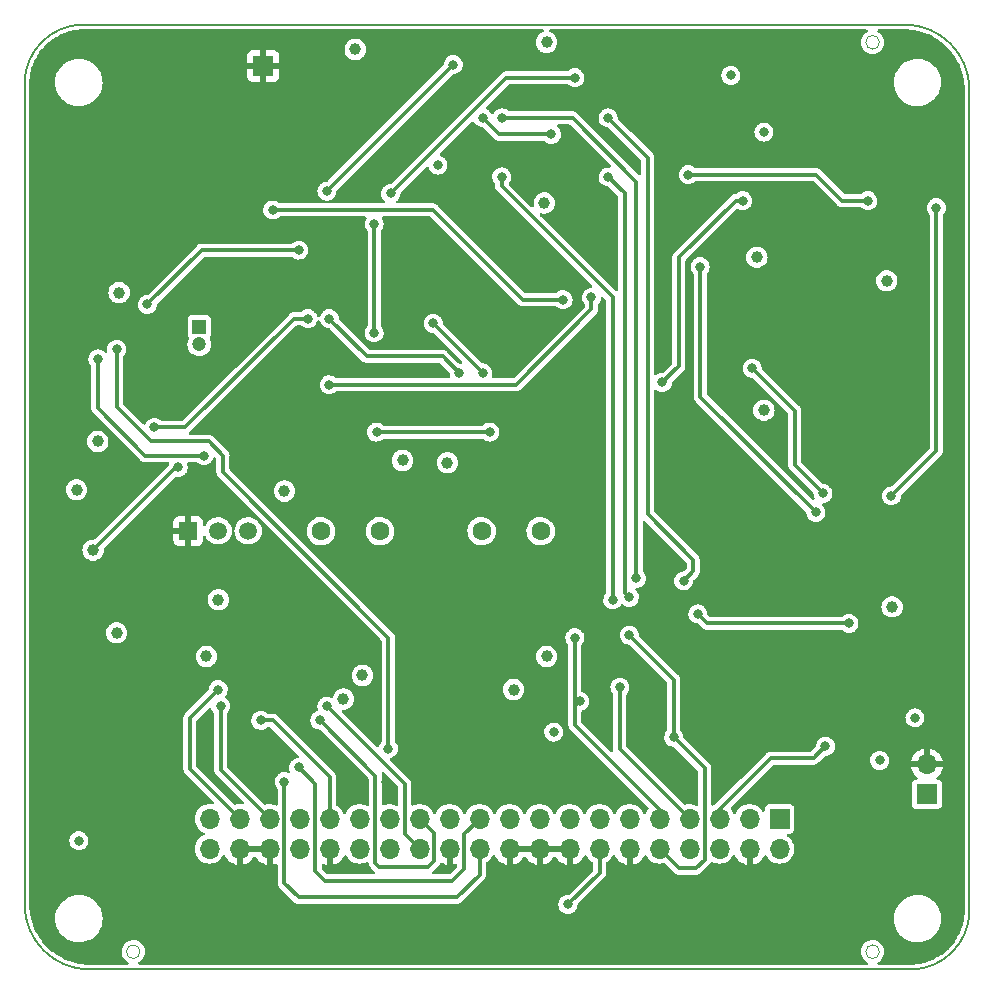
<source format=gbr>
G04 #@! TF.GenerationSoftware,KiCad,Pcbnew,(6.0.7-1)-1*
G04 #@! TF.CreationDate,2023-04-02T22:51:05-07:00*
G04 #@! TF.ProjectId,as3372,61733333-3732-42e6-9b69-6361645f7063,0.2*
G04 #@! TF.SameCoordinates,PX3d83120PY6590fa0*
G04 #@! TF.FileFunction,Copper,L4,Bot*
G04 #@! TF.FilePolarity,Positive*
%FSLAX46Y46*%
G04 Gerber Fmt 4.6, Leading zero omitted, Abs format (unit mm)*
G04 Created by KiCad (PCBNEW (6.0.7-1)-1) date 2023-04-02 22:51:05*
%MOMM*%
%LPD*%
G01*
G04 APERTURE LIST*
G04 #@! TA.AperFunction,Profile*
%ADD10C,0.150000*%
G04 #@! TD*
G04 #@! TA.AperFunction,Profile*
%ADD11C,0.050000*%
G04 #@! TD*
G04 #@! TA.AperFunction,ComponentPad*
%ADD12R,1.700000X1.700000*%
G04 #@! TD*
G04 #@! TA.AperFunction,ComponentPad*
%ADD13O,1.700000X1.700000*%
G04 #@! TD*
G04 #@! TA.AperFunction,ComponentPad*
%ADD14C,1.600000*%
G04 #@! TD*
G04 #@! TA.AperFunction,ComponentPad*
%ADD15R,1.200000X1.200000*%
G04 #@! TD*
G04 #@! TA.AperFunction,ComponentPad*
%ADD16C,1.200000*%
G04 #@! TD*
G04 #@! TA.AperFunction,ComponentPad*
%ADD17R,1.500000X1.500000*%
G04 #@! TD*
G04 #@! TA.AperFunction,ComponentPad*
%ADD18C,1.500000*%
G04 #@! TD*
G04 #@! TA.AperFunction,ViaPad*
%ADD19C,0.800000*%
G04 #@! TD*
G04 #@! TA.AperFunction,ViaPad*
%ADD20C,1.000000*%
G04 #@! TD*
G04 #@! TA.AperFunction,Conductor*
%ADD21C,0.300000*%
G04 #@! TD*
G04 APERTURE END LIST*
D10*
X900000Y6700000D02*
G75*
G03*
X6400000Y1200000I5500000J0D01*
G01*
X75900000Y1200000D02*
G75*
G03*
X80900000Y6200000I0J5000000D01*
G01*
X75900000Y1200000D02*
X6400000Y1200000D01*
X5900000Y81200000D02*
G75*
G03*
X900000Y76200000I0J-5000000D01*
G01*
X80900000Y75700000D02*
G75*
G03*
X75400000Y81200000I-5500000J0D01*
G01*
X5900000Y81200000D02*
X75400000Y81200000D01*
X80900000Y6200000D02*
X80900000Y75700000D01*
X900000Y76200000D02*
X900000Y6700000D01*
D11*
X10676000Y2700000D02*
G75*
G03*
X10676000Y2700000I-576000J0D01*
G01*
X73276000Y79700000D02*
G75*
G03*
X73276000Y79700000I-576000J0D01*
G01*
X73276000Y2700000D02*
G75*
G03*
X73276000Y2700000I-576000J0D01*
G01*
D12*
X64825000Y13950000D03*
D13*
X64825000Y11410000D03*
X62285000Y13950000D03*
X62285000Y11410000D03*
X59745000Y13950000D03*
X59745000Y11410000D03*
X57205000Y13950000D03*
X57205000Y11410000D03*
X54665000Y13950000D03*
X54665000Y11410000D03*
X52125000Y13950000D03*
X52125000Y11410000D03*
X49585000Y13950000D03*
X49585000Y11410000D03*
X47045000Y13950000D03*
X47045000Y11410000D03*
X44505000Y13950000D03*
X44505000Y11410000D03*
X41965000Y13950000D03*
X41965000Y11410000D03*
X39425000Y13950000D03*
X39425000Y11410000D03*
X36885000Y13950000D03*
X36885000Y11410000D03*
X34345000Y13950000D03*
X34345000Y11410000D03*
X31805000Y13950000D03*
X31805000Y11410000D03*
X29265000Y13950000D03*
X29265000Y11410000D03*
X26725000Y13950000D03*
X26725000Y11410000D03*
X24185000Y13950000D03*
X24185000Y11410000D03*
X21645000Y13950000D03*
X21645000Y11410000D03*
X19105000Y13950000D03*
X19105000Y11410000D03*
X16565000Y13950000D03*
X16565000Y11410000D03*
D12*
X77300000Y16025000D03*
D13*
X77300000Y18565000D03*
D14*
X44600000Y38300000D03*
X39600000Y38300000D03*
D15*
X15700000Y55622600D03*
D16*
X15700000Y54122600D03*
D12*
X21100000Y77700000D03*
D14*
X31000000Y38300000D03*
X26000000Y38300000D03*
D17*
X14760000Y38340000D03*
D18*
X17300000Y38340000D03*
X19840000Y38340000D03*
D19*
X62500000Y76900000D03*
X38700000Y76100000D03*
X27700000Y70700000D03*
X54700000Y18900000D03*
X46900000Y6700000D03*
X51300000Y25100000D03*
X47900000Y23900000D03*
X47500000Y29300000D03*
D20*
X45100000Y26100000D03*
X45100000Y27700000D03*
D19*
X73700000Y69700000D03*
D20*
X71350000Y35900000D03*
X57100000Y25100000D03*
X23100000Y53700000D03*
D19*
X68100000Y60500000D03*
X37100000Y65500000D03*
X59500000Y45700000D03*
X21700000Y24900000D03*
D20*
X21400688Y44400688D03*
X72400000Y75600000D03*
D19*
X38100000Y17300000D03*
D20*
X46700000Y79700000D03*
D19*
X35900000Y24900000D03*
X45700000Y19700000D03*
D20*
X10900000Y39100000D03*
D19*
X11500000Y60300000D03*
D20*
X63700000Y38300000D03*
D19*
X6100000Y48900000D03*
X3395000Y32010000D03*
X58900000Y78900000D03*
X31500000Y17100000D03*
D20*
X42300000Y26500000D03*
X5500000Y45900000D03*
X10100000Y29700000D03*
D19*
X41300000Y57900000D03*
D20*
X22300000Y36500000D03*
X75500000Y59500000D03*
D19*
X36300000Y31700000D03*
X67700000Y47950000D03*
X72500000Y67700000D03*
X42500000Y60729977D03*
D20*
X27300000Y79100000D03*
X71150000Y33500000D03*
X15300000Y32500000D03*
D19*
X10300000Y63900000D03*
D20*
X2500000Y20900000D03*
D19*
X59100000Y54100000D03*
X29300000Y63900000D03*
D20*
X38300000Y44100000D03*
X46500000Y66100000D03*
D19*
X59300000Y58700000D03*
X32900000Y51900000D03*
X5595000Y40410000D03*
X31700000Y68100000D03*
X60250000Y67482523D03*
D20*
X72900000Y37500000D03*
D19*
X8100000Y25900000D03*
X74100000Y65700000D03*
X39900000Y64900000D03*
X22500000Y32700000D03*
X27300000Y64100000D03*
D20*
X24100000Y50900000D03*
X28100000Y26500000D03*
D19*
X14700000Y15900000D03*
X62500000Y35900000D03*
D20*
X34100000Y41500000D03*
X14700000Y27700000D03*
D19*
X62500000Y41500000D03*
X16100000Y21700000D03*
X58300000Y76500000D03*
X34500000Y16700000D03*
X71900000Y46750000D03*
D20*
X56300000Y35300000D03*
D19*
X27900000Y16500000D03*
X49100000Y40100000D03*
D20*
X21300000Y59700000D03*
X29500000Y24500000D03*
D19*
X65900000Y32300000D03*
X43900000Y53900000D03*
X39900000Y30700000D03*
D20*
X8900000Y60100000D03*
D19*
X13900000Y49100000D03*
X37300000Y69300000D03*
X66100000Y72100000D03*
D20*
X5300000Y43335000D03*
D19*
X65900000Y17500000D03*
X32700000Y38300000D03*
X60100000Y60100000D03*
X58250000Y67500000D03*
X19700000Y17700000D03*
X33900000Y76700000D03*
D20*
X62900000Y61500000D03*
X7100000Y45900000D03*
X16300000Y27700000D03*
X29500000Y26100000D03*
X5300000Y41810000D03*
X17300000Y32500000D03*
X44900000Y66100000D03*
D19*
X35900000Y69300000D03*
X25900000Y22300000D03*
D20*
X36700000Y44100000D03*
X8700000Y29700000D03*
D19*
X63500000Y72100000D03*
D20*
X73900000Y59500688D03*
X8900000Y58500000D03*
D19*
X60700000Y76900000D03*
D20*
X42300000Y24900000D03*
X28900000Y79100000D03*
X45100000Y79700000D03*
X27900000Y24100000D03*
D19*
X5500000Y12100000D03*
X73300000Y18900000D03*
D20*
X74350000Y31900000D03*
D19*
X76287500Y22500000D03*
D20*
X63500000Y48550000D03*
D19*
X45700000Y21300000D03*
X17500000Y23500000D03*
D20*
X32900000Y44300000D03*
X22900000Y41700000D03*
D19*
X58100000Y60700000D03*
X67900000Y39900000D03*
X68500000Y41500000D03*
X62500000Y52100000D03*
X61700000Y66300000D03*
X54900000Y50900000D03*
X52100000Y29500000D03*
X55865000Y20865000D03*
X21900000Y65500000D03*
X46500000Y57900000D03*
X70700000Y30500000D03*
X57900000Y31300000D03*
X20900000Y22300000D03*
X26500000Y23500000D03*
X22900000Y17100000D03*
X24100000Y18300000D03*
X11300000Y57500000D03*
X24100000Y62100000D03*
X17300000Y24900000D03*
X68700000Y20100000D03*
X37200000Y77800000D03*
X26500000Y67100000D03*
X13900000Y43700000D03*
D20*
X6700000Y36700000D03*
D19*
X11900000Y47100000D03*
X24900000Y56300000D03*
X50700000Y32500000D03*
X41300000Y68300000D03*
X52700000Y34300000D03*
X41300000Y73300000D03*
X16100000Y44700000D03*
X7100000Y52900000D03*
X35500000Y55900000D03*
X39700000Y51700000D03*
X26700000Y56300000D03*
X37700000Y51700000D03*
X57100000Y68500000D03*
X72300000Y66300000D03*
X30700000Y46700000D03*
X40300000Y46700000D03*
X8700000Y53700000D03*
X31700000Y19900000D03*
X50300000Y73300000D03*
X56700000Y34100000D03*
X48900000Y58100000D03*
X26700000Y50700000D03*
X30500000Y64300000D03*
X30500000Y55100000D03*
X47500000Y76700000D03*
X31900000Y66900000D03*
X39700000Y73300000D03*
X45500000Y71900000D03*
X52100000Y32700000D03*
X50300000Y68300000D03*
X74300000Y41300000D03*
X78100000Y65700000D03*
D21*
X40300000Y46700000D02*
X30700000Y46700000D01*
X49585000Y11410000D02*
X49585000Y9385000D01*
X49585000Y9385000D02*
X46900000Y6700000D01*
X47500000Y23500000D02*
X47500000Y21900000D01*
X47500000Y21900000D02*
X54665000Y14735000D01*
X54665000Y14735000D02*
X54665000Y13950000D01*
X54665000Y11410000D02*
X56300000Y9775000D01*
X56300000Y9775000D02*
X57775000Y9775000D01*
X57775000Y9775000D02*
X58500000Y10500000D01*
X58500000Y10500000D02*
X58500000Y18230000D01*
X58500000Y18230000D02*
X55865000Y20865000D01*
X51300000Y19855000D02*
X51300000Y25100000D01*
X57205000Y13950000D02*
X51300000Y19855000D01*
X47500000Y24100000D02*
X47500000Y23900000D01*
X47500000Y24100000D02*
X47700000Y24100000D01*
X47500000Y29300000D02*
X47500000Y24100000D01*
X47700000Y24100000D02*
X47900000Y23900000D01*
X47500000Y23500000D02*
X47900000Y23900000D01*
X47500000Y23900000D02*
X47500000Y23500000D01*
X47900000Y23900000D02*
X47500000Y23900000D01*
X35545000Y12750000D02*
X34345000Y13950000D01*
X35545000Y10345000D02*
X35545000Y12750000D01*
X30900000Y9900000D02*
X35100000Y9900000D01*
X25900000Y22300000D02*
X30605000Y17595000D01*
X30605000Y10195000D02*
X30900000Y9900000D01*
X30605000Y17595000D02*
X30605000Y10195000D01*
X35100000Y9900000D02*
X35545000Y10345000D01*
X21645000Y13950000D02*
X17500000Y18095000D01*
X17500000Y18095000D02*
X17500000Y23500000D01*
X58100000Y60700000D02*
X58100000Y49700000D01*
X58100000Y49700000D02*
X67900000Y39900000D01*
X66100000Y48500000D02*
X62500000Y52100000D01*
X66100000Y43900000D02*
X66100000Y48500000D01*
X68500000Y41500000D02*
X66100000Y43900000D01*
X56300000Y61500000D02*
X56300000Y52300000D01*
X56300000Y52300000D02*
X54900000Y50900000D01*
X61700000Y66300000D02*
X61100000Y66300000D01*
X61100000Y66300000D02*
X56300000Y61500000D01*
X52100000Y29500000D02*
X55865000Y25735000D01*
X55865000Y25735000D02*
X55865000Y20865000D01*
X46500000Y57900000D02*
X43100000Y57900000D01*
X43100000Y57900000D02*
X35500000Y65500000D01*
X35500000Y65500000D02*
X21900000Y65500000D01*
X57900000Y31300000D02*
X58700000Y30500000D01*
X58700000Y30500000D02*
X70700000Y30500000D01*
X26725000Y17475000D02*
X21900000Y22300000D01*
X26725000Y13950000D02*
X26725000Y17475000D01*
X21900000Y22300000D02*
X20900000Y22300000D01*
X33100000Y16900000D02*
X26500000Y23500000D01*
X33100000Y16700000D02*
X33100000Y16900000D01*
X33100000Y12655000D02*
X33100000Y16700000D01*
X34345000Y11410000D02*
X33100000Y12655000D01*
X22900000Y8500000D02*
X24100000Y7300000D01*
X37500000Y7300000D02*
X39425000Y9225000D01*
X24100000Y7300000D02*
X37500000Y7300000D01*
X39425000Y9225000D02*
X39425000Y11410000D01*
X22900000Y17100000D02*
X22900000Y8500000D01*
X25500000Y16900000D02*
X25500000Y9500000D01*
X37100000Y8700000D02*
X38100000Y9700000D01*
X38100000Y9700000D02*
X38100000Y12625000D01*
X38100000Y12625000D02*
X39425000Y13950000D01*
X25500000Y9500000D02*
X26300000Y8700000D01*
X24100000Y18300000D02*
X25500000Y16900000D01*
X26300000Y8700000D02*
X37100000Y8700000D01*
X15900000Y62100000D02*
X24100000Y62100000D01*
X11300000Y57500000D02*
X15900000Y62100000D01*
X14900000Y22500000D02*
X17300000Y24900000D01*
X19105000Y13950000D02*
X14900000Y18155000D01*
X14900000Y18155000D02*
X14900000Y22500000D01*
X67700000Y19100000D02*
X64100000Y19100000D01*
X64100000Y19100000D02*
X59745000Y14745000D01*
X68700000Y20100000D02*
X67700000Y19100000D01*
X59745000Y14745000D02*
X59745000Y13950000D01*
X37200000Y77800000D02*
X26500000Y67100000D01*
X6700000Y36715000D02*
X6700000Y36700000D01*
X13900000Y43700000D02*
X13685000Y43700000D01*
X13685000Y43700000D02*
X6700000Y36715000D01*
X23700000Y56300000D02*
X24900000Y56300000D01*
X11900000Y47100000D02*
X14500000Y47100000D01*
X14500000Y47100000D02*
X23700000Y56300000D01*
X50700000Y32500000D02*
X50700000Y58100000D01*
X41300000Y67500000D02*
X41300000Y68300000D01*
X50700000Y58100000D02*
X41300000Y67500000D01*
X52700000Y67900000D02*
X47300000Y73300000D01*
X47300000Y73300000D02*
X41300000Y73300000D01*
X52700000Y34300000D02*
X52700000Y67900000D01*
X11100000Y44700000D02*
X7100000Y48700000D01*
X16100000Y44700000D02*
X11100000Y44700000D01*
X7100000Y48700000D02*
X7100000Y52900000D01*
X35500000Y55900000D02*
X39700000Y51700000D01*
X36300000Y53100000D02*
X29900000Y53100000D01*
X29900000Y53100000D02*
X26700000Y56300000D01*
X37700000Y51700000D02*
X36300000Y53100000D01*
X72300000Y66300000D02*
X70100000Y66300000D01*
X67900000Y68500000D02*
X57100000Y68500000D01*
X70100000Y66300000D02*
X67900000Y68500000D01*
X11639339Y45900000D02*
X8700000Y48839339D01*
X31700000Y19900000D02*
X31700000Y29300000D01*
X17700000Y43300000D02*
X17700000Y44700000D01*
X8700000Y48839339D02*
X8700000Y53700000D01*
X31700000Y29300000D02*
X17700000Y43300000D01*
X16500000Y45900000D02*
X11639339Y45900000D01*
X17700000Y44700000D02*
X16500000Y45900000D01*
X53658577Y39741423D02*
X53658577Y69941423D01*
X57500000Y35900000D02*
X53658577Y39741423D01*
X56700000Y34100000D02*
X57500000Y34900000D01*
X53658577Y69941423D02*
X50300000Y73300000D01*
X57500000Y34900000D02*
X57500000Y35900000D01*
X48900000Y57100000D02*
X42500000Y50700000D01*
X42500000Y50700000D02*
X26700000Y50700000D01*
X48900000Y58100000D02*
X48900000Y57100000D01*
X30500000Y55100000D02*
X30500000Y64300000D01*
X31900000Y66900000D02*
X41700000Y76700000D01*
X41700000Y76700000D02*
X47500000Y76700000D01*
X39700000Y73300000D02*
X41100000Y71900000D01*
X41100000Y71900000D02*
X45500000Y71900000D01*
X52100000Y32700000D02*
X51700000Y33100000D01*
X51700000Y66900000D02*
X50300000Y68300000D01*
X51700000Y33100000D02*
X51700000Y66900000D01*
X78100000Y45100000D02*
X74300000Y41300000D01*
X78100000Y65700000D02*
X78100000Y45100000D01*
G04 #@! TA.AperFunction,Conductor*
G36*
X44830892Y80779498D02*
G01*
X44877385Y80725842D01*
X44887489Y80655568D01*
X44857995Y80590988D01*
X44814020Y80558394D01*
X44647270Y80484151D01*
X44494129Y80372888D01*
X44489716Y80367986D01*
X44489714Y80367985D01*
X44382548Y80248965D01*
X44367467Y80232216D01*
X44364164Y80226495D01*
X44283365Y80086546D01*
X44272821Y80068284D01*
X44214326Y79888256D01*
X44213636Y79881695D01*
X44213636Y79881693D01*
X44212527Y79871139D01*
X44194540Y79700000D01*
X44195230Y79693435D01*
X44213470Y79519892D01*
X44214326Y79511744D01*
X44272821Y79331716D01*
X44276124Y79325994D01*
X44276125Y79325993D01*
X44301702Y79281693D01*
X44367467Y79167784D01*
X44371885Y79162877D01*
X44371886Y79162876D01*
X44470347Y79053525D01*
X44494129Y79027112D01*
X44499468Y79023233D01*
X44526871Y79003324D01*
X44647270Y78915849D01*
X44820197Y78838856D01*
X44918212Y78818022D01*
X44998897Y78800872D01*
X44998901Y78800872D01*
X45005354Y78799500D01*
X45194646Y78799500D01*
X45201099Y78800872D01*
X45201103Y78800872D01*
X45281788Y78818022D01*
X45379803Y78838856D01*
X45552730Y78915849D01*
X45673130Y79003324D01*
X45700532Y79023233D01*
X45705871Y79027112D01*
X45729654Y79053525D01*
X45828114Y79162876D01*
X45828115Y79162877D01*
X45832533Y79167784D01*
X45898298Y79281693D01*
X45923875Y79325993D01*
X45923876Y79325994D01*
X45927179Y79331716D01*
X45985674Y79511744D01*
X45986531Y79519892D01*
X46004770Y79693435D01*
X46005460Y79700000D01*
X45987473Y79871139D01*
X45986364Y79881693D01*
X45986364Y79881695D01*
X45985674Y79888256D01*
X45927179Y80068284D01*
X45916636Y80086546D01*
X45835836Y80226495D01*
X45832533Y80232216D01*
X45817452Y80248965D01*
X45710286Y80367985D01*
X45710284Y80367986D01*
X45705871Y80372888D01*
X45552730Y80484151D01*
X45385981Y80558394D01*
X45331884Y80604374D01*
X45311235Y80672301D01*
X45330588Y80740609D01*
X45383799Y80787610D01*
X45437229Y80799500D01*
X72182355Y80799500D01*
X72250476Y80779498D01*
X72296969Y80725842D01*
X72307073Y80655568D01*
X72277579Y80590988D01*
X72240730Y80561838D01*
X72162717Y80521054D01*
X72013473Y80401058D01*
X71890378Y80254360D01*
X71887412Y80248965D01*
X71801088Y80091943D01*
X71798121Y80086546D01*
X71740217Y79904008D01*
X71739531Y79897891D01*
X71739530Y79897887D01*
X71725945Y79776767D01*
X71718871Y79713700D01*
X71719728Y79703506D01*
X71719996Y79700311D01*
X71719996Y79700306D01*
X71731571Y79562462D01*
X71734895Y79522870D01*
X71787680Y79338787D01*
X71875215Y79168462D01*
X71879038Y79163638D01*
X71879041Y79163634D01*
X71964092Y79056328D01*
X71994166Y79018384D01*
X71998859Y79014390D01*
X71998860Y79014389D01*
X72021894Y78994786D01*
X72140002Y78894268D01*
X72145380Y78891262D01*
X72145382Y78891261D01*
X72185670Y78868745D01*
X72307168Y78800842D01*
X72489296Y78741665D01*
X72679451Y78718990D01*
X72685586Y78719462D01*
X72685588Y78719462D01*
X72864246Y78733209D01*
X72864250Y78733210D01*
X72870388Y78733682D01*
X72905799Y78743569D01*
X73048891Y78783521D01*
X73048895Y78783522D01*
X73054835Y78785181D01*
X73168372Y78842532D01*
X73220266Y78868745D01*
X73220268Y78868746D01*
X73225767Y78871524D01*
X73376672Y78989424D01*
X73501803Y79134390D01*
X73596394Y79300900D01*
X73656841Y79482611D01*
X73680842Y79672603D01*
X73681225Y79700000D01*
X73662538Y79890588D01*
X73607188Y80073916D01*
X73603595Y80080673D01*
X73520177Y80237560D01*
X73520175Y80237563D01*
X73517283Y80243002D01*
X73480984Y80287509D01*
X73400143Y80386631D01*
X73400141Y80386633D01*
X73396249Y80391405D01*
X73248694Y80513472D01*
X73160527Y80561144D01*
X73157716Y80562664D01*
X73107307Y80612659D01*
X73091930Y80681971D01*
X73116466Y80748593D01*
X73173126Y80791373D01*
X73217645Y80799500D01*
X75358564Y80799500D01*
X75378274Y80797949D01*
X75400000Y80794508D01*
X75412612Y80796505D01*
X75437521Y80797948D01*
X75596492Y80791373D01*
X75815905Y80782298D01*
X75826284Y80781438D01*
X76234180Y80730593D01*
X76244451Y80728879D01*
X76646748Y80644527D01*
X76656843Y80641971D01*
X77050815Y80524680D01*
X77060657Y80521302D01*
X77443617Y80371870D01*
X77453116Y80367703D01*
X77816126Y80190238D01*
X77822406Y80187168D01*
X77831565Y80182212D01*
X78184687Y79971796D01*
X78193404Y79966100D01*
X78527933Y79727252D01*
X78536152Y79720856D01*
X78849831Y79455183D01*
X78857492Y79448129D01*
X79148129Y79157492D01*
X79155183Y79149831D01*
X79420856Y78836152D01*
X79427252Y78827933D01*
X79666100Y78493404D01*
X79671796Y78484687D01*
X79796299Y78275745D01*
X79870298Y78151560D01*
X79882212Y78131565D01*
X79887166Y78122409D01*
X80066020Y77756560D01*
X80067699Y77753125D01*
X80071870Y77743617D01*
X80221299Y77360665D01*
X80224680Y77350815D01*
X80341971Y76956843D01*
X80344527Y76946748D01*
X80428879Y76544451D01*
X80430593Y76534180D01*
X80481438Y76126284D01*
X80482298Y76115905D01*
X80487720Y75984824D01*
X80496747Y75766571D01*
X80497948Y75737524D01*
X80496505Y75712612D01*
X80494508Y75700000D01*
X80496059Y75690207D01*
X80497949Y75678274D01*
X80499500Y75658564D01*
X80499500Y6241436D01*
X80497949Y6221726D01*
X80494508Y6200000D01*
X80496059Y6190206D01*
X80496436Y6187826D01*
X80497868Y6162621D01*
X80482238Y5804624D01*
X80481280Y5793673D01*
X80430340Y5406754D01*
X80428431Y5395930D01*
X80355220Y5065693D01*
X80349377Y5039335D01*
X80343967Y5014934D01*
X80341122Y5004317D01*
X80226936Y4642163D01*
X80223772Y4632129D01*
X80220016Y4621807D01*
X80075497Y4272906D01*
X80070666Y4261243D01*
X80066029Y4251299D01*
X79885820Y3905122D01*
X79880330Y3895613D01*
X79670644Y3566472D01*
X79664339Y3557468D01*
X79426771Y3247864D01*
X79419706Y3239444D01*
X79156055Y2951718D01*
X79148286Y2943949D01*
X79062101Y2864975D01*
X78860556Y2680294D01*
X78852136Y2673229D01*
X78542532Y2435661D01*
X78533528Y2429356D01*
X78331893Y2300900D01*
X78204387Y2219670D01*
X78194878Y2214180D01*
X77848701Y2033971D01*
X77838766Y2029338D01*
X77478193Y1879984D01*
X77467878Y1876231D01*
X77095684Y1758878D01*
X77085066Y1756033D01*
X76704070Y1671569D01*
X76693246Y1669660D01*
X76306327Y1618720D01*
X76295376Y1617762D01*
X75937379Y1602132D01*
X75912174Y1603564D01*
X75909794Y1603941D01*
X75900000Y1605492D01*
X75890207Y1603941D01*
X75878274Y1602051D01*
X75858564Y1600500D01*
X73218122Y1600500D01*
X73150001Y1620502D01*
X73103508Y1674158D01*
X73093404Y1744432D01*
X73122898Y1809012D01*
X73161312Y1838966D01*
X73220266Y1868745D01*
X73220268Y1868746D01*
X73225767Y1871524D01*
X73376672Y1989424D01*
X73501803Y2134390D01*
X73596394Y2300900D01*
X73656841Y2482611D01*
X73680842Y2672603D01*
X73681225Y2700000D01*
X73662538Y2890588D01*
X73607188Y3073916D01*
X73603595Y3080673D01*
X73520177Y3237560D01*
X73520175Y3237563D01*
X73517283Y3243002D01*
X73396249Y3391405D01*
X73248694Y3513472D01*
X73080240Y3604555D01*
X72897303Y3661184D01*
X72891185Y3661827D01*
X72891180Y3661828D01*
X72712979Y3680557D01*
X72712977Y3680557D01*
X72706850Y3681201D01*
X72629855Y3674194D01*
X72522276Y3664404D01*
X72522273Y3664403D01*
X72516137Y3663845D01*
X72510231Y3662107D01*
X72510227Y3662106D01*
X72392474Y3627449D01*
X72332427Y3609776D01*
X72162717Y3521054D01*
X72013473Y3401058D01*
X71890378Y3254360D01*
X71887412Y3248965D01*
X71884134Y3243002D01*
X71798121Y3086546D01*
X71740217Y2904008D01*
X71739531Y2897891D01*
X71739530Y2897887D01*
X71725902Y2776383D01*
X71718871Y2713700D01*
X71719728Y2703506D01*
X71719996Y2700311D01*
X71719996Y2700306D01*
X71733523Y2539214D01*
X71734895Y2522870D01*
X71787680Y2338787D01*
X71875215Y2168462D01*
X71879038Y2163638D01*
X71879041Y2163634D01*
X71902220Y2134390D01*
X71994166Y2018384D01*
X72140002Y1894268D01*
X72145380Y1891262D01*
X72145382Y1891261D01*
X72243387Y1836488D01*
X72293093Y1785795D01*
X72307501Y1716275D01*
X72282037Y1650002D01*
X72224786Y1608017D01*
X72181917Y1600500D01*
X10618122Y1600500D01*
X10550001Y1620502D01*
X10503508Y1674158D01*
X10493404Y1744432D01*
X10522898Y1809012D01*
X10561312Y1838966D01*
X10620266Y1868745D01*
X10620268Y1868746D01*
X10625767Y1871524D01*
X10776672Y1989424D01*
X10901803Y2134390D01*
X10996394Y2300900D01*
X11056841Y2482611D01*
X11080842Y2672603D01*
X11081225Y2700000D01*
X11062538Y2890588D01*
X11007188Y3073916D01*
X11003595Y3080673D01*
X10920177Y3237560D01*
X10920175Y3237563D01*
X10917283Y3243002D01*
X10796249Y3391405D01*
X10648694Y3513472D01*
X10480240Y3604555D01*
X10297303Y3661184D01*
X10291185Y3661827D01*
X10291180Y3661828D01*
X10112979Y3680557D01*
X10112977Y3680557D01*
X10106850Y3681201D01*
X10029855Y3674194D01*
X9922276Y3664404D01*
X9922273Y3664403D01*
X9916137Y3663845D01*
X9910231Y3662107D01*
X9910227Y3662106D01*
X9792474Y3627449D01*
X9732427Y3609776D01*
X9562717Y3521054D01*
X9413473Y3401058D01*
X9290378Y3254360D01*
X9287412Y3248965D01*
X9284134Y3243002D01*
X9198121Y3086546D01*
X9140217Y2904008D01*
X9139531Y2897891D01*
X9139530Y2897887D01*
X9125902Y2776383D01*
X9118871Y2713700D01*
X9119728Y2703506D01*
X9119996Y2700311D01*
X9119996Y2700306D01*
X9133523Y2539214D01*
X9134895Y2522870D01*
X9187680Y2338787D01*
X9275215Y2168462D01*
X9279038Y2163638D01*
X9279041Y2163634D01*
X9302220Y2134390D01*
X9394166Y2018384D01*
X9540002Y1894268D01*
X9545380Y1891262D01*
X9545382Y1891261D01*
X9643387Y1836488D01*
X9693093Y1785795D01*
X9707501Y1716275D01*
X9682037Y1650002D01*
X9624786Y1608017D01*
X9581917Y1600500D01*
X6441436Y1600500D01*
X6421726Y1602051D01*
X6409793Y1603941D01*
X6400000Y1605492D01*
X6387388Y1603495D01*
X6362479Y1602052D01*
X6197517Y1608875D01*
X5984095Y1617702D01*
X5973716Y1618562D01*
X5565820Y1669407D01*
X5555549Y1671121D01*
X5153252Y1755473D01*
X5143157Y1758029D01*
X4749185Y1875320D01*
X4739343Y1878698D01*
X4356383Y2028130D01*
X4346884Y2032297D01*
X3977591Y2212834D01*
X3968435Y2217788D01*
X3615313Y2428204D01*
X3606596Y2433900D01*
X3272067Y2672748D01*
X3263848Y2679144D01*
X2950169Y2944817D01*
X2942508Y2951871D01*
X2651871Y3242508D01*
X2644817Y3250169D01*
X2379144Y3563848D01*
X2372748Y3572067D01*
X2133900Y3906596D01*
X2128204Y3915313D01*
X1917788Y4268435D01*
X1912832Y4277594D01*
X1825603Y4456023D01*
X1732297Y4646884D01*
X1728130Y4656383D01*
X1578698Y5039343D01*
X1575320Y5049185D01*
X1458029Y5443157D01*
X1455473Y5453252D01*
X1439066Y5531503D01*
X3494637Y5531503D01*
X3494881Y5527068D01*
X3494881Y5527064D01*
X3501503Y5406754D01*
X3510205Y5248630D01*
X3537632Y5110743D01*
X3557759Y5009562D01*
X3565474Y4970774D01*
X3566950Y4966571D01*
X3588181Y4906115D01*
X3659342Y4703476D01*
X3661395Y4699523D01*
X3661398Y4699517D01*
X3696404Y4632129D01*
X3789936Y4452072D01*
X3792519Y4448457D01*
X3792523Y4448451D01*
X3825176Y4402758D01*
X3954651Y4221576D01*
X3957729Y4218349D01*
X3957731Y4218347D01*
X4138560Y4028789D01*
X4150199Y4016588D01*
X4372680Y3841199D01*
X4482927Y3777163D01*
X4613807Y3701141D01*
X4613813Y3701138D01*
X4617654Y3698907D01*
X4621777Y3697237D01*
X4833415Y3611515D01*
X4880232Y3592552D01*
X4884545Y3591481D01*
X4884550Y3591479D01*
X5150856Y3525328D01*
X5150861Y3525327D01*
X5155177Y3524255D01*
X5159605Y3523801D01*
X5159607Y3523801D01*
X5186419Y3521054D01*
X5396790Y3499500D01*
X5572170Y3499500D01*
X5782593Y3514399D01*
X5786948Y3515337D01*
X5786951Y3515337D01*
X6055200Y3573089D01*
X6055202Y3573089D01*
X6059547Y3574025D01*
X6325337Y3672080D01*
X6574660Y3806607D01*
X6802540Y3974922D01*
X6847481Y4019162D01*
X7001249Y4170535D01*
X7004430Y4173666D01*
X7007131Y4177206D01*
X7007137Y4177212D01*
X7173602Y4395333D01*
X7173605Y4395337D01*
X7176304Y4398874D01*
X7303992Y4626878D01*
X7312552Y4642163D01*
X7312555Y4642168D01*
X7314730Y4646053D01*
X7316859Y4651554D01*
X7415341Y4906115D01*
X7415343Y4906121D01*
X7416948Y4910270D01*
X7480918Y5186253D01*
X7505363Y5468497D01*
X7502140Y5527064D01*
X7501896Y5531503D01*
X74494637Y5531503D01*
X74494881Y5527068D01*
X74494881Y5527064D01*
X74501503Y5406754D01*
X74510205Y5248630D01*
X74537632Y5110743D01*
X74557759Y5009562D01*
X74565474Y4970774D01*
X74566950Y4966571D01*
X74588181Y4906115D01*
X74659342Y4703476D01*
X74661395Y4699523D01*
X74661398Y4699517D01*
X74696404Y4632129D01*
X74789936Y4452072D01*
X74792519Y4448457D01*
X74792523Y4448451D01*
X74825176Y4402758D01*
X74954651Y4221576D01*
X74957729Y4218349D01*
X74957731Y4218347D01*
X75138560Y4028789D01*
X75150199Y4016588D01*
X75372680Y3841199D01*
X75482927Y3777163D01*
X75613807Y3701141D01*
X75613813Y3701138D01*
X75617654Y3698907D01*
X75621777Y3697237D01*
X75833415Y3611515D01*
X75880232Y3592552D01*
X75884545Y3591481D01*
X75884550Y3591479D01*
X76150856Y3525328D01*
X76150861Y3525327D01*
X76155177Y3524255D01*
X76159605Y3523801D01*
X76159607Y3523801D01*
X76186419Y3521054D01*
X76396790Y3499500D01*
X76572170Y3499500D01*
X76782593Y3514399D01*
X76786948Y3515337D01*
X76786951Y3515337D01*
X77055200Y3573089D01*
X77055202Y3573089D01*
X77059547Y3574025D01*
X77325337Y3672080D01*
X77574660Y3806607D01*
X77802540Y3974922D01*
X77847481Y4019162D01*
X78001249Y4170535D01*
X78004430Y4173666D01*
X78007131Y4177206D01*
X78007137Y4177212D01*
X78173602Y4395333D01*
X78173605Y4395337D01*
X78176304Y4398874D01*
X78303992Y4626878D01*
X78312552Y4642163D01*
X78312555Y4642168D01*
X78314730Y4646053D01*
X78316859Y4651554D01*
X78415341Y4906115D01*
X78415343Y4906121D01*
X78416948Y4910270D01*
X78480918Y5186253D01*
X78505363Y5468497D01*
X78502140Y5527064D01*
X78490040Y5746927D01*
X78490039Y5746934D01*
X78489795Y5751370D01*
X78461302Y5894612D01*
X78435396Y6024854D01*
X78435395Y6024859D01*
X78434526Y6029226D01*
X78413279Y6089730D01*
X78342136Y6292316D01*
X78342135Y6292319D01*
X78340658Y6296524D01*
X78338605Y6300477D01*
X78338602Y6300483D01*
X78218071Y6532514D01*
X78210064Y6547928D01*
X78207481Y6551543D01*
X78207477Y6551549D01*
X78104026Y6696314D01*
X78045349Y6778424D01*
X78032050Y6792365D01*
X77852876Y6980189D01*
X77852873Y6980192D01*
X77849801Y6983412D01*
X77627320Y7158801D01*
X77517073Y7222837D01*
X77386193Y7298859D01*
X77386187Y7298862D01*
X77382346Y7301093D01*
X77119768Y7407448D01*
X77115455Y7408519D01*
X77115450Y7408521D01*
X76849144Y7474672D01*
X76849139Y7474673D01*
X76844823Y7475745D01*
X76840395Y7476199D01*
X76840393Y7476199D01*
X76745552Y7485916D01*
X76603210Y7500500D01*
X76427830Y7500500D01*
X76217407Y7485601D01*
X76213052Y7484663D01*
X76213049Y7484663D01*
X75944800Y7426911D01*
X75944798Y7426911D01*
X75940453Y7425975D01*
X75674663Y7327920D01*
X75670745Y7325806D01*
X75443542Y7203214D01*
X75425340Y7193393D01*
X75197460Y7025078D01*
X74995570Y6826334D01*
X74992869Y6822794D01*
X74992863Y6822788D01*
X74881988Y6677507D01*
X74823696Y6601126D01*
X74821521Y6597242D01*
X74693579Y6368783D01*
X74685270Y6353947D01*
X74683662Y6349789D01*
X74683659Y6349784D01*
X74584659Y6093885D01*
X74583052Y6089730D01*
X74582048Y6085398D01*
X74582047Y6085395D01*
X74570002Y6033429D01*
X74519082Y5813747D01*
X74494637Y5531503D01*
X7501896Y5531503D01*
X7490040Y5746927D01*
X7490039Y5746934D01*
X7489795Y5751370D01*
X7461302Y5894612D01*
X7435396Y6024854D01*
X7435395Y6024859D01*
X7434526Y6029226D01*
X7413279Y6089730D01*
X7342136Y6292316D01*
X7342135Y6292319D01*
X7340658Y6296524D01*
X7338605Y6300477D01*
X7338602Y6300483D01*
X7218071Y6532514D01*
X7210064Y6547928D01*
X7207481Y6551543D01*
X7207477Y6551549D01*
X7104026Y6696314D01*
X7045349Y6778424D01*
X7032050Y6792365D01*
X6852876Y6980189D01*
X6852873Y6980192D01*
X6849801Y6983412D01*
X6627320Y7158801D01*
X6517073Y7222837D01*
X6386193Y7298859D01*
X6386187Y7298862D01*
X6382346Y7301093D01*
X6119768Y7407448D01*
X6115455Y7408519D01*
X6115450Y7408521D01*
X5849144Y7474672D01*
X5849139Y7474673D01*
X5844823Y7475745D01*
X5840395Y7476199D01*
X5840393Y7476199D01*
X5745552Y7485916D01*
X5603210Y7500500D01*
X5427830Y7500500D01*
X5217407Y7485601D01*
X5213052Y7484663D01*
X5213049Y7484663D01*
X4944800Y7426911D01*
X4944798Y7426911D01*
X4940453Y7425975D01*
X4674663Y7327920D01*
X4670745Y7325806D01*
X4443542Y7203214D01*
X4425340Y7193393D01*
X4197460Y7025078D01*
X3995570Y6826334D01*
X3992869Y6822794D01*
X3992863Y6822788D01*
X3881988Y6677507D01*
X3823696Y6601126D01*
X3821521Y6597242D01*
X3693579Y6368783D01*
X3685270Y6353947D01*
X3683662Y6349789D01*
X3683659Y6349784D01*
X3584659Y6093885D01*
X3583052Y6089730D01*
X3582048Y6085398D01*
X3582047Y6085395D01*
X3570002Y6033429D01*
X3519082Y5813747D01*
X3494637Y5531503D01*
X1439066Y5531503D01*
X1371121Y5855549D01*
X1369407Y5865820D01*
X1318562Y6273716D01*
X1317702Y6284095D01*
X1304750Y6597242D01*
X1302052Y6662479D01*
X1303495Y6687388D01*
X1305492Y6700000D01*
X1302051Y6721726D01*
X1300500Y6741436D01*
X1300500Y12111247D01*
X4694514Y12111247D01*
X4695201Y12104240D01*
X4695201Y12104237D01*
X4696857Y12087351D01*
X4712039Y11932514D01*
X4714262Y11925832D01*
X4714262Y11925831D01*
X4722967Y11899664D01*
X4768726Y11762104D01*
X4861759Y11608488D01*
X4986514Y11479301D01*
X5136789Y11380964D01*
X5305116Y11318364D01*
X5312097Y11317433D01*
X5312099Y11317432D01*
X5476149Y11295543D01*
X5476153Y11295543D01*
X5483130Y11294612D01*
X5490142Y11295250D01*
X5490146Y11295250D01*
X5654960Y11310249D01*
X5654961Y11310249D01*
X5661981Y11310888D01*
X5832782Y11366385D01*
X5896763Y11404525D01*
X5980992Y11454735D01*
X5980994Y11454736D01*
X5987044Y11458343D01*
X6117099Y11582193D01*
X6134570Y11608488D01*
X6212582Y11725907D01*
X6216483Y11731778D01*
X6255321Y11834020D01*
X6277757Y11893081D01*
X6277758Y11893086D01*
X6280257Y11899664D01*
X6289367Y11964485D01*
X6304700Y12073584D01*
X6304700Y12073589D01*
X6305251Y12077507D01*
X6305565Y12100000D01*
X6285546Y12278472D01*
X6279427Y12296045D01*
X6242783Y12401271D01*
X6226485Y12448073D01*
X6131316Y12600375D01*
X6037624Y12694723D01*
X6009733Y12722810D01*
X6009729Y12722813D01*
X6004770Y12727807D01*
X5993761Y12734794D01*
X5935212Y12771950D01*
X5853136Y12824037D01*
X5777376Y12851014D01*
X5690586Y12881919D01*
X5690581Y12881920D01*
X5683951Y12884281D01*
X5676965Y12885114D01*
X5676961Y12885115D01*
X5549177Y12900352D01*
X5505624Y12905545D01*
X5498621Y12904809D01*
X5498620Y12904809D01*
X5334025Y12887510D01*
X5334021Y12887509D01*
X5327017Y12886773D01*
X5320346Y12884502D01*
X5163677Y12831168D01*
X5163674Y12831167D01*
X5157007Y12828897D01*
X5151009Y12825207D01*
X5151007Y12825206D01*
X5100600Y12794195D01*
X5004045Y12734794D01*
X4999014Y12729868D01*
X4999011Y12729865D01*
X4949112Y12681000D01*
X4875732Y12609141D01*
X4871913Y12603216D01*
X4871912Y12603214D01*
X4782265Y12464109D01*
X4778446Y12458183D01*
X4776037Y12451563D01*
X4776035Y12451560D01*
X4758274Y12402760D01*
X4717022Y12289422D01*
X4694514Y12111247D01*
X1300500Y12111247D01*
X1300500Y26100000D01*
X28594540Y26100000D01*
X28595230Y26093435D01*
X28611973Y25934136D01*
X28614326Y25911744D01*
X28672821Y25731716D01*
X28676124Y25725994D01*
X28676125Y25725993D01*
X28748651Y25600375D01*
X28767467Y25567784D01*
X28771885Y25562877D01*
X28771886Y25562876D01*
X28881250Y25441416D01*
X28894129Y25427112D01*
X29047270Y25315849D01*
X29220197Y25238856D01*
X29318212Y25218022D01*
X29398897Y25200872D01*
X29398901Y25200872D01*
X29405354Y25199500D01*
X29594646Y25199500D01*
X29601099Y25200872D01*
X29601103Y25200872D01*
X29681788Y25218022D01*
X29779803Y25238856D01*
X29952730Y25315849D01*
X30105871Y25427112D01*
X30118751Y25441416D01*
X30228114Y25562876D01*
X30228115Y25562877D01*
X30232533Y25567784D01*
X30251349Y25600375D01*
X30323875Y25725993D01*
X30323876Y25725994D01*
X30327179Y25731716D01*
X30385674Y25911744D01*
X30388028Y25934136D01*
X30404770Y26093435D01*
X30405460Y26100000D01*
X30385674Y26288256D01*
X30327179Y26468284D01*
X30232533Y26632216D01*
X30105871Y26772888D01*
X30016963Y26837483D01*
X29958072Y26880270D01*
X29958071Y26880271D01*
X29952730Y26884151D01*
X29779803Y26961144D01*
X29681788Y26981978D01*
X29601103Y26999128D01*
X29601099Y26999128D01*
X29594646Y27000500D01*
X29405354Y27000500D01*
X29398901Y26999128D01*
X29398897Y26999128D01*
X29318212Y26981978D01*
X29220197Y26961144D01*
X29047270Y26884151D01*
X29041929Y26880271D01*
X29041928Y26880270D01*
X28983037Y26837483D01*
X28894129Y26772888D01*
X28767467Y26632216D01*
X28672821Y26468284D01*
X28614326Y26288256D01*
X28594540Y26100000D01*
X1300500Y26100000D01*
X1300500Y27700000D01*
X15394540Y27700000D01*
X15414326Y27511744D01*
X15472821Y27331716D01*
X15567467Y27167784D01*
X15694129Y27027112D01*
X15699468Y27023233D01*
X15788628Y26958455D01*
X15847270Y26915849D01*
X16020197Y26838856D01*
X16118212Y26818022D01*
X16198897Y26800872D01*
X16198901Y26800872D01*
X16205354Y26799500D01*
X16394646Y26799500D01*
X16401099Y26800872D01*
X16401103Y26800872D01*
X16481788Y26818022D01*
X16579803Y26838856D01*
X16752730Y26915849D01*
X16811373Y26958455D01*
X16900532Y27023233D01*
X16905871Y27027112D01*
X17032533Y27167784D01*
X17127179Y27331716D01*
X17185674Y27511744D01*
X17205460Y27700000D01*
X17185674Y27888256D01*
X17127179Y28068284D01*
X17032533Y28232216D01*
X16905871Y28372888D01*
X16752730Y28484151D01*
X16579803Y28561144D01*
X16481788Y28581978D01*
X16401103Y28599128D01*
X16401099Y28599128D01*
X16394646Y28600500D01*
X16205354Y28600500D01*
X16198901Y28599128D01*
X16198897Y28599128D01*
X16118212Y28581978D01*
X16020197Y28561144D01*
X15847270Y28484151D01*
X15694129Y28372888D01*
X15567467Y28232216D01*
X15472821Y28068284D01*
X15414326Y27888256D01*
X15394540Y27700000D01*
X1300500Y27700000D01*
X1300500Y29700000D01*
X7794540Y29700000D01*
X7795230Y29693435D01*
X7806327Y29587855D01*
X7814326Y29511744D01*
X7872821Y29331716D01*
X7876124Y29325994D01*
X7876125Y29325993D01*
X7906383Y29273584D01*
X7967467Y29167784D01*
X7971885Y29162877D01*
X7971886Y29162876D01*
X8076610Y29046569D01*
X8094129Y29027112D01*
X8099468Y29023233D01*
X8225346Y28931778D01*
X8247270Y28915849D01*
X8420197Y28838856D01*
X8518212Y28818022D01*
X8598897Y28800872D01*
X8598901Y28800872D01*
X8605354Y28799500D01*
X8794646Y28799500D01*
X8801099Y28800872D01*
X8801103Y28800872D01*
X8881788Y28818022D01*
X8979803Y28838856D01*
X9152730Y28915849D01*
X9174655Y28931778D01*
X9300532Y29023233D01*
X9305871Y29027112D01*
X9323391Y29046569D01*
X9428114Y29162876D01*
X9428115Y29162877D01*
X9432533Y29167784D01*
X9493617Y29273584D01*
X9523875Y29325993D01*
X9523876Y29325994D01*
X9527179Y29331716D01*
X9585674Y29511744D01*
X9593674Y29587855D01*
X9604770Y29693435D01*
X9605460Y29700000D01*
X9595538Y29794401D01*
X9586364Y29881693D01*
X9586364Y29881695D01*
X9585674Y29888256D01*
X9527179Y30068284D01*
X9516505Y30086773D01*
X9435836Y30226495D01*
X9432533Y30232216D01*
X9387780Y30281919D01*
X9310286Y30367985D01*
X9310284Y30367986D01*
X9305871Y30372888D01*
X9187813Y30458662D01*
X9158072Y30480270D01*
X9158071Y30480271D01*
X9152730Y30484151D01*
X8979803Y30561144D01*
X8881788Y30581978D01*
X8801103Y30599128D01*
X8801099Y30599128D01*
X8794646Y30600500D01*
X8605354Y30600500D01*
X8598901Y30599128D01*
X8598897Y30599128D01*
X8518212Y30581978D01*
X8420197Y30561144D01*
X8247270Y30484151D01*
X8241929Y30480271D01*
X8241928Y30480270D01*
X8212187Y30458662D01*
X8094129Y30372888D01*
X8089716Y30367986D01*
X8089714Y30367985D01*
X8012220Y30281919D01*
X7967467Y30232216D01*
X7964164Y30226495D01*
X7883496Y30086773D01*
X7872821Y30068284D01*
X7814326Y29888256D01*
X7813636Y29881695D01*
X7813636Y29881693D01*
X7804462Y29794401D01*
X7794540Y29700000D01*
X1300500Y29700000D01*
X1300500Y32500000D01*
X16394540Y32500000D01*
X16414326Y32311744D01*
X16472821Y32131716D01*
X16476124Y32125994D01*
X16476125Y32125993D01*
X16512378Y32063201D01*
X16567467Y31967784D01*
X16571885Y31962877D01*
X16571886Y31962876D01*
X16647138Y31879301D01*
X16694129Y31827112D01*
X16699468Y31823233D01*
X16757647Y31780964D01*
X16847270Y31715849D01*
X17020197Y31638856D01*
X17118212Y31618022D01*
X17198897Y31600872D01*
X17198901Y31600872D01*
X17205354Y31599500D01*
X17394646Y31599500D01*
X17401099Y31600872D01*
X17401103Y31600872D01*
X17481788Y31618022D01*
X17579803Y31638856D01*
X17752730Y31715849D01*
X17842354Y31780964D01*
X17900532Y31823233D01*
X17905871Y31827112D01*
X17952863Y31879301D01*
X18028114Y31962876D01*
X18028115Y31962877D01*
X18032533Y31967784D01*
X18087622Y32063201D01*
X18123875Y32125993D01*
X18123876Y32125994D01*
X18127179Y32131716D01*
X18185674Y32311744D01*
X18205460Y32500000D01*
X18186804Y32677507D01*
X18186364Y32681693D01*
X18186364Y32681695D01*
X18185674Y32688256D01*
X18127179Y32868284D01*
X18032533Y33032216D01*
X18018255Y33048073D01*
X17910286Y33167985D01*
X17910284Y33167986D01*
X17905871Y33172888D01*
X17752730Y33284151D01*
X17579803Y33361144D01*
X17481788Y33381978D01*
X17401103Y33399128D01*
X17401099Y33399128D01*
X17394646Y33400500D01*
X17205354Y33400500D01*
X17198901Y33399128D01*
X17198897Y33399128D01*
X17118212Y33381978D01*
X17020197Y33361144D01*
X16847270Y33284151D01*
X16694129Y33172888D01*
X16689716Y33167986D01*
X16689714Y33167985D01*
X16581745Y33048073D01*
X16567467Y33032216D01*
X16472821Y32868284D01*
X16414326Y32688256D01*
X16413636Y32681695D01*
X16413636Y32681693D01*
X16413196Y32677507D01*
X16394540Y32500000D01*
X1300500Y32500000D01*
X1300500Y36700000D01*
X5794540Y36700000D01*
X5814326Y36511744D01*
X5872821Y36331716D01*
X5876124Y36325994D01*
X5876125Y36325993D01*
X5906282Y36273759D01*
X5967467Y36167784D01*
X5971885Y36162877D01*
X5971886Y36162876D01*
X6061612Y36063226D01*
X6094129Y36027112D01*
X6099468Y36023233D01*
X6197108Y35952294D01*
X6247270Y35915849D01*
X6420197Y35838856D01*
X6518212Y35818022D01*
X6598897Y35800872D01*
X6598901Y35800872D01*
X6605354Y35799500D01*
X6794646Y35799500D01*
X6801099Y35800872D01*
X6801103Y35800872D01*
X6881788Y35818022D01*
X6979803Y35838856D01*
X7152730Y35915849D01*
X7202893Y35952294D01*
X7300532Y36023233D01*
X7305871Y36027112D01*
X7338389Y36063226D01*
X7428114Y36162876D01*
X7428115Y36162877D01*
X7432533Y36167784D01*
X7493718Y36273759D01*
X7523875Y36325993D01*
X7523876Y36325994D01*
X7527179Y36331716D01*
X7585674Y36511744D01*
X7605460Y36700000D01*
X7598243Y36768668D01*
X7611015Y36838506D01*
X7634458Y36870933D01*
X8308856Y37545331D01*
X13502001Y37545331D01*
X13502371Y37538510D01*
X13507895Y37487648D01*
X13511521Y37472396D01*
X13556676Y37351946D01*
X13565214Y37336351D01*
X13641715Y37234276D01*
X13654276Y37221715D01*
X13756351Y37145214D01*
X13771946Y37136676D01*
X13892394Y37091522D01*
X13907649Y37087895D01*
X13958514Y37082369D01*
X13965328Y37082000D01*
X14487885Y37082000D01*
X14503124Y37086475D01*
X14504329Y37087865D01*
X14506000Y37095548D01*
X14506000Y37100116D01*
X15014000Y37100116D01*
X15018475Y37084877D01*
X15019865Y37083672D01*
X15027548Y37082001D01*
X15554669Y37082001D01*
X15561490Y37082371D01*
X15612352Y37087895D01*
X15627604Y37091521D01*
X15748054Y37136676D01*
X15763649Y37145214D01*
X15865724Y37221715D01*
X15878285Y37234276D01*
X15954786Y37336351D01*
X15963324Y37351946D01*
X16008478Y37472394D01*
X16012105Y37487649D01*
X16017631Y37538514D01*
X16018000Y37545328D01*
X16018000Y37798348D01*
X16038002Y37866469D01*
X16091658Y37912962D01*
X16161932Y37923066D01*
X16226512Y37893572D01*
X16258425Y37851100D01*
X16299369Y37762286D01*
X16421405Y37589609D01*
X16466858Y37545331D01*
X16529661Y37484151D01*
X16572865Y37442063D01*
X16577661Y37438858D01*
X16577664Y37438856D01*
X16695932Y37359832D01*
X16748677Y37324589D01*
X16753985Y37322308D01*
X16753986Y37322308D01*
X16937650Y37243400D01*
X16937653Y37243399D01*
X16942953Y37241122D01*
X16948582Y37239848D01*
X16948583Y37239848D01*
X17143550Y37195731D01*
X17143553Y37195731D01*
X17149186Y37194456D01*
X17154957Y37194229D01*
X17154959Y37194229D01*
X17216989Y37191792D01*
X17360470Y37186154D01*
X17366179Y37186982D01*
X17366183Y37186982D01*
X17564015Y37215667D01*
X17564019Y37215668D01*
X17569730Y37216496D01*
X17648987Y37243400D01*
X17764483Y37282605D01*
X17764488Y37282607D01*
X17769955Y37284463D01*
X17774998Y37287287D01*
X17949395Y37384954D01*
X17949399Y37384957D01*
X17954442Y37387781D01*
X18117012Y37522988D01*
X18252219Y37685558D01*
X18255043Y37690601D01*
X18255046Y37690605D01*
X18352713Y37865002D01*
X18352714Y37865004D01*
X18355537Y37870045D01*
X18357393Y37875512D01*
X18357395Y37875517D01*
X18421647Y38064800D01*
X18423504Y38070270D01*
X18424333Y38075985D01*
X18445090Y38219140D01*
X18474660Y38283685D01*
X18534432Y38321997D01*
X18605429Y38321913D01*
X18665109Y38283458D01*
X18694525Y38218842D01*
X18695515Y38209305D01*
X18698796Y38159251D01*
X18700217Y38153655D01*
X18700218Y38153650D01*
X18722000Y38067885D01*
X18750845Y37954310D01*
X18753262Y37949067D01*
X18779430Y37892305D01*
X18839369Y37762286D01*
X18961405Y37589609D01*
X19006858Y37545331D01*
X19069661Y37484151D01*
X19112865Y37442063D01*
X19117661Y37438858D01*
X19117664Y37438856D01*
X19235932Y37359832D01*
X19288677Y37324589D01*
X19293985Y37322308D01*
X19293986Y37322308D01*
X19477650Y37243400D01*
X19477653Y37243399D01*
X19482953Y37241122D01*
X19488582Y37239848D01*
X19488583Y37239848D01*
X19683550Y37195731D01*
X19683553Y37195731D01*
X19689186Y37194456D01*
X19694957Y37194229D01*
X19694959Y37194229D01*
X19756989Y37191792D01*
X19900470Y37186154D01*
X19906179Y37186982D01*
X19906183Y37186982D01*
X20104015Y37215667D01*
X20104019Y37215668D01*
X20109730Y37216496D01*
X20188987Y37243400D01*
X20304483Y37282605D01*
X20304488Y37282607D01*
X20309955Y37284463D01*
X20314998Y37287287D01*
X20489395Y37384954D01*
X20489399Y37384957D01*
X20494442Y37387781D01*
X20657012Y37522988D01*
X20792219Y37685558D01*
X20795043Y37690601D01*
X20795046Y37690605D01*
X20892713Y37865002D01*
X20892714Y37865004D01*
X20895537Y37870045D01*
X20897393Y37875512D01*
X20897395Y37875517D01*
X20961647Y38064800D01*
X20963504Y38070270D01*
X20964935Y38080135D01*
X20993314Y38275860D01*
X20993314Y38275862D01*
X20993846Y38279530D01*
X20995429Y38340000D01*
X20976081Y38550560D01*
X20963359Y38595671D01*
X20920255Y38748504D01*
X20918686Y38754069D01*
X20908425Y38774878D01*
X20827719Y38938531D01*
X20825165Y38943710D01*
X20698651Y39113133D01*
X20543381Y39256663D01*
X20520734Y39270952D01*
X20369434Y39366416D01*
X20369433Y39366416D01*
X20364554Y39369495D01*
X20168160Y39447848D01*
X20162503Y39448973D01*
X20162497Y39448975D01*
X19966442Y39487972D01*
X19966440Y39487972D01*
X19960775Y39489099D01*
X19955000Y39489175D01*
X19954996Y39489175D01*
X19848976Y39490563D01*
X19749346Y39491867D01*
X19743649Y39490888D01*
X19743648Y39490888D01*
X19546650Y39457038D01*
X19546649Y39457038D01*
X19540953Y39456059D01*
X19342575Y39382873D01*
X19337614Y39379921D01*
X19337613Y39379921D01*
X19264382Y39336353D01*
X19160856Y39274762D01*
X19001881Y39135345D01*
X18870976Y38969292D01*
X18868287Y38964181D01*
X18868285Y38964178D01*
X18826374Y38884518D01*
X18772523Y38782164D01*
X18709820Y38580227D01*
X18709141Y38574490D01*
X18695088Y38455761D01*
X18667217Y38390463D01*
X18608469Y38350599D01*
X18537494Y38348826D01*
X18476828Y38385705D01*
X18445730Y38449529D01*
X18444490Y38459042D01*
X18436610Y38544803D01*
X18436081Y38550560D01*
X18423359Y38595671D01*
X18380255Y38748504D01*
X18378686Y38754069D01*
X18368425Y38774878D01*
X18287719Y38938531D01*
X18285165Y38943710D01*
X18158651Y39113133D01*
X18003381Y39256663D01*
X17980734Y39270952D01*
X17829434Y39366416D01*
X17829433Y39366416D01*
X17824554Y39369495D01*
X17628160Y39447848D01*
X17622503Y39448973D01*
X17622497Y39448975D01*
X17426442Y39487972D01*
X17426440Y39487972D01*
X17420775Y39489099D01*
X17415000Y39489175D01*
X17414996Y39489175D01*
X17308976Y39490563D01*
X17209346Y39491867D01*
X17203649Y39490888D01*
X17203648Y39490888D01*
X17006650Y39457038D01*
X17006649Y39457038D01*
X17000953Y39456059D01*
X16802575Y39382873D01*
X16797614Y39379921D01*
X16797613Y39379921D01*
X16724382Y39336353D01*
X16620856Y39274762D01*
X16461881Y39135345D01*
X16330976Y38969292D01*
X16328287Y38964181D01*
X16328285Y38964178D01*
X16255507Y38825850D01*
X16206088Y38774878D01*
X16136955Y38758715D01*
X16070059Y38782494D01*
X16026638Y38838665D01*
X16017999Y38884518D01*
X16017999Y39134669D01*
X16017629Y39141490D01*
X16012105Y39192352D01*
X16008479Y39207604D01*
X15963324Y39328054D01*
X15954786Y39343649D01*
X15878285Y39445724D01*
X15865724Y39458285D01*
X15763649Y39534786D01*
X15748054Y39543324D01*
X15627606Y39588478D01*
X15612351Y39592105D01*
X15561486Y39597631D01*
X15554672Y39598000D01*
X15032115Y39598000D01*
X15016876Y39593525D01*
X15015671Y39592135D01*
X15014000Y39584452D01*
X15014000Y37100116D01*
X14506000Y37100116D01*
X14506000Y38067885D01*
X14501525Y38083124D01*
X14500135Y38084329D01*
X14492452Y38086000D01*
X13520116Y38086000D01*
X13504877Y38081525D01*
X13503672Y38080135D01*
X13502001Y38072452D01*
X13502001Y37545331D01*
X8308856Y37545331D01*
X9375640Y38612115D01*
X13502000Y38612115D01*
X13506475Y38596876D01*
X13507865Y38595671D01*
X13515548Y38594000D01*
X14487885Y38594000D01*
X14503124Y38598475D01*
X14504329Y38599865D01*
X14506000Y38607548D01*
X14506000Y39579884D01*
X14501525Y39595123D01*
X14500135Y39596328D01*
X14492452Y39597999D01*
X13965331Y39597999D01*
X13958510Y39597629D01*
X13907648Y39592105D01*
X13892396Y39588479D01*
X13771946Y39543324D01*
X13756351Y39534786D01*
X13654276Y39458285D01*
X13641715Y39445724D01*
X13565214Y39343649D01*
X13556676Y39328054D01*
X13511522Y39207606D01*
X13507895Y39192351D01*
X13502369Y39141486D01*
X13502000Y39134672D01*
X13502000Y38612115D01*
X9375640Y38612115D01*
X13640589Y42877064D01*
X13702901Y42911090D01*
X13746348Y42912862D01*
X13818400Y42903249D01*
X13883130Y42894612D01*
X13890142Y42895250D01*
X13890146Y42895250D01*
X14054960Y42910249D01*
X14054961Y42910249D01*
X14061981Y42910888D01*
X14232782Y42966385D01*
X14376521Y43052070D01*
X14380992Y43054735D01*
X14380994Y43054736D01*
X14387044Y43058343D01*
X14517099Y43182193D01*
X14524723Y43193667D01*
X14566791Y43256986D01*
X14616483Y43331778D01*
X14642208Y43399500D01*
X14677757Y43493081D01*
X14677758Y43493086D01*
X14680257Y43499664D01*
X14685370Y43536042D01*
X14704700Y43673584D01*
X14704700Y43673589D01*
X14705251Y43677507D01*
X14705565Y43700000D01*
X14685546Y43878472D01*
X14679926Y43894612D01*
X14649472Y43982063D01*
X14645958Y44052973D01*
X14681340Y44114525D01*
X14744382Y44147177D01*
X14768463Y44149500D01*
X15465240Y44149500D01*
X15533361Y44129498D01*
X15555873Y44111031D01*
X15586514Y44079301D01*
X15736789Y43980964D01*
X15905116Y43918364D01*
X15912097Y43917433D01*
X15912099Y43917432D01*
X16076149Y43895543D01*
X16076153Y43895543D01*
X16083130Y43894612D01*
X16090142Y43895250D01*
X16090146Y43895250D01*
X16254960Y43910249D01*
X16254961Y43910249D01*
X16261981Y43910888D01*
X16432782Y43966385D01*
X16578036Y44052973D01*
X16580992Y44054735D01*
X16580994Y44054736D01*
X16587044Y44058343D01*
X16717099Y44182193D01*
X16722266Y44189969D01*
X16795370Y44300000D01*
X16816483Y44331778D01*
X16818984Y44338363D01*
X16818987Y44338368D01*
X16873430Y44481693D01*
X16877592Y44492650D01*
X16920480Y44549227D01*
X16987149Y44573637D01*
X17056431Y44558128D01*
X17084475Y44537001D01*
X17112595Y44508881D01*
X17146621Y44446569D01*
X17149500Y44419786D01*
X17149500Y43314993D01*
X17149389Y43309717D01*
X17146790Y43247706D01*
X17148752Y43239341D01*
X17156727Y43205338D01*
X17158890Y43193667D01*
X17164794Y43150568D01*
X17168206Y43142684D01*
X17168206Y43142683D01*
X17170765Y43136770D01*
X17177799Y43115501D01*
X17181232Y43100864D01*
X17185369Y43093339D01*
X17185370Y43093336D01*
X17202195Y43062732D01*
X17207411Y43052087D01*
X17224695Y43012145D01*
X17234158Y43000459D01*
X17246645Y42981875D01*
X17253893Y42968692D01*
X17260897Y42960578D01*
X17285433Y42936042D01*
X17294258Y42926241D01*
X17314206Y42901608D01*
X17319614Y42894930D01*
X17326612Y42889957D01*
X17326617Y42889952D01*
X17334948Y42884032D01*
X17351054Y42870421D01*
X31112595Y29108881D01*
X31146621Y29046569D01*
X31149500Y29019786D01*
X31149500Y20534346D01*
X31129498Y20466225D01*
X31111657Y20444322D01*
X31108690Y20441416D01*
X31075732Y20409141D01*
X30978446Y20258183D01*
X30976037Y20251563D01*
X30976035Y20251560D01*
X30923847Y20108174D01*
X30881753Y20051003D01*
X30815431Y20025665D01*
X30745940Y20040206D01*
X30716351Y20062174D01*
X29257706Y21520819D01*
X27794119Y22984405D01*
X27760093Y23046717D01*
X27765158Y23117532D01*
X27807705Y23174368D01*
X27874225Y23199179D01*
X27883214Y23199500D01*
X27994646Y23199500D01*
X28001099Y23200872D01*
X28001103Y23200872D01*
X28081788Y23218022D01*
X28179803Y23238856D01*
X28352730Y23315849D01*
X28366010Y23325497D01*
X28500532Y23423233D01*
X28505871Y23427112D01*
X28563476Y23491088D01*
X28628114Y23562876D01*
X28628115Y23562877D01*
X28632533Y23567784D01*
X28704873Y23693081D01*
X28723875Y23725993D01*
X28723876Y23725994D01*
X28727179Y23731716D01*
X28785674Y23911744D01*
X28795042Y24000872D01*
X28804770Y24093435D01*
X28805460Y24100000D01*
X28801415Y24138485D01*
X28786364Y24281693D01*
X28786364Y24281695D01*
X28785674Y24288256D01*
X28727179Y24468284D01*
X28695699Y24522810D01*
X28635836Y24626495D01*
X28632533Y24632216D01*
X28601775Y24666376D01*
X28510286Y24767985D01*
X28510284Y24767986D01*
X28505871Y24772888D01*
X28390706Y24856560D01*
X28358072Y24880270D01*
X28358071Y24880271D01*
X28352730Y24884151D01*
X28179803Y24961144D01*
X28081788Y24981978D01*
X28001103Y24999128D01*
X28001099Y24999128D01*
X27994646Y25000500D01*
X27805354Y25000500D01*
X27798901Y24999128D01*
X27798897Y24999128D01*
X27718212Y24981978D01*
X27620197Y24961144D01*
X27447270Y24884151D01*
X27441929Y24880271D01*
X27441928Y24880270D01*
X27409294Y24856560D01*
X27294129Y24772888D01*
X27289716Y24767986D01*
X27289714Y24767985D01*
X27198225Y24666376D01*
X27167467Y24632216D01*
X27164164Y24626495D01*
X27104302Y24522810D01*
X27072821Y24468284D01*
X27019673Y24304711D01*
X27018810Y24302056D01*
X26978736Y24243451D01*
X26913340Y24215814D01*
X26853840Y24226013D01*
X26853136Y24224037D01*
X26690586Y24281919D01*
X26690581Y24281920D01*
X26683951Y24284281D01*
X26676965Y24285114D01*
X26676961Y24285115D01*
X26549177Y24300352D01*
X26505624Y24305545D01*
X26498621Y24304809D01*
X26498620Y24304809D01*
X26334025Y24287510D01*
X26334021Y24287509D01*
X26327017Y24286773D01*
X26320346Y24284502D01*
X26163677Y24231168D01*
X26163674Y24231167D01*
X26157007Y24228897D01*
X26004045Y24134794D01*
X25999014Y24129868D01*
X25999011Y24129865D01*
X25946531Y24078472D01*
X25875732Y24009141D01*
X25871913Y24003216D01*
X25871912Y24003214D01*
X25782265Y23864109D01*
X25778446Y23858183D01*
X25717022Y23689422D01*
X25694514Y23511247D01*
X25695201Y23504240D01*
X25695201Y23504237D01*
X25700169Y23453569D01*
X25712039Y23332514D01*
X25714262Y23325832D01*
X25714262Y23325831D01*
X25747499Y23225916D01*
X25750021Y23154965D01*
X25713784Y23093912D01*
X25668547Y23066868D01*
X25609353Y23046717D01*
X25563677Y23031168D01*
X25563674Y23031167D01*
X25557007Y23028897D01*
X25551009Y23025207D01*
X25551007Y23025206D01*
X25518769Y23005373D01*
X25404045Y22934794D01*
X25399014Y22929868D01*
X25399011Y22929865D01*
X25359683Y22891352D01*
X25275732Y22809141D01*
X25271913Y22803216D01*
X25271912Y22803214D01*
X25222160Y22726014D01*
X25178446Y22658183D01*
X25176037Y22651563D01*
X25176035Y22651560D01*
X25169115Y22632547D01*
X25117022Y22489422D01*
X25094514Y22311247D01*
X25095201Y22304240D01*
X25095201Y22304237D01*
X25103276Y22221881D01*
X25112039Y22132514D01*
X25114262Y22125832D01*
X25114262Y22125831D01*
X25127010Y22087510D01*
X25168726Y21962104D01*
X25172373Y21956082D01*
X25243074Y21839341D01*
X25261759Y21808488D01*
X25266648Y21803425D01*
X25266649Y21803424D01*
X25304520Y21764208D01*
X25386514Y21679301D01*
X25536789Y21580964D01*
X25705116Y21518364D01*
X25712097Y21517433D01*
X25712099Y21517432D01*
X25876150Y21495543D01*
X25876153Y21495543D01*
X25883130Y21494612D01*
X25882974Y21493445D01*
X25944045Y21474114D01*
X25962813Y21458662D01*
X30017595Y17403881D01*
X30051621Y17341569D01*
X30054500Y17314786D01*
X30054500Y15159406D01*
X30034498Y15091285D01*
X29980842Y15044792D01*
X29910568Y15034688D01*
X29875250Y15045211D01*
X29699312Y15127252D01*
X29699311Y15127253D01*
X29694330Y15129575D01*
X29689022Y15130997D01*
X29689020Y15130998D01*
X29582999Y15159406D01*
X29482977Y15186207D01*
X29265000Y15205277D01*
X29047023Y15186207D01*
X28947001Y15159406D01*
X28840980Y15130998D01*
X28840978Y15130997D01*
X28835670Y15129575D01*
X28830690Y15127253D01*
X28830688Y15127252D01*
X28642343Y15039425D01*
X28642340Y15039423D01*
X28637362Y15037102D01*
X28458123Y14911598D01*
X28303402Y14756877D01*
X28177898Y14577638D01*
X28175577Y14572660D01*
X28175575Y14572657D01*
X28109195Y14430305D01*
X28062277Y14377020D01*
X27994000Y14357559D01*
X27926040Y14378101D01*
X27880805Y14430305D01*
X27814425Y14572657D01*
X27814423Y14572660D01*
X27812102Y14577638D01*
X27686598Y14756877D01*
X27531877Y14911598D01*
X27527369Y14914755D01*
X27527366Y14914757D01*
X27357139Y15033951D01*
X27352639Y15037102D01*
X27347663Y15039422D01*
X27342887Y15042180D01*
X27343535Y15043302D01*
X27294966Y15086065D01*
X27275500Y15153344D01*
X27275500Y17460007D01*
X27275611Y17465283D01*
X27277057Y17499795D01*
X27278210Y17527294D01*
X27271823Y17554525D01*
X27268273Y17569662D01*
X27266110Y17581333D01*
X27263501Y17600375D01*
X27260206Y17624432D01*
X27254235Y17638230D01*
X27247201Y17659499D01*
X27245730Y17665772D01*
X27245729Y17665774D01*
X27243768Y17674136D01*
X27222805Y17712266D01*
X27217583Y17722927D01*
X27203716Y17754973D01*
X27203715Y17754974D01*
X27200305Y17762855D01*
X27190842Y17774541D01*
X27178351Y17793129D01*
X27171106Y17806308D01*
X27164102Y17814422D01*
X27139567Y17838957D01*
X27130742Y17848758D01*
X27110794Y17873392D01*
X27110793Y17873393D01*
X27105386Y17880070D01*
X27098384Y17885046D01*
X27098382Y17885048D01*
X27090051Y17890968D01*
X27073945Y17904579D01*
X22299882Y22678642D01*
X22296229Y22682451D01*
X22283729Y22696045D01*
X22254201Y22728156D01*
X22217198Y22751099D01*
X22207448Y22757800D01*
X22172783Y22784112D01*
X22158804Y22789646D01*
X22138801Y22799707D01*
X22126014Y22807635D01*
X22117763Y22810032D01*
X22117761Y22810033D01*
X22084228Y22819775D01*
X22072995Y22823621D01*
X22032547Y22839636D01*
X22024006Y22840534D01*
X22024005Y22840534D01*
X22017592Y22841208D01*
X21995617Y22845520D01*
X21981175Y22849715D01*
X21973692Y22850265D01*
X21972792Y22850331D01*
X21972781Y22850331D01*
X21970485Y22850500D01*
X21935783Y22850500D01*
X21922613Y22851190D01*
X21912384Y22852265D01*
X21882546Y22855401D01*
X21874081Y22853969D01*
X21874072Y22853969D01*
X21864000Y22852265D01*
X21842987Y22850500D01*
X21533988Y22850500D01*
X21465867Y22870502D01*
X21444586Y22887713D01*
X21404770Y22927807D01*
X21253136Y23024037D01*
X21223352Y23034643D01*
X21090586Y23081919D01*
X21090581Y23081920D01*
X21083951Y23084281D01*
X21076965Y23085114D01*
X21076961Y23085115D01*
X20949177Y23100352D01*
X20905624Y23105545D01*
X20898621Y23104809D01*
X20898620Y23104809D01*
X20734025Y23087510D01*
X20734021Y23087509D01*
X20727017Y23086773D01*
X20720346Y23084502D01*
X20563677Y23031168D01*
X20563674Y23031167D01*
X20557007Y23028897D01*
X20551009Y23025207D01*
X20551007Y23025206D01*
X20518769Y23005373D01*
X20404045Y22934794D01*
X20399014Y22929868D01*
X20399011Y22929865D01*
X20359683Y22891352D01*
X20275732Y22809141D01*
X20271913Y22803216D01*
X20271912Y22803214D01*
X20222160Y22726014D01*
X20178446Y22658183D01*
X20176037Y22651563D01*
X20176035Y22651560D01*
X20169115Y22632547D01*
X20117022Y22489422D01*
X20094514Y22311247D01*
X20095201Y22304240D01*
X20095201Y22304237D01*
X20103276Y22221881D01*
X20112039Y22132514D01*
X20114262Y22125832D01*
X20114262Y22125831D01*
X20127010Y22087510D01*
X20168726Y21962104D01*
X20172373Y21956082D01*
X20243074Y21839341D01*
X20261759Y21808488D01*
X20266648Y21803425D01*
X20266649Y21803424D01*
X20304520Y21764208D01*
X20386514Y21679301D01*
X20536789Y21580964D01*
X20705116Y21518364D01*
X20712097Y21517433D01*
X20712099Y21517432D01*
X20876149Y21495543D01*
X20876153Y21495543D01*
X20883130Y21494612D01*
X20890142Y21495250D01*
X20890146Y21495250D01*
X21054960Y21510249D01*
X21054961Y21510249D01*
X21061981Y21510888D01*
X21232782Y21566385D01*
X21369816Y21648073D01*
X21380992Y21654735D01*
X21380994Y21654736D01*
X21387044Y21658343D01*
X21446273Y21714746D01*
X21509398Y21747238D01*
X21533165Y21749500D01*
X21619785Y21749500D01*
X21687906Y21729498D01*
X21708880Y21712595D01*
X24109136Y19312339D01*
X24143162Y19250027D01*
X24138097Y19179212D01*
X24095550Y19122376D01*
X24033212Y19097934D01*
X24002220Y19094677D01*
X23934025Y19087510D01*
X23934021Y19087509D01*
X23927017Y19086773D01*
X23920346Y19084502D01*
X23763677Y19031168D01*
X23763674Y19031167D01*
X23757007Y19028897D01*
X23604045Y18934794D01*
X23599014Y18929868D01*
X23599011Y18929865D01*
X23549590Y18881468D01*
X23475732Y18809141D01*
X23471913Y18803216D01*
X23471912Y18803214D01*
X23430867Y18739524D01*
X23378446Y18658183D01*
X23376037Y18651563D01*
X23376035Y18651560D01*
X23367603Y18628392D01*
X23317022Y18489422D01*
X23294514Y18311247D01*
X23295201Y18304240D01*
X23295201Y18304237D01*
X23298353Y18272090D01*
X23312039Y18132514D01*
X23314262Y18125832D01*
X23314262Y18125831D01*
X23354814Y18003925D01*
X23357336Y17932973D01*
X23321098Y17871921D01*
X23257606Y17840152D01*
X23192988Y17845455D01*
X23090586Y17881919D01*
X23090581Y17881920D01*
X23083951Y17884281D01*
X23076965Y17885114D01*
X23076961Y17885115D01*
X22949177Y17900352D01*
X22905624Y17905545D01*
X22898621Y17904809D01*
X22898620Y17904809D01*
X22734025Y17887510D01*
X22734021Y17887509D01*
X22727017Y17886773D01*
X22720346Y17884502D01*
X22563677Y17831168D01*
X22563674Y17831167D01*
X22557007Y17828897D01*
X22551009Y17825207D01*
X22551007Y17825206D01*
X22487877Y17786368D01*
X22404045Y17734794D01*
X22399014Y17729868D01*
X22399011Y17729865D01*
X22346241Y17678188D01*
X22275732Y17609141D01*
X22271913Y17603216D01*
X22271912Y17603214D01*
X22201923Y17494612D01*
X22178446Y17458183D01*
X22117022Y17289422D01*
X22094514Y17111247D01*
X22095201Y17104240D01*
X22095201Y17104237D01*
X22099802Y17057316D01*
X22112039Y16932514D01*
X22114262Y16925832D01*
X22114262Y16925831D01*
X22122967Y16899664D01*
X22168726Y16762104D01*
X22172373Y16756082D01*
X22200960Y16708880D01*
X22261759Y16608488D01*
X22287152Y16582193D01*
X22314137Y16554249D01*
X22347069Y16491352D01*
X22349500Y16466722D01*
X22349500Y15199042D01*
X22329498Y15130921D01*
X22275842Y15084428D01*
X22205568Y15074324D01*
X22170250Y15084847D01*
X22079312Y15127252D01*
X22079311Y15127253D01*
X22074330Y15129575D01*
X22069022Y15130997D01*
X22069020Y15130998D01*
X21962999Y15159406D01*
X21862977Y15186207D01*
X21645000Y15205277D01*
X21427023Y15186207D01*
X21353103Y15166400D01*
X21314548Y15156069D01*
X21308240Y15154379D01*
X21237264Y15156069D01*
X21186534Y15186991D01*
X18087405Y18286119D01*
X18053379Y18348431D01*
X18050500Y18375214D01*
X18050500Y22864767D01*
X18070502Y22932888D01*
X18089607Y22956011D01*
X18111996Y22977333D01*
X18111998Y22977335D01*
X18117099Y22982193D01*
X18216483Y23131778D01*
X18242208Y23199500D01*
X18277757Y23293081D01*
X18277758Y23293086D01*
X18280257Y23299664D01*
X18292681Y23388064D01*
X18304700Y23473584D01*
X18304700Y23473589D01*
X18305251Y23477507D01*
X18305565Y23500000D01*
X18285546Y23678472D01*
X18279427Y23696045D01*
X18228803Y23841416D01*
X18226485Y23848073D01*
X18221984Y23855277D01*
X18135049Y23994401D01*
X18131316Y24000375D01*
X18053762Y24078472D01*
X18009733Y24122810D01*
X18009729Y24122813D01*
X18004770Y24127807D01*
X17928023Y24176512D01*
X17881225Y24229901D01*
X17870720Y24300117D01*
X17899844Y24364865D01*
X17908644Y24374141D01*
X17911995Y24377332D01*
X17911997Y24377335D01*
X17917099Y24382193D01*
X18016483Y24531778D01*
X18043699Y24603424D01*
X18077757Y24693081D01*
X18077758Y24693086D01*
X18080257Y24699664D01*
X18081237Y24706636D01*
X18104700Y24873584D01*
X18104700Y24873589D01*
X18105251Y24877507D01*
X18105403Y24888424D01*
X18105510Y24896037D01*
X18105510Y24896042D01*
X18105565Y24900000D01*
X18085546Y25078472D01*
X18079427Y25096045D01*
X18030173Y25237483D01*
X18026485Y25248073D01*
X17931316Y25400375D01*
X17850687Y25481569D01*
X17809733Y25522810D01*
X17809729Y25522813D01*
X17804770Y25527807D01*
X17793761Y25534794D01*
X17733734Y25572888D01*
X17653136Y25624037D01*
X17623352Y25634643D01*
X17490586Y25681919D01*
X17490581Y25681920D01*
X17483951Y25684281D01*
X17476965Y25685114D01*
X17476961Y25685115D01*
X17349177Y25700352D01*
X17305624Y25705545D01*
X17298621Y25704809D01*
X17298620Y25704809D01*
X17134025Y25687510D01*
X17134021Y25687509D01*
X17127017Y25686773D01*
X17120346Y25684502D01*
X16963677Y25631168D01*
X16963674Y25631167D01*
X16957007Y25628897D01*
X16951009Y25625207D01*
X16951007Y25625206D01*
X16932911Y25614073D01*
X16804045Y25534794D01*
X16799014Y25529868D01*
X16799011Y25529865D01*
X16791807Y25522810D01*
X16675732Y25409141D01*
X16671913Y25403216D01*
X16671912Y25403214D01*
X16618110Y25319730D01*
X16578446Y25258183D01*
X16576037Y25251563D01*
X16576035Y25251560D01*
X16557586Y25200872D01*
X16517022Y25089422D01*
X16494514Y24911247D01*
X16491533Y24911624D01*
X16474495Y24856560D01*
X16458590Y24837115D01*
X14521358Y22899882D01*
X14517549Y22896229D01*
X14471844Y22854201D01*
X14448901Y22817198D01*
X14442200Y22807448D01*
X14415888Y22772783D01*
X14410354Y22758805D01*
X14400293Y22738801D01*
X14392365Y22726014D01*
X14389968Y22717763D01*
X14389967Y22717761D01*
X14380225Y22684228D01*
X14376380Y22672998D01*
X14360364Y22632547D01*
X14359466Y22624006D01*
X14359466Y22624005D01*
X14358792Y22617592D01*
X14354480Y22595617D01*
X14350285Y22581175D01*
X14349500Y22570485D01*
X14349500Y22535783D01*
X14348810Y22522613D01*
X14344599Y22482546D01*
X14346031Y22474081D01*
X14346031Y22474072D01*
X14347735Y22464000D01*
X14349500Y22442987D01*
X14349500Y18169993D01*
X14349389Y18164717D01*
X14346790Y18102706D01*
X14348752Y18094341D01*
X14356727Y18060338D01*
X14358890Y18048667D01*
X14364794Y18005568D01*
X14368206Y17997684D01*
X14368206Y17997683D01*
X14370765Y17991770D01*
X14377799Y17970501D01*
X14381232Y17955864D01*
X14385369Y17948339D01*
X14385370Y17948336D01*
X14402195Y17917732D01*
X14407411Y17907087D01*
X14424695Y17867145D01*
X14434158Y17855459D01*
X14446645Y17836875D01*
X14453893Y17823692D01*
X14460897Y17815578D01*
X14485433Y17791042D01*
X14494258Y17781241D01*
X14512522Y17758688D01*
X14519614Y17749930D01*
X14526612Y17744957D01*
X14526617Y17744952D01*
X14534948Y17739032D01*
X14551054Y17725421D01*
X16874943Y15401532D01*
X16908969Y15339220D01*
X16903904Y15268405D01*
X16861357Y15211569D01*
X16794837Y15186758D01*
X16774874Y15186916D01*
X16565000Y15205277D01*
X16347023Y15186207D01*
X16247001Y15159406D01*
X16140980Y15130998D01*
X16140978Y15130997D01*
X16135670Y15129575D01*
X16130690Y15127253D01*
X16130688Y15127252D01*
X15942343Y15039425D01*
X15942340Y15039423D01*
X15937362Y15037102D01*
X15758123Y14911598D01*
X15603402Y14756877D01*
X15477898Y14577638D01*
X15475577Y14572660D01*
X15475575Y14572657D01*
X15409195Y14430305D01*
X15385425Y14379330D01*
X15328793Y14167977D01*
X15309723Y13950000D01*
X15328793Y13732023D01*
X15385425Y13520670D01*
X15477898Y13322362D01*
X15603402Y13143123D01*
X15758123Y12988402D01*
X15762631Y12985245D01*
X15762634Y12985243D01*
X15926517Y12870491D01*
X15937361Y12862898D01*
X15942343Y12860575D01*
X15942348Y12860572D01*
X16084695Y12794195D01*
X16137980Y12747278D01*
X16157441Y12679000D01*
X16136899Y12611040D01*
X16084695Y12565805D01*
X15942343Y12499425D01*
X15942340Y12499423D01*
X15937362Y12497102D01*
X15758123Y12371598D01*
X15603402Y12216877D01*
X15477898Y12037638D01*
X15475577Y12032660D01*
X15475575Y12032657D01*
X15387748Y11844312D01*
X15385425Y11839330D01*
X15328793Y11627977D01*
X15309723Y11410000D01*
X15328793Y11192023D01*
X15385425Y10980670D01*
X15387747Y10975690D01*
X15387748Y10975688D01*
X15442746Y10857746D01*
X15477898Y10782362D01*
X15603402Y10603123D01*
X15758123Y10448402D01*
X15762631Y10445245D01*
X15762634Y10445243D01*
X15873730Y10367453D01*
X15937361Y10322898D01*
X15942343Y10320575D01*
X15942348Y10320572D01*
X16123455Y10236121D01*
X16135670Y10230425D01*
X16140978Y10229003D01*
X16140980Y10229002D01*
X16181145Y10218240D01*
X16347023Y10173793D01*
X16565000Y10154723D01*
X16782977Y10173793D01*
X16948855Y10218240D01*
X16989020Y10229002D01*
X16989022Y10229003D01*
X16994330Y10230425D01*
X17006545Y10236121D01*
X17187652Y10320572D01*
X17187657Y10320575D01*
X17192639Y10322898D01*
X17256270Y10367453D01*
X17367366Y10445243D01*
X17367369Y10445245D01*
X17371877Y10448402D01*
X17526598Y10603123D01*
X17652102Y10782362D01*
X17656225Y10791202D01*
X17659455Y10798130D01*
X17706371Y10851415D01*
X17774648Y10870877D01*
X17842608Y10850336D01*
X17886115Y10801694D01*
X17891415Y10791202D01*
X18002694Y10609612D01*
X18008777Y10601301D01*
X18148213Y10440333D01*
X18155580Y10433117D01*
X18319434Y10297084D01*
X18327881Y10291169D01*
X18511756Y10183721D01*
X18521042Y10179271D01*
X18720001Y10103297D01*
X18729899Y10100421D01*
X18833250Y10079394D01*
X18847299Y10080590D01*
X18851000Y10090935D01*
X18851000Y10091483D01*
X19359000Y10091483D01*
X19363064Y10077641D01*
X19376478Y10075607D01*
X19383184Y10076466D01*
X19393262Y10078608D01*
X19597255Y10139809D01*
X19606842Y10143567D01*
X19798095Y10237261D01*
X19806945Y10242536D01*
X19980328Y10366208D01*
X19988200Y10372861D01*
X20139052Y10523188D01*
X20145730Y10531035D01*
X20273022Y10708181D01*
X20274147Y10707373D01*
X20321669Y10751124D01*
X20391607Y10763339D01*
X20457046Y10735803D01*
X20484870Y10703972D01*
X20542690Y10609617D01*
X20548777Y10601301D01*
X20688213Y10440333D01*
X20695580Y10433117D01*
X20859434Y10297084D01*
X20867881Y10291169D01*
X21051756Y10183721D01*
X21061042Y10179271D01*
X21260001Y10103297D01*
X21269899Y10100421D01*
X21373250Y10079394D01*
X21387299Y10080590D01*
X21391000Y10090935D01*
X21391000Y11137885D01*
X21386525Y11153124D01*
X21385135Y11154329D01*
X21377452Y11156000D01*
X19377115Y11156000D01*
X19361876Y11151525D01*
X19360671Y11150135D01*
X19359000Y11142452D01*
X19359000Y10091483D01*
X18851000Y10091483D01*
X18851000Y11538000D01*
X18871002Y11606121D01*
X18924658Y11652614D01*
X18977000Y11664000D01*
X21773000Y11664000D01*
X21841121Y11643998D01*
X21887614Y11590342D01*
X21899000Y11538000D01*
X21899000Y10091483D01*
X21903064Y10077641D01*
X21916478Y10075607D01*
X21923184Y10076466D01*
X21933262Y10078608D01*
X22137255Y10139809D01*
X22146836Y10143564D01*
X22168066Y10153965D01*
X22238040Y10165972D01*
X22303398Y10138243D01*
X22343388Y10079580D01*
X22349500Y10040814D01*
X22349500Y8514993D01*
X22349389Y8509717D01*
X22346790Y8447706D01*
X22348752Y8439341D01*
X22356727Y8405338D01*
X22358890Y8393667D01*
X22364794Y8350568D01*
X22368206Y8342684D01*
X22368206Y8342683D01*
X22370765Y8336770D01*
X22377799Y8315501D01*
X22381232Y8300864D01*
X22385369Y8293339D01*
X22385370Y8293336D01*
X22402195Y8262732D01*
X22407411Y8252087D01*
X22424695Y8212145D01*
X22434158Y8200459D01*
X22446645Y8181875D01*
X22453893Y8168692D01*
X22460897Y8160578D01*
X22485433Y8136042D01*
X22494258Y8126241D01*
X22514206Y8101608D01*
X22519614Y8094930D01*
X22526612Y8089957D01*
X22526617Y8089952D01*
X22534948Y8084032D01*
X22551054Y8070421D01*
X23700118Y6921358D01*
X23703771Y6917549D01*
X23745799Y6871844D01*
X23753099Y6867318D01*
X23753100Y6867317D01*
X23782783Y6848913D01*
X23792553Y6842199D01*
X23827216Y6815888D01*
X23841193Y6810354D01*
X23861202Y6800291D01*
X23866688Y6796889D01*
X23866692Y6796887D01*
X23873986Y6792365D01*
X23882228Y6789971D01*
X23882231Y6789969D01*
X23915784Y6780221D01*
X23926997Y6776382D01*
X23967453Y6760365D01*
X23975996Y6759467D01*
X23975997Y6759467D01*
X23982402Y6758794D01*
X24004380Y6754482D01*
X24018825Y6750285D01*
X24025408Y6749802D01*
X24025411Y6749801D01*
X24027208Y6749669D01*
X24027219Y6749669D01*
X24029515Y6749500D01*
X24064219Y6749500D01*
X24077390Y6748810D01*
X24117454Y6744599D01*
X24125919Y6746031D01*
X24125928Y6746031D01*
X24136000Y6747735D01*
X24157013Y6749500D01*
X37485007Y6749500D01*
X37490284Y6749389D01*
X37552294Y6746790D01*
X37563848Y6749500D01*
X37594662Y6756727D01*
X37606333Y6758890D01*
X37621229Y6760931D01*
X37649432Y6764794D01*
X37663230Y6770765D01*
X37684499Y6777799D01*
X37690775Y6779271D01*
X37699136Y6781232D01*
X37706661Y6785369D01*
X37706664Y6785370D01*
X37737268Y6802195D01*
X37747913Y6807411D01*
X37787855Y6824695D01*
X37799541Y6834158D01*
X37818126Y6846646D01*
X37831308Y6853893D01*
X37839422Y6860897D01*
X37863958Y6885433D01*
X37873759Y6894258D01*
X37898392Y6914206D01*
X37898393Y6914207D01*
X37905070Y6919614D01*
X37910043Y6926612D01*
X37910048Y6926617D01*
X37915968Y6934948D01*
X37929579Y6951054D01*
X39803642Y8825118D01*
X39807451Y8828771D01*
X39846833Y8864985D01*
X39853156Y8870799D01*
X39876099Y8907802D01*
X39882800Y8917552D01*
X39909112Y8952217D01*
X39914646Y8966196D01*
X39924707Y8986199D01*
X39932635Y8998986D01*
X39940189Y9024985D01*
X39944775Y9040772D01*
X39948621Y9052005D01*
X39956866Y9072828D01*
X39964636Y9092453D01*
X39966208Y9107408D01*
X39970520Y9129383D01*
X39974715Y9143825D01*
X39975265Y9151308D01*
X39975331Y9152208D01*
X39975331Y9152219D01*
X39975500Y9154515D01*
X39975500Y9189217D01*
X39976190Y9202387D01*
X39977202Y9212012D01*
X39980401Y9242454D01*
X39978969Y9250919D01*
X39978969Y9250928D01*
X39977265Y9261000D01*
X39975500Y9282013D01*
X39975500Y10206656D01*
X39995502Y10274777D01*
X40043522Y10316720D01*
X40042887Y10317820D01*
X40047663Y10320578D01*
X40052639Y10322898D01*
X40116270Y10367453D01*
X40227366Y10445243D01*
X40227369Y10445245D01*
X40231877Y10448402D01*
X40386598Y10603123D01*
X40512102Y10782362D01*
X40516225Y10791202D01*
X40519455Y10798130D01*
X40566371Y10851415D01*
X40634648Y10870877D01*
X40702608Y10850336D01*
X40746115Y10801694D01*
X40751415Y10791202D01*
X40862694Y10609612D01*
X40868777Y10601301D01*
X41008213Y10440333D01*
X41015580Y10433117D01*
X41179434Y10297084D01*
X41187881Y10291169D01*
X41371756Y10183721D01*
X41381042Y10179271D01*
X41580001Y10103297D01*
X41589899Y10100421D01*
X41693250Y10079394D01*
X41707299Y10080590D01*
X41711000Y10090935D01*
X41711000Y10091483D01*
X42219000Y10091483D01*
X42223064Y10077641D01*
X42236478Y10075607D01*
X42243184Y10076466D01*
X42253262Y10078608D01*
X42457255Y10139809D01*
X42466842Y10143567D01*
X42658095Y10237261D01*
X42666945Y10242536D01*
X42840328Y10366208D01*
X42848200Y10372861D01*
X42999052Y10523188D01*
X43005730Y10531035D01*
X43133022Y10708181D01*
X43134147Y10707373D01*
X43181669Y10751124D01*
X43251607Y10763339D01*
X43317046Y10735803D01*
X43344870Y10703972D01*
X43402690Y10609617D01*
X43408777Y10601301D01*
X43548213Y10440333D01*
X43555580Y10433117D01*
X43719434Y10297084D01*
X43727881Y10291169D01*
X43911756Y10183721D01*
X43921042Y10179271D01*
X44120001Y10103297D01*
X44129899Y10100421D01*
X44233250Y10079394D01*
X44247299Y10080590D01*
X44251000Y10090935D01*
X44251000Y10091483D01*
X44759000Y10091483D01*
X44763064Y10077641D01*
X44776478Y10075607D01*
X44783184Y10076466D01*
X44793262Y10078608D01*
X44997255Y10139809D01*
X45006842Y10143567D01*
X45198095Y10237261D01*
X45206945Y10242536D01*
X45380328Y10366208D01*
X45388200Y10372861D01*
X45539052Y10523188D01*
X45545730Y10531035D01*
X45673022Y10708181D01*
X45674147Y10707373D01*
X45721669Y10751124D01*
X45791607Y10763339D01*
X45857046Y10735803D01*
X45884870Y10703972D01*
X45942690Y10609617D01*
X45948777Y10601301D01*
X46088213Y10440333D01*
X46095580Y10433117D01*
X46259434Y10297084D01*
X46267881Y10291169D01*
X46451756Y10183721D01*
X46461042Y10179271D01*
X46660001Y10103297D01*
X46669899Y10100421D01*
X46773250Y10079394D01*
X46787299Y10080590D01*
X46791000Y10090935D01*
X46791000Y11137885D01*
X46786525Y11153124D01*
X46785135Y11154329D01*
X46777452Y11156000D01*
X44777115Y11156000D01*
X44761876Y11151525D01*
X44760671Y11150135D01*
X44759000Y11142452D01*
X44759000Y10091483D01*
X44251000Y10091483D01*
X44251000Y11137885D01*
X44246525Y11153124D01*
X44245135Y11154329D01*
X44237452Y11156000D01*
X42237115Y11156000D01*
X42221876Y11151525D01*
X42220671Y11150135D01*
X42219000Y11142452D01*
X42219000Y10091483D01*
X41711000Y10091483D01*
X41711000Y11538000D01*
X41731002Y11606121D01*
X41784658Y11652614D01*
X41837000Y11664000D01*
X47173000Y11664000D01*
X47241121Y11643998D01*
X47287614Y11590342D01*
X47299000Y11538000D01*
X47299000Y10091483D01*
X47303064Y10077641D01*
X47316478Y10075607D01*
X47323184Y10076466D01*
X47333262Y10078608D01*
X47537255Y10139809D01*
X47546842Y10143567D01*
X47738095Y10237261D01*
X47746945Y10242536D01*
X47920328Y10366208D01*
X47928200Y10372861D01*
X48079052Y10523188D01*
X48085730Y10531035D01*
X48210003Y10703980D01*
X48215310Y10712812D01*
X48261140Y10805540D01*
X48309254Y10857746D01*
X48377956Y10875653D01*
X48445432Y10853574D01*
X48488292Y10802962D01*
X48497898Y10782362D01*
X48623402Y10603123D01*
X48778123Y10448402D01*
X48782631Y10445245D01*
X48782634Y10445243D01*
X48893730Y10367453D01*
X48957361Y10322898D01*
X48962337Y10320578D01*
X48967113Y10317820D01*
X48966465Y10316698D01*
X49015034Y10273935D01*
X49034500Y10206656D01*
X49034500Y9665214D01*
X49014498Y9597093D01*
X48997595Y9576119D01*
X46961085Y7539609D01*
X46898773Y7505583D01*
X46885163Y7503395D01*
X46840277Y7498677D01*
X46734025Y7487510D01*
X46734021Y7487509D01*
X46727017Y7486773D01*
X46720346Y7484502D01*
X46563677Y7431168D01*
X46563674Y7431167D01*
X46557007Y7428897D01*
X46404045Y7334794D01*
X46399014Y7329868D01*
X46399011Y7329865D01*
X46367349Y7298859D01*
X46275732Y7209141D01*
X46271913Y7203216D01*
X46271912Y7203214D01*
X46243290Y7158801D01*
X46178446Y7058183D01*
X46176037Y7051563D01*
X46176035Y7051560D01*
X46165257Y7021946D01*
X46117022Y6889422D01*
X46094514Y6711247D01*
X46095201Y6704240D01*
X46095201Y6704237D01*
X46097177Y6684089D01*
X46112039Y6532514D01*
X46114262Y6525832D01*
X46114262Y6525831D01*
X46122967Y6499664D01*
X46168726Y6362104D01*
X46172373Y6356082D01*
X46253742Y6221726D01*
X46261759Y6208488D01*
X46386514Y6079301D01*
X46536789Y5980964D01*
X46705116Y5918364D01*
X46712097Y5917433D01*
X46712099Y5917432D01*
X46876149Y5895543D01*
X46876153Y5895543D01*
X46883130Y5894612D01*
X46890142Y5895250D01*
X46890146Y5895250D01*
X47054960Y5910249D01*
X47054961Y5910249D01*
X47061981Y5910888D01*
X47232782Y5966385D01*
X47263714Y5984824D01*
X47380992Y6054735D01*
X47380994Y6054736D01*
X47387044Y6058343D01*
X47517099Y6182193D01*
X47534570Y6208488D01*
X47581342Y6278887D01*
X47616483Y6331778D01*
X47631168Y6370436D01*
X47677757Y6493081D01*
X47677758Y6493086D01*
X47680257Y6499664D01*
X47693971Y6597242D01*
X47704700Y6673584D01*
X47704700Y6673589D01*
X47705251Y6677507D01*
X47705306Y6681466D01*
X47705508Y6684089D01*
X47730678Y6750474D01*
X47742042Y6763517D01*
X49963655Y8985130D01*
X49967464Y8988783D01*
X50006833Y9024985D01*
X50013156Y9030799D01*
X50036095Y9067797D01*
X50042797Y9077548D01*
X50069112Y9112216D01*
X50074646Y9126193D01*
X50084709Y9146202D01*
X50088111Y9151688D01*
X50088113Y9151692D01*
X50092635Y9158986D01*
X50095029Y9167228D01*
X50095031Y9167231D01*
X50104779Y9200784D01*
X50108618Y9211997D01*
X50124635Y9252453D01*
X50126206Y9267402D01*
X50130519Y9289385D01*
X50132873Y9297486D01*
X50134715Y9303825D01*
X50135500Y9314515D01*
X50135500Y9349219D01*
X50136190Y9362390D01*
X50138864Y9387830D01*
X50140401Y9402454D01*
X50138969Y9410919D01*
X50138969Y9410928D01*
X50137265Y9421000D01*
X50135500Y9442013D01*
X50135500Y10206656D01*
X50155502Y10274777D01*
X50203522Y10316720D01*
X50202887Y10317820D01*
X50207663Y10320578D01*
X50212639Y10322898D01*
X50276270Y10367453D01*
X50387366Y10445243D01*
X50387369Y10445245D01*
X50391877Y10448402D01*
X50546598Y10603123D01*
X50672102Y10782362D01*
X50676225Y10791202D01*
X50679455Y10798130D01*
X50726371Y10851415D01*
X50794648Y10870877D01*
X50862608Y10850336D01*
X50906115Y10801694D01*
X50911415Y10791202D01*
X51022694Y10609612D01*
X51028777Y10601301D01*
X51168213Y10440333D01*
X51175580Y10433117D01*
X51339434Y10297084D01*
X51347881Y10291169D01*
X51531756Y10183721D01*
X51541042Y10179271D01*
X51740001Y10103297D01*
X51749899Y10100421D01*
X51853250Y10079394D01*
X51867299Y10080590D01*
X51871000Y10090935D01*
X51871000Y11538000D01*
X51891002Y11606121D01*
X51944658Y11652614D01*
X51997000Y11664000D01*
X52253000Y11664000D01*
X52321121Y11643998D01*
X52367614Y11590342D01*
X52379000Y11538000D01*
X52379000Y10091483D01*
X52383064Y10077641D01*
X52396478Y10075607D01*
X52403184Y10076466D01*
X52413262Y10078608D01*
X52617255Y10139809D01*
X52626842Y10143567D01*
X52818095Y10237261D01*
X52826945Y10242536D01*
X53000328Y10366208D01*
X53008200Y10372861D01*
X53159052Y10523188D01*
X53165730Y10531035D01*
X53290003Y10703980D01*
X53295310Y10712812D01*
X53341140Y10805540D01*
X53389254Y10857746D01*
X53457956Y10875653D01*
X53525432Y10853574D01*
X53568292Y10802962D01*
X53577898Y10782362D01*
X53703402Y10603123D01*
X53858123Y10448402D01*
X53862631Y10445245D01*
X53862634Y10445243D01*
X53973730Y10367453D01*
X54037361Y10322898D01*
X54042343Y10320575D01*
X54042348Y10320572D01*
X54223455Y10236121D01*
X54235670Y10230425D01*
X54240978Y10229003D01*
X54240980Y10229002D01*
X54281145Y10218240D01*
X54447023Y10173793D01*
X54665000Y10154723D01*
X54882977Y10173793D01*
X54975054Y10198465D01*
X55001761Y10205621D01*
X55072737Y10203931D01*
X55123467Y10173009D01*
X55900118Y9396358D01*
X55903771Y9392549D01*
X55945799Y9346844D01*
X55953099Y9342318D01*
X55953100Y9342317D01*
X55982783Y9323913D01*
X55992553Y9317199D01*
X56027216Y9290888D01*
X56041193Y9285354D01*
X56061202Y9275291D01*
X56066688Y9271889D01*
X56066692Y9271887D01*
X56073986Y9267365D01*
X56082228Y9264971D01*
X56082231Y9264969D01*
X56115784Y9255221D01*
X56126997Y9251382D01*
X56167453Y9235365D01*
X56175996Y9234467D01*
X56175997Y9234467D01*
X56182402Y9233794D01*
X56204380Y9229482D01*
X56218825Y9225285D01*
X56225408Y9224802D01*
X56225411Y9224801D01*
X56227208Y9224669D01*
X56227219Y9224669D01*
X56229515Y9224500D01*
X56264219Y9224500D01*
X56277390Y9223810D01*
X56317454Y9219599D01*
X56325919Y9221031D01*
X56325928Y9221031D01*
X56336000Y9222735D01*
X56357013Y9224500D01*
X57760007Y9224500D01*
X57765284Y9224389D01*
X57827294Y9221790D01*
X57838848Y9224500D01*
X57869662Y9231727D01*
X57881333Y9233890D01*
X57896229Y9235931D01*
X57924432Y9239794D01*
X57938230Y9245765D01*
X57959499Y9252799D01*
X57965775Y9254271D01*
X57974136Y9256232D01*
X57981661Y9260369D01*
X57981664Y9260370D01*
X58012268Y9277195D01*
X58022913Y9282411D01*
X58062855Y9299695D01*
X58074541Y9309158D01*
X58093126Y9321646D01*
X58106308Y9328893D01*
X58114422Y9335897D01*
X58138958Y9360433D01*
X58148759Y9369258D01*
X58173392Y9389206D01*
X58173393Y9389207D01*
X58180070Y9394614D01*
X58187492Y9405057D01*
X58190966Y9409946D01*
X58204576Y9426051D01*
X58878654Y10100130D01*
X58882464Y10103783D01*
X58907972Y10127239D01*
X58928156Y10145799D01*
X58951099Y10182802D01*
X58957800Y10192552D01*
X58984112Y10227217D01*
X58987637Y10236122D01*
X58988189Y10236828D01*
X58991490Y10242687D01*
X58992372Y10242190D01*
X59031313Y10292094D01*
X59098316Y10315569D01*
X59158038Y10303930D01*
X59301939Y10236828D01*
X59315670Y10230425D01*
X59320978Y10229003D01*
X59320980Y10229002D01*
X59361145Y10218240D01*
X59527023Y10173793D01*
X59745000Y10154723D01*
X59962977Y10173793D01*
X60128855Y10218240D01*
X60169020Y10229002D01*
X60169022Y10229003D01*
X60174330Y10230425D01*
X60186545Y10236121D01*
X60367652Y10320572D01*
X60367657Y10320575D01*
X60372639Y10322898D01*
X60436270Y10367453D01*
X60547366Y10445243D01*
X60547369Y10445245D01*
X60551877Y10448402D01*
X60706598Y10603123D01*
X60832102Y10782362D01*
X60836225Y10791202D01*
X60839455Y10798130D01*
X60886371Y10851415D01*
X60954648Y10870877D01*
X61022608Y10850336D01*
X61066115Y10801694D01*
X61071415Y10791202D01*
X61182694Y10609612D01*
X61188777Y10601301D01*
X61328213Y10440333D01*
X61335580Y10433117D01*
X61499434Y10297084D01*
X61507881Y10291169D01*
X61691756Y10183721D01*
X61701042Y10179271D01*
X61900001Y10103297D01*
X61909899Y10100421D01*
X62013250Y10079394D01*
X62027299Y10080590D01*
X62031000Y10090935D01*
X62031000Y11538000D01*
X62051002Y11606121D01*
X62104658Y11652614D01*
X62157000Y11664000D01*
X62413000Y11664000D01*
X62481121Y11643998D01*
X62527614Y11590342D01*
X62539000Y11538000D01*
X62539000Y10091483D01*
X62543064Y10077641D01*
X62556478Y10075607D01*
X62563184Y10076466D01*
X62573262Y10078608D01*
X62777255Y10139809D01*
X62786842Y10143567D01*
X62978095Y10237261D01*
X62986945Y10242536D01*
X63160328Y10366208D01*
X63168200Y10372861D01*
X63319052Y10523188D01*
X63325730Y10531035D01*
X63450003Y10703980D01*
X63455310Y10712812D01*
X63501140Y10805540D01*
X63549254Y10857746D01*
X63617956Y10875653D01*
X63685432Y10853574D01*
X63728292Y10802962D01*
X63737898Y10782362D01*
X63863402Y10603123D01*
X64018123Y10448402D01*
X64022631Y10445245D01*
X64022634Y10445243D01*
X64133730Y10367453D01*
X64197361Y10322898D01*
X64202343Y10320575D01*
X64202348Y10320572D01*
X64383455Y10236121D01*
X64395670Y10230425D01*
X64400978Y10229003D01*
X64400980Y10229002D01*
X64441145Y10218240D01*
X64607023Y10173793D01*
X64825000Y10154723D01*
X65042977Y10173793D01*
X65208855Y10218240D01*
X65249020Y10229002D01*
X65249022Y10229003D01*
X65254330Y10230425D01*
X65266545Y10236121D01*
X65447652Y10320572D01*
X65447657Y10320575D01*
X65452639Y10322898D01*
X65516270Y10367453D01*
X65627366Y10445243D01*
X65627369Y10445245D01*
X65631877Y10448402D01*
X65786598Y10603123D01*
X65912102Y10782362D01*
X65947255Y10857746D01*
X66002252Y10975688D01*
X66002253Y10975690D01*
X66004575Y10980670D01*
X66061207Y11192023D01*
X66080277Y11410000D01*
X66061207Y11627977D01*
X66004575Y11839330D01*
X66002252Y11844312D01*
X65914425Y12032657D01*
X65914423Y12032660D01*
X65912102Y12037638D01*
X65786598Y12216877D01*
X65631877Y12371598D01*
X65627369Y12374755D01*
X65627366Y12374757D01*
X65532167Y12441416D01*
X65490933Y12470288D01*
X65446605Y12525745D01*
X65439296Y12596364D01*
X65471327Y12659725D01*
X65532528Y12695710D01*
X65563203Y12699501D01*
X65706518Y12699501D01*
X65711412Y12700276D01*
X65790506Y12712802D01*
X65790508Y12712803D01*
X65800304Y12714354D01*
X65913342Y12771950D01*
X66003050Y12861658D01*
X66060646Y12974696D01*
X66062317Y12985243D01*
X66074725Y13063588D01*
X66075500Y13068481D01*
X66075499Y14831518D01*
X66063434Y14907701D01*
X66062198Y14915506D01*
X66062197Y14915508D01*
X66060646Y14925304D01*
X66052511Y14941271D01*
X66020401Y15004289D01*
X66003050Y15038342D01*
X65913342Y15128050D01*
X65800304Y15185646D01*
X65790515Y15187196D01*
X65790513Y15187197D01*
X65763151Y15191530D01*
X65706519Y15200500D01*
X64825178Y15200500D01*
X63943482Y15200499D01*
X63938589Y15199724D01*
X63938588Y15199724D01*
X63859494Y15187198D01*
X63859492Y15187197D01*
X63849696Y15185646D01*
X63840859Y15181143D01*
X63840858Y15181143D01*
X63821075Y15171063D01*
X63736658Y15128050D01*
X63646950Y15038342D01*
X63589354Y14925304D01*
X63587804Y14915515D01*
X63587803Y14915513D01*
X63587183Y14911598D01*
X63574500Y14831519D01*
X63574500Y14688204D01*
X63554498Y14620083D01*
X63500842Y14573590D01*
X63430568Y14563486D01*
X63365988Y14592980D01*
X63345287Y14615934D01*
X63294683Y14688204D01*
X63246598Y14756877D01*
X63091877Y14911598D01*
X63087369Y14914755D01*
X63087366Y14914757D01*
X62917148Y15033945D01*
X62917145Y15033947D01*
X62912639Y15037102D01*
X62907657Y15039425D01*
X62907652Y15039428D01*
X62719312Y15127252D01*
X62719311Y15127253D01*
X62714330Y15129575D01*
X62709022Y15130997D01*
X62709020Y15130998D01*
X62602999Y15159406D01*
X62502977Y15186207D01*
X62285000Y15205277D01*
X62067023Y15186207D01*
X61967001Y15159406D01*
X61860980Y15130998D01*
X61860978Y15130997D01*
X61855670Y15129575D01*
X61850690Y15127253D01*
X61850688Y15127252D01*
X61662343Y15039425D01*
X61662340Y15039423D01*
X61657362Y15037102D01*
X61478123Y14911598D01*
X61323402Y14756877D01*
X61197898Y14577638D01*
X61195577Y14572660D01*
X61195575Y14572657D01*
X61129195Y14430305D01*
X61082277Y14377020D01*
X61014000Y14357559D01*
X60946040Y14378101D01*
X60900805Y14430305D01*
X60834425Y14572657D01*
X60834423Y14572660D01*
X60832102Y14577638D01*
X60706598Y14756877D01*
X60702702Y14760773D01*
X60702363Y14761177D01*
X60673898Y14826217D01*
X60685115Y14896322D01*
X60709789Y14931264D01*
X64291119Y18512595D01*
X64353431Y18546621D01*
X64380214Y18549500D01*
X67685007Y18549500D01*
X67690284Y18549389D01*
X67752294Y18546790D01*
X67763848Y18549500D01*
X67794662Y18556727D01*
X67806333Y18558890D01*
X67823984Y18561308D01*
X67849432Y18564794D01*
X67860127Y18569422D01*
X67863230Y18570765D01*
X67884499Y18577799D01*
X67890775Y18579271D01*
X67899136Y18581232D01*
X67906661Y18585369D01*
X67906664Y18585370D01*
X67937268Y18602195D01*
X67947913Y18607411D01*
X67987855Y18624695D01*
X67999541Y18634158D01*
X68018126Y18646646D01*
X68025518Y18650710D01*
X68031308Y18653893D01*
X68039422Y18660897D01*
X68063958Y18685433D01*
X68073759Y18694258D01*
X68098392Y18714206D01*
X68098393Y18714207D01*
X68105070Y18719614D01*
X68110043Y18726612D01*
X68110048Y18726617D01*
X68115968Y18734948D01*
X68129579Y18751054D01*
X68289772Y18911247D01*
X72494514Y18911247D01*
X72495201Y18904240D01*
X72495201Y18904237D01*
X72502279Y18832053D01*
X72512039Y18732514D01*
X72514262Y18725832D01*
X72514262Y18725831D01*
X72566292Y18569422D01*
X72568726Y18562104D01*
X72572373Y18556082D01*
X72654318Y18420775D01*
X72661759Y18408488D01*
X72666648Y18403425D01*
X72666649Y18403424D01*
X72686349Y18383024D01*
X72786514Y18279301D01*
X72936789Y18180964D01*
X73105116Y18118364D01*
X73112097Y18117433D01*
X73112099Y18117432D01*
X73276149Y18095543D01*
X73276153Y18095543D01*
X73283130Y18094612D01*
X73290142Y18095250D01*
X73290146Y18095250D01*
X73454960Y18110249D01*
X73454961Y18110249D01*
X73461981Y18110888D01*
X73590741Y18152725D01*
X73626082Y18164208D01*
X73632782Y18166385D01*
X73714347Y18215007D01*
X73780992Y18254735D01*
X73780994Y18254736D01*
X73787044Y18258343D01*
X73827673Y18297034D01*
X75968257Y18297034D01*
X75998565Y18162554D01*
X76001645Y18152725D01*
X76081770Y17955397D01*
X76086413Y17946206D01*
X76197694Y17764612D01*
X76203777Y17756301D01*
X76343213Y17595333D01*
X76350580Y17588117D01*
X76463473Y17494392D01*
X76503108Y17435489D01*
X76504606Y17364509D01*
X76467491Y17303986D01*
X76402697Y17272999D01*
X76401238Y17272768D01*
X76334493Y17262198D01*
X76334490Y17262197D01*
X76324696Y17260646D01*
X76211658Y17203050D01*
X76121950Y17113342D01*
X76064354Y17000304D01*
X76049500Y16906519D01*
X76049501Y15143482D01*
X76050276Y15138591D01*
X76050276Y15138588D01*
X76061808Y15065775D01*
X76064354Y15049696D01*
X76068855Y15040863D01*
X76068857Y15040858D01*
X76074640Y15029509D01*
X76121950Y14936658D01*
X76211658Y14846950D01*
X76324696Y14789354D01*
X76334485Y14787804D01*
X76334487Y14787803D01*
X76361849Y14783470D01*
X76418481Y14774500D01*
X77299822Y14774500D01*
X78181518Y14774501D01*
X78186412Y14775276D01*
X78265506Y14787802D01*
X78265508Y14787803D01*
X78275304Y14789354D01*
X78388342Y14846950D01*
X78478050Y14936658D01*
X78535646Y15049696D01*
X78539349Y15073072D01*
X78545556Y15112268D01*
X78550500Y15143481D01*
X78550499Y16906518D01*
X78544609Y16943709D01*
X78537198Y16990506D01*
X78537197Y16990508D01*
X78535646Y17000304D01*
X78478050Y17113342D01*
X78388342Y17203050D01*
X78275304Y17260646D01*
X78265513Y17262197D01*
X78265512Y17262197D01*
X78224882Y17268632D01*
X78198766Y17272768D01*
X78134614Y17303180D01*
X78097086Y17363448D01*
X78098100Y17434437D01*
X78137332Y17493610D01*
X78145308Y17499795D01*
X78175325Y17521206D01*
X78183200Y17527861D01*
X78334052Y17678188D01*
X78340730Y17686035D01*
X78465003Y17858980D01*
X78470313Y17867817D01*
X78564670Y18058733D01*
X78568469Y18068328D01*
X78630377Y18272090D01*
X78632555Y18282163D01*
X78633986Y18293038D01*
X78631775Y18307222D01*
X78618617Y18311000D01*
X75983225Y18311000D01*
X75969694Y18307027D01*
X75968257Y18297034D01*
X73827673Y18297034D01*
X73917099Y18382193D01*
X73934532Y18408431D01*
X73973623Y18467268D01*
X74016483Y18531778D01*
X74040103Y18593958D01*
X74077757Y18693081D01*
X74077758Y18693086D01*
X74080257Y18699664D01*
X74085859Y18739524D01*
X74098689Y18830817D01*
X75964389Y18830817D01*
X75965912Y18822393D01*
X75978292Y18819000D01*
X77027885Y18819000D01*
X77043124Y18823475D01*
X77044329Y18824865D01*
X77046000Y18832548D01*
X77046000Y18837115D01*
X77554000Y18837115D01*
X77558475Y18821876D01*
X77559865Y18820671D01*
X77567548Y18819000D01*
X78618344Y18819000D01*
X78631875Y18822973D01*
X78633180Y18832053D01*
X78591214Y18999125D01*
X78587894Y19008876D01*
X78502972Y19204186D01*
X78498105Y19213261D01*
X78382426Y19392074D01*
X78376136Y19400243D01*
X78232806Y19557760D01*
X78225273Y19564785D01*
X78058139Y19696778D01*
X78049552Y19702483D01*
X77863117Y19805401D01*
X77853705Y19809631D01*
X77652959Y19880720D01*
X77642988Y19883354D01*
X77571837Y19896028D01*
X77558540Y19894568D01*
X77554000Y19880011D01*
X77554000Y18837115D01*
X77046000Y18837115D01*
X77046000Y19881898D01*
X77042082Y19895242D01*
X77027806Y19897229D01*
X76989324Y19891340D01*
X76979288Y19888949D01*
X76776868Y19822788D01*
X76767359Y19818791D01*
X76578463Y19720458D01*
X76569738Y19714964D01*
X76399433Y19587095D01*
X76391726Y19580252D01*
X76244590Y19426283D01*
X76238104Y19418273D01*
X76118098Y19242351D01*
X76113000Y19233377D01*
X76023338Y19040217D01*
X76019775Y19030530D01*
X75964389Y18830817D01*
X74098689Y18830817D01*
X74104700Y18873584D01*
X74104700Y18873589D01*
X74105251Y18877507D01*
X74105565Y18900000D01*
X74085546Y19078472D01*
X74079427Y19096045D01*
X74054932Y19166385D01*
X74026485Y19248073D01*
X73995447Y19297745D01*
X73935049Y19394401D01*
X73931316Y19400375D01*
X73826682Y19505742D01*
X73809733Y19522810D01*
X73809729Y19522813D01*
X73804770Y19527807D01*
X73793761Y19534794D01*
X73709820Y19588064D01*
X73653136Y19624037D01*
X73618495Y19636372D01*
X73490586Y19681919D01*
X73490581Y19681920D01*
X73483951Y19684281D01*
X73476965Y19685114D01*
X73476961Y19685115D01*
X73349177Y19700352D01*
X73305624Y19705545D01*
X73298621Y19704809D01*
X73298620Y19704809D01*
X73134025Y19687510D01*
X73134021Y19687509D01*
X73127017Y19686773D01*
X73120346Y19684502D01*
X72963677Y19631168D01*
X72963674Y19631167D01*
X72957007Y19628897D01*
X72951009Y19625207D01*
X72951007Y19625206D01*
X72933816Y19614630D01*
X72804045Y19534794D01*
X72799014Y19529868D01*
X72799011Y19529865D01*
X72774378Y19505742D01*
X72675732Y19409141D01*
X72671913Y19403216D01*
X72671912Y19403214D01*
X72613816Y19313066D01*
X72578446Y19258183D01*
X72576037Y19251563D01*
X72576035Y19251560D01*
X72572343Y19241416D01*
X72517022Y19089422D01*
X72494514Y18911247D01*
X68289772Y18911247D01*
X68639884Y19261359D01*
X68702196Y19295385D01*
X68717560Y19297745D01*
X68854960Y19310249D01*
X68854961Y19310249D01*
X68861981Y19310888D01*
X69032782Y19366385D01*
X69051149Y19377334D01*
X69180992Y19454735D01*
X69180994Y19454736D01*
X69187044Y19458343D01*
X69317099Y19582193D01*
X69339363Y19615702D01*
X69393229Y19696778D01*
X69416483Y19731778D01*
X69431168Y19770436D01*
X69477757Y19893081D01*
X69477758Y19893086D01*
X69480257Y19899664D01*
X69499574Y20037114D01*
X69504700Y20073584D01*
X69504700Y20073589D01*
X69505251Y20077507D01*
X69505565Y20100000D01*
X69485546Y20278472D01*
X69479427Y20296045D01*
X69428803Y20441416D01*
X69426485Y20448073D01*
X69415143Y20466225D01*
X69335049Y20594401D01*
X69331316Y20600375D01*
X69241489Y20690831D01*
X69209733Y20722810D01*
X69209729Y20722813D01*
X69204770Y20727807D01*
X69193761Y20734794D01*
X69109820Y20788064D01*
X69053136Y20824037D01*
X69001266Y20842507D01*
X68890586Y20881919D01*
X68890581Y20881920D01*
X68883951Y20884281D01*
X68876965Y20885114D01*
X68876961Y20885115D01*
X68749177Y20900352D01*
X68705624Y20905545D01*
X68698621Y20904809D01*
X68698620Y20904809D01*
X68534025Y20887510D01*
X68534021Y20887509D01*
X68527017Y20886773D01*
X68520346Y20884502D01*
X68363677Y20831168D01*
X68363674Y20831167D01*
X68357007Y20828897D01*
X68351009Y20825207D01*
X68351007Y20825206D01*
X68315601Y20803424D01*
X68204045Y20734794D01*
X68199014Y20729868D01*
X68199011Y20729865D01*
X68147377Y20679301D01*
X68075732Y20609141D01*
X68071913Y20603216D01*
X68071912Y20603214D01*
X68018982Y20521082D01*
X67978446Y20458183D01*
X67976037Y20451563D01*
X67976035Y20451560D01*
X67955231Y20394401D01*
X67917022Y20289422D01*
X67894514Y20111247D01*
X67891533Y20111624D01*
X67874496Y20056561D01*
X67858590Y20037114D01*
X67508881Y19687405D01*
X67446569Y19653379D01*
X67419786Y19650500D01*
X64114993Y19650500D01*
X64109717Y19650611D01*
X64105310Y19650796D01*
X64047706Y19653210D01*
X64039341Y19651248D01*
X64005338Y19643273D01*
X63993667Y19641110D01*
X63978771Y19639069D01*
X63950568Y19635206D01*
X63942684Y19631794D01*
X63942683Y19631794D01*
X63936770Y19629235D01*
X63915501Y19622201D01*
X63900864Y19618768D01*
X63893339Y19614631D01*
X63893336Y19614630D01*
X63862732Y19597805D01*
X63852087Y19592589D01*
X63812145Y19575305D01*
X63800459Y19565842D01*
X63781875Y19553355D01*
X63768692Y19546107D01*
X63760578Y19539103D01*
X63736042Y19514567D01*
X63726241Y19505742D01*
X63702317Y19486368D01*
X63694930Y19480386D01*
X63689957Y19473388D01*
X63689952Y19473383D01*
X63684032Y19465052D01*
X63670421Y19448946D01*
X61524656Y17303180D01*
X59387876Y15166400D01*
X59331394Y15133789D01*
X59320986Y15131000D01*
X59320980Y15130998D01*
X59315670Y15129575D01*
X59310690Y15127253D01*
X59310688Y15127252D01*
X59229750Y15089510D01*
X59159558Y15078849D01*
X59094745Y15107829D01*
X59055889Y15167249D01*
X59050500Y15203705D01*
X59050500Y18215007D01*
X59050611Y18220283D01*
X59052850Y18273709D01*
X59053210Y18282294D01*
X59046419Y18311247D01*
X59043273Y18324662D01*
X59041110Y18336333D01*
X59036372Y18370919D01*
X59035206Y18379432D01*
X59029235Y18393230D01*
X59022201Y18414499D01*
X59020729Y18420775D01*
X59018768Y18429136D01*
X59014631Y18436661D01*
X59014630Y18436664D01*
X58997805Y18467268D01*
X58992589Y18477913D01*
X58975305Y18517855D01*
X58965842Y18529541D01*
X58953354Y18548126D01*
X58949290Y18555518D01*
X58946107Y18561308D01*
X58939103Y18569422D01*
X58914567Y18593958D01*
X58905742Y18603759D01*
X58885794Y18628392D01*
X58885793Y18628393D01*
X58880386Y18635070D01*
X58873388Y18640043D01*
X58873383Y18640048D01*
X58865052Y18645968D01*
X58848946Y18659579D01*
X57782618Y19725907D01*
X56705183Y20803341D01*
X56671158Y20865653D01*
X56669063Y20878391D01*
X56651331Y21036473D01*
X56650546Y21043472D01*
X56644427Y21061045D01*
X56593803Y21206416D01*
X56591485Y21213073D01*
X56553674Y21273584D01*
X56500049Y21359401D01*
X56496316Y21365375D01*
X56487611Y21374141D01*
X56452094Y21409907D01*
X56418287Y21472338D01*
X56415500Y21498691D01*
X56415500Y22511247D01*
X75482014Y22511247D01*
X75482701Y22504240D01*
X75482701Y22504237D01*
X75487669Y22453569D01*
X75499539Y22332514D01*
X75501762Y22325832D01*
X75501762Y22325831D01*
X75550202Y22180214D01*
X75556226Y22162104D01*
X75559873Y22156082D01*
X75635524Y22031168D01*
X75649259Y22008488D01*
X75774014Y21879301D01*
X75924289Y21780964D01*
X76092616Y21718364D01*
X76099597Y21717433D01*
X76099599Y21717432D01*
X76263649Y21695543D01*
X76263653Y21695543D01*
X76270630Y21694612D01*
X76277642Y21695250D01*
X76277646Y21695250D01*
X76442460Y21710249D01*
X76442461Y21710249D01*
X76449481Y21710888D01*
X76620282Y21766385D01*
X76651214Y21784824D01*
X76768492Y21854735D01*
X76768494Y21854736D01*
X76774544Y21858343D01*
X76904599Y21982193D01*
X76922070Y22008488D01*
X77000082Y22125907D01*
X77003983Y22131778D01*
X77057239Y22271975D01*
X77065257Y22293081D01*
X77065258Y22293086D01*
X77067757Y22299664D01*
X77092751Y22477507D01*
X77093065Y22500000D01*
X77073046Y22678472D01*
X77066927Y22696045D01*
X77022500Y22823621D01*
X77013985Y22848073D01*
X77003554Y22864767D01*
X76922549Y22994401D01*
X76918816Y23000375D01*
X76836036Y23083735D01*
X76797233Y23122810D01*
X76797229Y23122813D01*
X76792270Y23127807D01*
X76781261Y23134794D01*
X76718902Y23174368D01*
X76640636Y23224037D01*
X76602875Y23237483D01*
X76478086Y23281919D01*
X76478081Y23281920D01*
X76471451Y23284281D01*
X76464465Y23285114D01*
X76464461Y23285115D01*
X76336677Y23300352D01*
X76293124Y23305545D01*
X76286121Y23304809D01*
X76286120Y23304809D01*
X76121525Y23287510D01*
X76121521Y23287509D01*
X76114517Y23286773D01*
X76107846Y23284502D01*
X75951177Y23231168D01*
X75951174Y23231167D01*
X75944507Y23228897D01*
X75938509Y23225207D01*
X75938507Y23225206D01*
X75898953Y23200872D01*
X75791545Y23134794D01*
X75786514Y23129868D01*
X75786511Y23129865D01*
X75743260Y23087510D01*
X75663232Y23009141D01*
X75659413Y23003216D01*
X75659412Y23003214D01*
X75614090Y22932888D01*
X75565946Y22858183D01*
X75563537Y22851563D01*
X75563535Y22851560D01*
X75540137Y22787274D01*
X75504522Y22689422D01*
X75482014Y22511247D01*
X56415500Y22511247D01*
X56415500Y25720007D01*
X56415611Y25725283D01*
X56417114Y25761144D01*
X56418210Y25787294D01*
X56415434Y25799128D01*
X56408273Y25829662D01*
X56406110Y25841333D01*
X56401372Y25875919D01*
X56400206Y25884432D01*
X56394235Y25898230D01*
X56387201Y25919499D01*
X56385729Y25925775D01*
X56383768Y25934136D01*
X56379631Y25941661D01*
X56379630Y25941664D01*
X56362805Y25972268D01*
X56357589Y25982913D01*
X56340305Y26022855D01*
X56330842Y26034541D01*
X56318354Y26053126D01*
X56314290Y26060518D01*
X56311107Y26066308D01*
X56304103Y26074422D01*
X56279567Y26098958D01*
X56270742Y26108759D01*
X56250794Y26133392D01*
X56250793Y26133393D01*
X56245386Y26140070D01*
X56238388Y26145043D01*
X56238383Y26145048D01*
X56230052Y26150968D01*
X56213946Y26164579D01*
X52940183Y29438341D01*
X52906157Y29500653D01*
X52904063Y29513391D01*
X52889743Y29641059D01*
X52885546Y29678472D01*
X52879926Y29694612D01*
X52854932Y29766385D01*
X52826485Y29848073D01*
X52763538Y29948810D01*
X52735049Y29994401D01*
X52731316Y30000375D01*
X52650339Y30081919D01*
X52609733Y30122810D01*
X52609729Y30122813D01*
X52604770Y30127807D01*
X52593761Y30134794D01*
X52546860Y30164558D01*
X52453136Y30224037D01*
X52416383Y30237124D01*
X52290586Y30281919D01*
X52290581Y30281920D01*
X52283951Y30284281D01*
X52276965Y30285114D01*
X52276961Y30285115D01*
X52149177Y30300352D01*
X52105624Y30305545D01*
X52098621Y30304809D01*
X52098620Y30304809D01*
X51934025Y30287510D01*
X51934021Y30287509D01*
X51927017Y30286773D01*
X51920346Y30284502D01*
X51763677Y30231168D01*
X51763674Y30231167D01*
X51757007Y30228897D01*
X51751009Y30225207D01*
X51751007Y30225206D01*
X51680526Y30181846D01*
X51604045Y30134794D01*
X51599014Y30129868D01*
X51599011Y30129865D01*
X51573425Y30104809D01*
X51475732Y30009141D01*
X51471913Y30003216D01*
X51471912Y30003214D01*
X51424642Y29929865D01*
X51378446Y29858183D01*
X51376037Y29851563D01*
X51376035Y29851560D01*
X51355231Y29794401D01*
X51317022Y29689422D01*
X51294514Y29511247D01*
X51295201Y29504240D01*
X51295201Y29504237D01*
X51303276Y29421881D01*
X51312039Y29332514D01*
X51368726Y29162104D01*
X51372373Y29156082D01*
X51454917Y29019786D01*
X51461759Y29008488D01*
X51586514Y28879301D01*
X51736789Y28780964D01*
X51905116Y28718364D01*
X51912097Y28717433D01*
X51912099Y28717432D01*
X52076150Y28695543D01*
X52076153Y28695543D01*
X52083130Y28694612D01*
X52082974Y28693445D01*
X52144045Y28674114D01*
X52162813Y28658662D01*
X55277595Y25543881D01*
X55311621Y25481569D01*
X55314500Y25454786D01*
X55314500Y21499346D01*
X55294498Y21431225D01*
X55276657Y21409322D01*
X55245767Y21379072D01*
X55240732Y21374141D01*
X55143446Y21223183D01*
X55082022Y21054422D01*
X55059514Y20876247D01*
X55060201Y20869240D01*
X55060201Y20869237D01*
X55068160Y20788064D01*
X55077039Y20697514D01*
X55079262Y20690832D01*
X55079262Y20690831D01*
X55111340Y20594401D01*
X55133726Y20527104D01*
X55137373Y20521082D01*
X55214094Y20394401D01*
X55226759Y20373488D01*
X55351514Y20244301D01*
X55501789Y20145964D01*
X55670116Y20083364D01*
X55677097Y20082433D01*
X55677099Y20082432D01*
X55841150Y20060543D01*
X55841153Y20060543D01*
X55848130Y20059612D01*
X55847974Y20058445D01*
X55909045Y20039114D01*
X55927813Y20023662D01*
X57912595Y18038881D01*
X57946620Y17976569D01*
X57949500Y17949786D01*
X57949500Y15180389D01*
X57929498Y15112268D01*
X57875842Y15065775D01*
X57805568Y15055671D01*
X57770253Y15066193D01*
X57634330Y15129575D01*
X57629022Y15130997D01*
X57629020Y15130998D01*
X57522999Y15159406D01*
X57422977Y15186207D01*
X57205000Y15205277D01*
X56987023Y15186207D01*
X56913103Y15166400D01*
X56874548Y15156069D01*
X56868240Y15154379D01*
X56797264Y15156069D01*
X56746534Y15186991D01*
X51887405Y20046119D01*
X51853379Y20108431D01*
X51850500Y20135214D01*
X51850500Y24464767D01*
X51870502Y24532888D01*
X51889607Y24556011D01*
X51911996Y24577333D01*
X51911998Y24577335D01*
X51917099Y24582193D01*
X52016483Y24731778D01*
X52056497Y24837115D01*
X52077757Y24893081D01*
X52077758Y24893086D01*
X52080257Y24899664D01*
X52085859Y24939524D01*
X52104700Y25073584D01*
X52104700Y25073589D01*
X52105251Y25077507D01*
X52105565Y25100000D01*
X52085546Y25278472D01*
X52079427Y25296045D01*
X52028803Y25441416D01*
X52026485Y25448073D01*
X52005555Y25481569D01*
X51935049Y25594401D01*
X51931316Y25600375D01*
X51867771Y25664365D01*
X51809733Y25722810D01*
X51809729Y25722813D01*
X51804770Y25727807D01*
X51798611Y25731716D01*
X51724561Y25778709D01*
X51653136Y25824037D01*
X51604563Y25841333D01*
X51490586Y25881919D01*
X51490581Y25881920D01*
X51483951Y25884281D01*
X51476965Y25885114D01*
X51476961Y25885115D01*
X51349177Y25900352D01*
X51305624Y25905545D01*
X51298621Y25904809D01*
X51298620Y25904809D01*
X51134025Y25887510D01*
X51134021Y25887509D01*
X51127017Y25886773D01*
X51120346Y25884502D01*
X50963677Y25831168D01*
X50963674Y25831167D01*
X50957007Y25828897D01*
X50951009Y25825207D01*
X50951007Y25825206D01*
X50910848Y25800500D01*
X50804045Y25734794D01*
X50799014Y25729868D01*
X50799011Y25729865D01*
X50773425Y25704809D01*
X50675732Y25609141D01*
X50671913Y25603216D01*
X50671912Y25603214D01*
X50624642Y25529865D01*
X50578446Y25458183D01*
X50576037Y25451563D01*
X50576035Y25451560D01*
X50555231Y25394401D01*
X50517022Y25289422D01*
X50494514Y25111247D01*
X50495201Y25104240D01*
X50495201Y25104237D01*
X50497822Y25077507D01*
X50512039Y24932514D01*
X50514262Y24925832D01*
X50514262Y24925831D01*
X50565139Y24772888D01*
X50568726Y24762104D01*
X50572373Y24756082D01*
X50650854Y24626495D01*
X50661759Y24608488D01*
X50687152Y24582193D01*
X50714137Y24554249D01*
X50747069Y24491352D01*
X50749500Y24466722D01*
X50749500Y19869993D01*
X50749389Y19864717D01*
X50746790Y19802706D01*
X50748752Y19794341D01*
X50756727Y19760338D01*
X50758890Y19748667D01*
X50760304Y19738345D01*
X50749733Y19668140D01*
X50702883Y19614795D01*
X50634631Y19595247D01*
X50566645Y19615702D01*
X50546375Y19632149D01*
X48087405Y22091119D01*
X48053379Y22153431D01*
X48050500Y22180214D01*
X48050500Y23015614D01*
X48070502Y23083735D01*
X48124158Y23130228D01*
X48137557Y23135444D01*
X48219607Y23162104D01*
X48226083Y23164208D01*
X48226086Y23164209D01*
X48232782Y23166385D01*
X48287795Y23199179D01*
X48380992Y23254735D01*
X48380994Y23254736D01*
X48387044Y23258343D01*
X48517099Y23382193D01*
X48616483Y23531778D01*
X48632334Y23573505D01*
X48677757Y23693081D01*
X48677758Y23693086D01*
X48680257Y23699664D01*
X48685645Y23738001D01*
X48704700Y23873584D01*
X48704700Y23873589D01*
X48705251Y23877507D01*
X48705565Y23900000D01*
X48685546Y24078472D01*
X48626485Y24248073D01*
X48591033Y24304809D01*
X48535049Y24394401D01*
X48531316Y24400375D01*
X48440972Y24491352D01*
X48409733Y24522810D01*
X48409729Y24522813D01*
X48404770Y24527807D01*
X48398611Y24531716D01*
X48346860Y24564558D01*
X48253136Y24624037D01*
X48134234Y24666376D01*
X48076769Y24708070D01*
X48050969Y24774212D01*
X48050500Y24785075D01*
X48050500Y28664767D01*
X48070502Y28732888D01*
X48089607Y28756011D01*
X48111996Y28777333D01*
X48111998Y28777335D01*
X48117099Y28782193D01*
X48216483Y28931778D01*
X48243699Y29003424D01*
X48277757Y29093081D01*
X48277758Y29093086D01*
X48280257Y29099664D01*
X48281237Y29106636D01*
X48304700Y29273584D01*
X48304700Y29273589D01*
X48305251Y29277507D01*
X48305565Y29300000D01*
X48285546Y29478472D01*
X48279427Y29496045D01*
X48240344Y29608275D01*
X48226485Y29648073D01*
X48197006Y29695250D01*
X48135049Y29794401D01*
X48131316Y29800375D01*
X48052939Y29879301D01*
X48009733Y29922810D01*
X48009729Y29922813D01*
X48004770Y29927807D01*
X47993761Y29934794D01*
X47926728Y29977334D01*
X47853136Y30024037D01*
X47792069Y30045782D01*
X47690586Y30081919D01*
X47690581Y30081920D01*
X47683951Y30084281D01*
X47676965Y30085114D01*
X47676961Y30085115D01*
X47549177Y30100352D01*
X47505624Y30105545D01*
X47498621Y30104809D01*
X47498620Y30104809D01*
X47334025Y30087510D01*
X47334021Y30087509D01*
X47327017Y30086773D01*
X47320346Y30084502D01*
X47163677Y30031168D01*
X47163674Y30031167D01*
X47157007Y30028897D01*
X47151009Y30025207D01*
X47151007Y30025206D01*
X47135861Y30015888D01*
X47004045Y29934794D01*
X46999014Y29929868D01*
X46999011Y29929865D01*
X46956522Y29888256D01*
X46875732Y29809141D01*
X46871913Y29803216D01*
X46871912Y29803214D01*
X46824458Y29729579D01*
X46778446Y29658183D01*
X46776037Y29651563D01*
X46776035Y29651560D01*
X46747734Y29573803D01*
X46717022Y29489422D01*
X46694514Y29311247D01*
X46695201Y29304240D01*
X46695201Y29304237D01*
X46696829Y29287635D01*
X46712039Y29132514D01*
X46714262Y29125832D01*
X46714262Y29125831D01*
X46740629Y29046569D01*
X46768726Y28962104D01*
X46772373Y28956082D01*
X46843368Y28838856D01*
X46861759Y28808488D01*
X46891845Y28777333D01*
X46914137Y28754249D01*
X46947069Y28691352D01*
X46949500Y28666722D01*
X46949500Y24125292D01*
X46949162Y24116064D01*
X46947982Y24100000D01*
X46945420Y24065109D01*
X46947117Y24056693D01*
X46947206Y24055277D01*
X46949500Y24032299D01*
X46949500Y23925292D01*
X46949162Y23916064D01*
X46945420Y23865109D01*
X46947117Y23856693D01*
X46947206Y23855277D01*
X46949500Y23832299D01*
X46949500Y23535783D01*
X46948810Y23522613D01*
X46944599Y23482546D01*
X46946031Y23474081D01*
X46946031Y23474072D01*
X46947735Y23464000D01*
X46949500Y23442987D01*
X46949500Y21914993D01*
X46949389Y21909717D01*
X46946790Y21847706D01*
X46948752Y21839341D01*
X46956727Y21805338D01*
X46958890Y21793667D01*
X46964794Y21750568D01*
X46968206Y21742684D01*
X46968206Y21742683D01*
X46970765Y21736770D01*
X46977799Y21715501D01*
X46981232Y21700864D01*
X46985369Y21693339D01*
X46985370Y21693336D01*
X47002195Y21662732D01*
X47007411Y21652087D01*
X47024695Y21612145D01*
X47034158Y21600459D01*
X47046645Y21581875D01*
X47053893Y21568692D01*
X47060897Y21560578D01*
X47085433Y21536042D01*
X47094258Y21526241D01*
X47114206Y21501608D01*
X47119614Y21494930D01*
X47126612Y21489957D01*
X47126617Y21489952D01*
X47134948Y21484032D01*
X47151054Y21470421D01*
X53695648Y14925827D01*
X53729674Y14863515D01*
X53724609Y14792700D01*
X53704206Y14757681D01*
X53703402Y14756877D01*
X53577898Y14577638D01*
X53575577Y14572660D01*
X53575575Y14572657D01*
X53509195Y14430305D01*
X53462277Y14377020D01*
X53394000Y14357559D01*
X53326040Y14378101D01*
X53280805Y14430305D01*
X53214425Y14572657D01*
X53214423Y14572660D01*
X53212102Y14577638D01*
X53086598Y14756877D01*
X52931877Y14911598D01*
X52927369Y14914755D01*
X52927366Y14914757D01*
X52757148Y15033945D01*
X52757145Y15033947D01*
X52752639Y15037102D01*
X52747657Y15039425D01*
X52747652Y15039428D01*
X52559312Y15127252D01*
X52559311Y15127253D01*
X52554330Y15129575D01*
X52549022Y15130997D01*
X52549020Y15130998D01*
X52442999Y15159406D01*
X52342977Y15186207D01*
X52125000Y15205277D01*
X51907023Y15186207D01*
X51807001Y15159406D01*
X51700980Y15130998D01*
X51700978Y15130997D01*
X51695670Y15129575D01*
X51690690Y15127253D01*
X51690688Y15127252D01*
X51502343Y15039425D01*
X51502340Y15039423D01*
X51497362Y15037102D01*
X51318123Y14911598D01*
X51163402Y14756877D01*
X51037898Y14577638D01*
X51035577Y14572660D01*
X51035575Y14572657D01*
X50969195Y14430305D01*
X50922277Y14377020D01*
X50854000Y14357559D01*
X50786040Y14378101D01*
X50740805Y14430305D01*
X50674425Y14572657D01*
X50674423Y14572660D01*
X50672102Y14577638D01*
X50546598Y14756877D01*
X50391877Y14911598D01*
X50387369Y14914755D01*
X50387366Y14914757D01*
X50217148Y15033945D01*
X50217145Y15033947D01*
X50212639Y15037102D01*
X50207657Y15039425D01*
X50207652Y15039428D01*
X50019312Y15127252D01*
X50019311Y15127253D01*
X50014330Y15129575D01*
X50009022Y15130997D01*
X50009020Y15130998D01*
X49902999Y15159406D01*
X49802977Y15186207D01*
X49585000Y15205277D01*
X49367023Y15186207D01*
X49267001Y15159406D01*
X49160980Y15130998D01*
X49160978Y15130997D01*
X49155670Y15129575D01*
X49150690Y15127253D01*
X49150688Y15127252D01*
X48962343Y15039425D01*
X48962340Y15039423D01*
X48957362Y15037102D01*
X48778123Y14911598D01*
X48623402Y14756877D01*
X48497898Y14577638D01*
X48495577Y14572660D01*
X48495575Y14572657D01*
X48429195Y14430305D01*
X48382277Y14377020D01*
X48314000Y14357559D01*
X48246040Y14378101D01*
X48200805Y14430305D01*
X48134425Y14572657D01*
X48134423Y14572660D01*
X48132102Y14577638D01*
X48006598Y14756877D01*
X47851877Y14911598D01*
X47847369Y14914755D01*
X47847366Y14914757D01*
X47677148Y15033945D01*
X47677145Y15033947D01*
X47672639Y15037102D01*
X47667657Y15039425D01*
X47667652Y15039428D01*
X47479312Y15127252D01*
X47479311Y15127253D01*
X47474330Y15129575D01*
X47469022Y15130997D01*
X47469020Y15130998D01*
X47362999Y15159406D01*
X47262977Y15186207D01*
X47045000Y15205277D01*
X46827023Y15186207D01*
X46727001Y15159406D01*
X46620980Y15130998D01*
X46620978Y15130997D01*
X46615670Y15129575D01*
X46610690Y15127253D01*
X46610688Y15127252D01*
X46422343Y15039425D01*
X46422340Y15039423D01*
X46417362Y15037102D01*
X46238123Y14911598D01*
X46083402Y14756877D01*
X45957898Y14577638D01*
X45955577Y14572660D01*
X45955575Y14572657D01*
X45889195Y14430305D01*
X45842277Y14377020D01*
X45774000Y14357559D01*
X45706040Y14378101D01*
X45660805Y14430305D01*
X45594425Y14572657D01*
X45594423Y14572660D01*
X45592102Y14577638D01*
X45466598Y14756877D01*
X45311877Y14911598D01*
X45307369Y14914755D01*
X45307366Y14914757D01*
X45137148Y15033945D01*
X45137145Y15033947D01*
X45132639Y15037102D01*
X45127657Y15039425D01*
X45127652Y15039428D01*
X44939312Y15127252D01*
X44939311Y15127253D01*
X44934330Y15129575D01*
X44929022Y15130997D01*
X44929020Y15130998D01*
X44822999Y15159406D01*
X44722977Y15186207D01*
X44505000Y15205277D01*
X44287023Y15186207D01*
X44187001Y15159406D01*
X44080980Y15130998D01*
X44080978Y15130997D01*
X44075670Y15129575D01*
X44070690Y15127253D01*
X44070688Y15127252D01*
X43882343Y15039425D01*
X43882340Y15039423D01*
X43877362Y15037102D01*
X43698123Y14911598D01*
X43543402Y14756877D01*
X43417898Y14577638D01*
X43415577Y14572660D01*
X43415575Y14572657D01*
X43349195Y14430305D01*
X43302277Y14377020D01*
X43234000Y14357559D01*
X43166040Y14378101D01*
X43120805Y14430305D01*
X43054425Y14572657D01*
X43054423Y14572660D01*
X43052102Y14577638D01*
X42926598Y14756877D01*
X42771877Y14911598D01*
X42767369Y14914755D01*
X42767366Y14914757D01*
X42597148Y15033945D01*
X42597145Y15033947D01*
X42592639Y15037102D01*
X42587657Y15039425D01*
X42587652Y15039428D01*
X42399312Y15127252D01*
X42399311Y15127253D01*
X42394330Y15129575D01*
X42389022Y15130997D01*
X42389020Y15130998D01*
X42282999Y15159406D01*
X42182977Y15186207D01*
X41965000Y15205277D01*
X41747023Y15186207D01*
X41647001Y15159406D01*
X41540980Y15130998D01*
X41540978Y15130997D01*
X41535670Y15129575D01*
X41530690Y15127253D01*
X41530688Y15127252D01*
X41342343Y15039425D01*
X41342340Y15039423D01*
X41337362Y15037102D01*
X41158123Y14911598D01*
X41003402Y14756877D01*
X40877898Y14577638D01*
X40875577Y14572660D01*
X40875575Y14572657D01*
X40809195Y14430305D01*
X40762277Y14377020D01*
X40694000Y14357559D01*
X40626040Y14378101D01*
X40580805Y14430305D01*
X40514425Y14572657D01*
X40514423Y14572660D01*
X40512102Y14577638D01*
X40386598Y14756877D01*
X40231877Y14911598D01*
X40227369Y14914755D01*
X40227366Y14914757D01*
X40057148Y15033945D01*
X40057145Y15033947D01*
X40052639Y15037102D01*
X40047657Y15039425D01*
X40047652Y15039428D01*
X39859312Y15127252D01*
X39859311Y15127253D01*
X39854330Y15129575D01*
X39849022Y15130997D01*
X39849020Y15130998D01*
X39742999Y15159406D01*
X39642977Y15186207D01*
X39425000Y15205277D01*
X39207023Y15186207D01*
X39107001Y15159406D01*
X39000980Y15130998D01*
X39000978Y15130997D01*
X38995670Y15129575D01*
X38990690Y15127253D01*
X38990688Y15127252D01*
X38802343Y15039425D01*
X38802340Y15039423D01*
X38797362Y15037102D01*
X38618123Y14911598D01*
X38463402Y14756877D01*
X38337898Y14577638D01*
X38335577Y14572660D01*
X38335575Y14572657D01*
X38269195Y14430305D01*
X38222277Y14377020D01*
X38154000Y14357559D01*
X38086040Y14378101D01*
X38040805Y14430305D01*
X37974425Y14572657D01*
X37974423Y14572660D01*
X37972102Y14577638D01*
X37846598Y14756877D01*
X37691877Y14911598D01*
X37687369Y14914755D01*
X37687366Y14914757D01*
X37517148Y15033945D01*
X37517145Y15033947D01*
X37512639Y15037102D01*
X37507657Y15039425D01*
X37507652Y15039428D01*
X37319312Y15127252D01*
X37319311Y15127253D01*
X37314330Y15129575D01*
X37309022Y15130997D01*
X37309020Y15130998D01*
X37202999Y15159406D01*
X37102977Y15186207D01*
X36885000Y15205277D01*
X36667023Y15186207D01*
X36567001Y15159406D01*
X36460980Y15130998D01*
X36460978Y15130997D01*
X36455670Y15129575D01*
X36450690Y15127253D01*
X36450688Y15127252D01*
X36262343Y15039425D01*
X36262340Y15039423D01*
X36257362Y15037102D01*
X36078123Y14911598D01*
X35923402Y14756877D01*
X35797898Y14577638D01*
X35795577Y14572660D01*
X35795575Y14572657D01*
X35729195Y14430305D01*
X35682277Y14377020D01*
X35614000Y14357559D01*
X35546040Y14378101D01*
X35500805Y14430305D01*
X35434425Y14572657D01*
X35434423Y14572660D01*
X35432102Y14577638D01*
X35306598Y14756877D01*
X35151877Y14911598D01*
X35147369Y14914755D01*
X35147366Y14914757D01*
X34977148Y15033945D01*
X34977145Y15033947D01*
X34972639Y15037102D01*
X34967657Y15039425D01*
X34967652Y15039428D01*
X34779312Y15127252D01*
X34779311Y15127253D01*
X34774330Y15129575D01*
X34769022Y15130997D01*
X34769020Y15130998D01*
X34662999Y15159406D01*
X34562977Y15186207D01*
X34345000Y15205277D01*
X34127023Y15186207D01*
X34027001Y15159406D01*
X33920980Y15130998D01*
X33920978Y15130997D01*
X33915670Y15129575D01*
X33910690Y15127253D01*
X33910688Y15127252D01*
X33829750Y15089510D01*
X33759558Y15078849D01*
X33694745Y15107829D01*
X33655889Y15167249D01*
X33650500Y15203705D01*
X33650500Y16885007D01*
X33650611Y16890283D01*
X33651496Y16911409D01*
X33653210Y16952294D01*
X33643274Y16994659D01*
X33641111Y17006328D01*
X33636372Y17040923D01*
X33636371Y17040925D01*
X33635206Y17049432D01*
X33629237Y17063226D01*
X33622205Y17084490D01*
X33620733Y17090767D01*
X33620730Y17090774D01*
X33618769Y17099136D01*
X33597802Y17137274D01*
X33592580Y17147934D01*
X33575305Y17187855D01*
X33565843Y17199540D01*
X33553355Y17218124D01*
X33546107Y17231307D01*
X33539103Y17239422D01*
X33514567Y17263958D01*
X33505742Y17273759D01*
X33485794Y17298392D01*
X33485793Y17298393D01*
X33480386Y17305070D01*
X33473388Y17310043D01*
X33473383Y17310048D01*
X33465052Y17315968D01*
X33448946Y17329579D01*
X32657706Y18120819D01*
X31860687Y18917837D01*
X31826662Y18980149D01*
X31831726Y19050964D01*
X31874273Y19107800D01*
X31910845Y19126765D01*
X32026085Y19164209D01*
X32032782Y19166385D01*
X32173094Y19250027D01*
X32180992Y19254735D01*
X32180994Y19254736D01*
X32187044Y19258343D01*
X32317099Y19382193D01*
X32329092Y19400243D01*
X32399185Y19505742D01*
X32416483Y19531778D01*
X32441564Y19597805D01*
X32477757Y19693081D01*
X32477758Y19693086D01*
X32480257Y19699664D01*
X32482407Y19714964D01*
X32504700Y19873584D01*
X32504700Y19873589D01*
X32505251Y19877507D01*
X32505444Y19891340D01*
X32505510Y19896037D01*
X32505510Y19896042D01*
X32505565Y19900000D01*
X32485546Y20078472D01*
X32426485Y20248073D01*
X32331316Y20400375D01*
X32322611Y20409141D01*
X32287094Y20444907D01*
X32253287Y20507338D01*
X32250500Y20533691D01*
X32250500Y21311247D01*
X44894514Y21311247D01*
X44895201Y21304240D01*
X44895201Y21304237D01*
X44896005Y21296037D01*
X44912039Y21132514D01*
X44914262Y21125832D01*
X44914262Y21125831D01*
X44922967Y21099664D01*
X44968726Y20962104D01*
X44972373Y20956082D01*
X45048024Y20831168D01*
X45061759Y20808488D01*
X45186514Y20679301D01*
X45336789Y20580964D01*
X45505116Y20518364D01*
X45512097Y20517433D01*
X45512099Y20517432D01*
X45676149Y20495543D01*
X45676153Y20495543D01*
X45683130Y20494612D01*
X45690142Y20495250D01*
X45690146Y20495250D01*
X45854960Y20510249D01*
X45854961Y20510249D01*
X45861981Y20510888D01*
X46032782Y20566385D01*
X46094564Y20603214D01*
X46180992Y20654735D01*
X46180994Y20654736D01*
X46187044Y20658343D01*
X46317099Y20782193D01*
X46334570Y20808488D01*
X46412582Y20925907D01*
X46416483Y20931778D01*
X46460416Y21047431D01*
X46477757Y21093081D01*
X46477758Y21093086D01*
X46480257Y21099664D01*
X46495260Y21206416D01*
X46504700Y21273584D01*
X46504700Y21273589D01*
X46505251Y21277507D01*
X46505565Y21300000D01*
X46485546Y21478472D01*
X46479926Y21494612D01*
X46454128Y21568692D01*
X46426485Y21648073D01*
X46398202Y21693336D01*
X46335049Y21794401D01*
X46331316Y21800375D01*
X46247906Y21884369D01*
X46209733Y21922810D01*
X46209729Y21922813D01*
X46204770Y21927807D01*
X46193761Y21934794D01*
X46109820Y21988064D01*
X46053136Y22024037D01*
X46023352Y22034643D01*
X45890586Y22081919D01*
X45890581Y22081920D01*
X45883951Y22084281D01*
X45876965Y22085114D01*
X45876961Y22085115D01*
X45749177Y22100352D01*
X45705624Y22105545D01*
X45698621Y22104809D01*
X45698620Y22104809D01*
X45534025Y22087510D01*
X45534021Y22087509D01*
X45527017Y22086773D01*
X45520346Y22084502D01*
X45363677Y22031168D01*
X45363674Y22031167D01*
X45357007Y22028897D01*
X45351009Y22025207D01*
X45351007Y22025206D01*
X45315601Y22003424D01*
X45204045Y21934794D01*
X45199014Y21929868D01*
X45199011Y21929865D01*
X45147377Y21879301D01*
X45075732Y21809141D01*
X45071913Y21803216D01*
X45071912Y21803214D01*
X45029092Y21736770D01*
X44978446Y21658183D01*
X44976037Y21651563D01*
X44976035Y21651560D01*
X44959260Y21605471D01*
X44917022Y21489422D01*
X44894514Y21311247D01*
X32250500Y21311247D01*
X32250500Y24900000D01*
X41394540Y24900000D01*
X41395230Y24893435D01*
X41407761Y24774212D01*
X41414326Y24711744D01*
X41472821Y24531716D01*
X41476124Y24525994D01*
X41476125Y24525993D01*
X41496125Y24491352D01*
X41567467Y24367784D01*
X41571885Y24362877D01*
X41571886Y24362876D01*
X41681250Y24241416D01*
X41694129Y24227112D01*
X41699468Y24223233D01*
X41827979Y24129865D01*
X41847270Y24115849D01*
X42020197Y24038856D01*
X42118212Y24018022D01*
X42198897Y24000872D01*
X42198901Y24000872D01*
X42205354Y23999500D01*
X42394646Y23999500D01*
X42401099Y24000872D01*
X42401103Y24000872D01*
X42481788Y24018022D01*
X42579803Y24038856D01*
X42752730Y24115849D01*
X42772022Y24129865D01*
X42900532Y24223233D01*
X42905871Y24227112D01*
X42918751Y24241416D01*
X43028114Y24362876D01*
X43028115Y24362877D01*
X43032533Y24367784D01*
X43103875Y24491352D01*
X43123875Y24525993D01*
X43123876Y24525994D01*
X43127179Y24531716D01*
X43185674Y24711744D01*
X43192240Y24774212D01*
X43204770Y24893435D01*
X43205460Y24900000D01*
X43198889Y24962517D01*
X43186364Y25081693D01*
X43186364Y25081695D01*
X43185674Y25088256D01*
X43127179Y25268284D01*
X43099718Y25315849D01*
X43035836Y25426495D01*
X43032533Y25432216D01*
X43015116Y25451560D01*
X42910286Y25567985D01*
X42910284Y25567986D01*
X42905871Y25572888D01*
X42855973Y25609141D01*
X42758072Y25680270D01*
X42758071Y25680271D01*
X42752730Y25684151D01*
X42579803Y25761144D01*
X42481788Y25781978D01*
X42401103Y25799128D01*
X42401099Y25799128D01*
X42394646Y25800500D01*
X42205354Y25800500D01*
X42198901Y25799128D01*
X42198897Y25799128D01*
X42118212Y25781978D01*
X42020197Y25761144D01*
X41847270Y25684151D01*
X41841929Y25680271D01*
X41841928Y25680270D01*
X41744027Y25609141D01*
X41694129Y25572888D01*
X41689716Y25567986D01*
X41689714Y25567985D01*
X41584884Y25451560D01*
X41567467Y25432216D01*
X41564164Y25426495D01*
X41500283Y25315849D01*
X41472821Y25268284D01*
X41414326Y25088256D01*
X41413636Y25081695D01*
X41413636Y25081693D01*
X41401111Y24962517D01*
X41394540Y24900000D01*
X32250500Y24900000D01*
X32250500Y27700000D01*
X44194540Y27700000D01*
X44214326Y27511744D01*
X44272821Y27331716D01*
X44367467Y27167784D01*
X44494129Y27027112D01*
X44499468Y27023233D01*
X44588628Y26958455D01*
X44647270Y26915849D01*
X44820197Y26838856D01*
X44918212Y26818022D01*
X44998897Y26800872D01*
X44998901Y26800872D01*
X45005354Y26799500D01*
X45194646Y26799500D01*
X45201099Y26800872D01*
X45201103Y26800872D01*
X45281788Y26818022D01*
X45379803Y26838856D01*
X45552730Y26915849D01*
X45611373Y26958455D01*
X45700532Y27023233D01*
X45705871Y27027112D01*
X45832533Y27167784D01*
X45927179Y27331716D01*
X45985674Y27511744D01*
X46005460Y27700000D01*
X45985674Y27888256D01*
X45927179Y28068284D01*
X45832533Y28232216D01*
X45705871Y28372888D01*
X45552730Y28484151D01*
X45379803Y28561144D01*
X45281788Y28581978D01*
X45201103Y28599128D01*
X45201099Y28599128D01*
X45194646Y28600500D01*
X45005354Y28600500D01*
X44998901Y28599128D01*
X44998897Y28599128D01*
X44918212Y28581978D01*
X44820197Y28561144D01*
X44647270Y28484151D01*
X44494129Y28372888D01*
X44367467Y28232216D01*
X44272821Y28068284D01*
X44214326Y27888256D01*
X44194540Y27700000D01*
X32250500Y27700000D01*
X32250500Y29285007D01*
X32250611Y29290283D01*
X32252108Y29325993D01*
X32253210Y29352294D01*
X32251248Y29360659D01*
X32243273Y29394662D01*
X32241110Y29406333D01*
X32236372Y29440919D01*
X32235206Y29449432D01*
X32229235Y29463230D01*
X32222201Y29484499D01*
X32220729Y29490775D01*
X32218768Y29499136D01*
X32214631Y29506661D01*
X32214630Y29506664D01*
X32197805Y29537268D01*
X32192589Y29547913D01*
X32175305Y29587855D01*
X32165842Y29599541D01*
X32153354Y29618126D01*
X32149290Y29625518D01*
X32146107Y29631308D01*
X32139103Y29639422D01*
X32114567Y29663958D01*
X32105742Y29673759D01*
X32085794Y29698392D01*
X32085793Y29698393D01*
X32080386Y29705070D01*
X32073388Y29710043D01*
X32073383Y29710048D01*
X32065052Y29715968D01*
X32048946Y29729579D01*
X30467278Y31311247D01*
X57094514Y31311247D01*
X57095201Y31304240D01*
X57095201Y31304237D01*
X57102764Y31227112D01*
X57112039Y31132514D01*
X57114262Y31125832D01*
X57114262Y31125831D01*
X57154333Y31005373D01*
X57168726Y30962104D01*
X57172373Y30956082D01*
X57237786Y30848073D01*
X57261759Y30808488D01*
X57386514Y30679301D01*
X57536789Y30580964D01*
X57705116Y30518364D01*
X57712097Y30517433D01*
X57712099Y30517432D01*
X57876150Y30495543D01*
X57876153Y30495543D01*
X57876487Y30495498D01*
X57876488Y30495498D01*
X57883130Y30494612D01*
X57882974Y30493445D01*
X57944046Y30474114D01*
X57962814Y30458662D01*
X58300119Y30121357D01*
X58303772Y30117548D01*
X58345799Y30071844D01*
X58382802Y30048901D01*
X58392552Y30042200D01*
X58427217Y30015888D01*
X58441195Y30010354D01*
X58461199Y30000293D01*
X58473986Y29992365D01*
X58482237Y29989968D01*
X58482239Y29989967D01*
X58515772Y29980225D01*
X58527002Y29976380D01*
X58567453Y29960364D01*
X58575994Y29959466D01*
X58575995Y29959466D01*
X58582408Y29958792D01*
X58604383Y29954480D01*
X58618825Y29950285D01*
X58626308Y29949735D01*
X58627208Y29949669D01*
X58627219Y29949669D01*
X58629515Y29949500D01*
X58664217Y29949500D01*
X58677387Y29948810D01*
X58717454Y29944599D01*
X58725919Y29946031D01*
X58725928Y29946031D01*
X58736000Y29947735D01*
X58757013Y29949500D01*
X70065240Y29949500D01*
X70133361Y29929498D01*
X70155873Y29911031D01*
X70186514Y29879301D01*
X70336789Y29780964D01*
X70505116Y29718364D01*
X70512097Y29717433D01*
X70512099Y29717432D01*
X70676149Y29695543D01*
X70676153Y29695543D01*
X70683130Y29694612D01*
X70690142Y29695250D01*
X70690146Y29695250D01*
X70854960Y29710249D01*
X70854961Y29710249D01*
X70861981Y29710888D01*
X71032782Y29766385D01*
X71094564Y29803214D01*
X71180992Y29854735D01*
X71180994Y29854736D01*
X71187044Y29858343D01*
X71317099Y29982193D01*
X71323858Y29992365D01*
X71399054Y30105545D01*
X71416483Y30131778D01*
X71431168Y30170436D01*
X71477757Y30293081D01*
X71477758Y30293086D01*
X71480257Y30299664D01*
X71505251Y30477507D01*
X71505403Y30488424D01*
X71505510Y30496037D01*
X71505510Y30496042D01*
X71505565Y30500000D01*
X71485546Y30678472D01*
X71426485Y30848073D01*
X71331316Y31000375D01*
X71244892Y31087404D01*
X71209733Y31122810D01*
X71209729Y31122813D01*
X71204770Y31127807D01*
X71193761Y31134794D01*
X71146860Y31164558D01*
X71053136Y31224037D01*
X71012966Y31238341D01*
X70890586Y31281919D01*
X70890581Y31281920D01*
X70883951Y31284281D01*
X70876965Y31285114D01*
X70876961Y31285115D01*
X70746650Y31300653D01*
X70705624Y31305545D01*
X70698621Y31304809D01*
X70698620Y31304809D01*
X70534025Y31287510D01*
X70534021Y31287509D01*
X70527017Y31286773D01*
X70520346Y31284502D01*
X70363677Y31231168D01*
X70363674Y31231167D01*
X70357007Y31228897D01*
X70351009Y31225207D01*
X70351007Y31225206D01*
X70210044Y31138485D01*
X70210042Y31138483D01*
X70204045Y31134794D01*
X70188662Y31119730D01*
X70154704Y31086476D01*
X70092039Y31053106D01*
X70066547Y31050500D01*
X58980216Y31050500D01*
X58912095Y31070502D01*
X58891121Y31087404D01*
X58740183Y31238341D01*
X58706158Y31300653D01*
X58704063Y31313392D01*
X58686331Y31471473D01*
X58685546Y31478472D01*
X58679427Y31496045D01*
X58630173Y31637483D01*
X58626485Y31648073D01*
X58597006Y31695250D01*
X58535049Y31794401D01*
X58531316Y31800375D01*
X58438903Y31893435D01*
X58432384Y31900000D01*
X73444540Y31900000D01*
X73445230Y31893435D01*
X73463487Y31719730D01*
X73464326Y31711744D01*
X73522821Y31531716D01*
X73526124Y31525994D01*
X73526125Y31525993D01*
X73547239Y31489422D01*
X73617467Y31367784D01*
X73621885Y31362877D01*
X73621886Y31362876D01*
X73692654Y31284281D01*
X73744129Y31227112D01*
X73749468Y31223233D01*
X73877979Y31129865D01*
X73897270Y31115849D01*
X74070197Y31038856D01*
X74168212Y31018022D01*
X74248897Y31000872D01*
X74248901Y31000872D01*
X74255354Y30999500D01*
X74444646Y30999500D01*
X74451099Y31000872D01*
X74451103Y31000872D01*
X74531788Y31018022D01*
X74629803Y31038856D01*
X74802730Y31115849D01*
X74822022Y31129865D01*
X74950532Y31223233D01*
X74955871Y31227112D01*
X75007347Y31284281D01*
X75078114Y31362876D01*
X75078115Y31362877D01*
X75082533Y31367784D01*
X75152761Y31489422D01*
X75173875Y31525993D01*
X75173876Y31525994D01*
X75177179Y31531716D01*
X75235674Y31711744D01*
X75236514Y31719730D01*
X75254770Y31893435D01*
X75255460Y31900000D01*
X75238818Y32058343D01*
X75236364Y32081693D01*
X75236364Y32081695D01*
X75235674Y32088256D01*
X75177179Y32268284D01*
X75152088Y32311744D01*
X75085836Y32426495D01*
X75082533Y32432216D01*
X75027411Y32493435D01*
X74960286Y32567985D01*
X74960284Y32567986D01*
X74955871Y32572888D01*
X74950532Y32576767D01*
X74808072Y32680270D01*
X74808071Y32680271D01*
X74802730Y32684151D01*
X74629803Y32761144D01*
X74531788Y32781978D01*
X74451103Y32799128D01*
X74451099Y32799128D01*
X74444646Y32800500D01*
X74255354Y32800500D01*
X74248901Y32799128D01*
X74248897Y32799128D01*
X74168212Y32781978D01*
X74070197Y32761144D01*
X73897270Y32684151D01*
X73891929Y32680271D01*
X73891928Y32680270D01*
X73749468Y32576767D01*
X73744129Y32572888D01*
X73739716Y32567986D01*
X73739714Y32567985D01*
X73672589Y32493435D01*
X73617467Y32432216D01*
X73614164Y32426495D01*
X73547913Y32311744D01*
X73522821Y32268284D01*
X73464326Y32088256D01*
X73463636Y32081695D01*
X73463636Y32081693D01*
X73461182Y32058343D01*
X73444540Y31900000D01*
X58432384Y31900000D01*
X58409733Y31922810D01*
X58409729Y31922813D01*
X58404770Y31927807D01*
X58393761Y31934794D01*
X58338297Y31969992D01*
X58253136Y32024037D01*
X58223352Y32034643D01*
X58090586Y32081919D01*
X58090581Y32081920D01*
X58083951Y32084281D01*
X58076965Y32085114D01*
X58076961Y32085115D01*
X57949177Y32100352D01*
X57905624Y32105545D01*
X57898621Y32104809D01*
X57898620Y32104809D01*
X57734025Y32087510D01*
X57734021Y32087509D01*
X57727017Y32086773D01*
X57720346Y32084502D01*
X57563677Y32031168D01*
X57563674Y32031167D01*
X57557007Y32028897D01*
X57551009Y32025207D01*
X57551007Y32025206D01*
X57485367Y31984824D01*
X57404045Y31934794D01*
X57399014Y31929868D01*
X57399011Y31929865D01*
X57347377Y31879301D01*
X57275732Y31809141D01*
X57271913Y31803216D01*
X57271912Y31803214D01*
X57218812Y31720819D01*
X57178446Y31658183D01*
X57176037Y31651563D01*
X57176035Y31651560D01*
X57157586Y31600872D01*
X57117022Y31489422D01*
X57094514Y31311247D01*
X30467278Y31311247D01*
X23446964Y38331560D01*
X24794770Y38331560D01*
X24809200Y38111396D01*
X24810621Y38105800D01*
X24810622Y38105795D01*
X24847674Y37959905D01*
X24863511Y37897548D01*
X24865928Y37892306D01*
X24865928Y37892305D01*
X24904046Y37809621D01*
X24955883Y37697179D01*
X25083222Y37516998D01*
X25241264Y37363039D01*
X25246060Y37359834D01*
X25246063Y37359832D01*
X25330261Y37303573D01*
X25424717Y37240460D01*
X25430020Y37238182D01*
X25430023Y37238180D01*
X25622129Y37155645D01*
X25627436Y37153365D01*
X25701191Y37136676D01*
X25836995Y37105946D01*
X25837001Y37105945D01*
X25842632Y37104671D01*
X25848403Y37104444D01*
X25848405Y37104444D01*
X25916211Y37101780D01*
X26063098Y37096009D01*
X26172275Y37111839D01*
X26275738Y37126840D01*
X26275743Y37126841D01*
X26281452Y37127669D01*
X26286916Y37129524D01*
X26286921Y37129525D01*
X26484907Y37196732D01*
X26484912Y37196734D01*
X26490379Y37198590D01*
X26522353Y37216496D01*
X26570875Y37243670D01*
X26682884Y37306398D01*
X26704757Y37324589D01*
X26848086Y37443796D01*
X26852518Y37447482D01*
X26944814Y37558455D01*
X26989908Y37612674D01*
X26989910Y37612677D01*
X26993602Y37617116D01*
X27074901Y37762286D01*
X27098586Y37804578D01*
X27098587Y37804580D01*
X27101410Y37809621D01*
X27103266Y37815088D01*
X27103268Y37815093D01*
X27170475Y38013079D01*
X27170476Y38013084D01*
X27172331Y38018548D01*
X27173159Y38024257D01*
X27173160Y38024262D01*
X27201372Y38218842D01*
X27203991Y38236902D01*
X27205643Y38300000D01*
X27202743Y38331560D01*
X29794770Y38331560D01*
X29809200Y38111396D01*
X29810621Y38105800D01*
X29810622Y38105795D01*
X29847674Y37959905D01*
X29863511Y37897548D01*
X29865928Y37892306D01*
X29865928Y37892305D01*
X29904046Y37809621D01*
X29955883Y37697179D01*
X30083222Y37516998D01*
X30241264Y37363039D01*
X30246060Y37359834D01*
X30246063Y37359832D01*
X30330261Y37303573D01*
X30424717Y37240460D01*
X30430020Y37238182D01*
X30430023Y37238180D01*
X30622129Y37155645D01*
X30627436Y37153365D01*
X30701191Y37136676D01*
X30836995Y37105946D01*
X30837001Y37105945D01*
X30842632Y37104671D01*
X30848403Y37104444D01*
X30848405Y37104444D01*
X30916211Y37101780D01*
X31063098Y37096009D01*
X31172275Y37111839D01*
X31275738Y37126840D01*
X31275743Y37126841D01*
X31281452Y37127669D01*
X31286916Y37129524D01*
X31286921Y37129525D01*
X31484907Y37196732D01*
X31484912Y37196734D01*
X31490379Y37198590D01*
X31522353Y37216496D01*
X31570875Y37243670D01*
X31682884Y37306398D01*
X31704757Y37324589D01*
X31848086Y37443796D01*
X31852518Y37447482D01*
X31944814Y37558455D01*
X31989908Y37612674D01*
X31989910Y37612677D01*
X31993602Y37617116D01*
X32074901Y37762286D01*
X32098586Y37804578D01*
X32098587Y37804580D01*
X32101410Y37809621D01*
X32103266Y37815088D01*
X32103268Y37815093D01*
X32170475Y38013079D01*
X32170476Y38013084D01*
X32172331Y38018548D01*
X32173159Y38024257D01*
X32173160Y38024262D01*
X32201372Y38218842D01*
X32203991Y38236902D01*
X32205643Y38300000D01*
X32202743Y38331560D01*
X38394770Y38331560D01*
X38409200Y38111396D01*
X38410621Y38105800D01*
X38410622Y38105795D01*
X38447674Y37959905D01*
X38463511Y37897548D01*
X38465928Y37892306D01*
X38465928Y37892305D01*
X38504046Y37809621D01*
X38555883Y37697179D01*
X38683222Y37516998D01*
X38841264Y37363039D01*
X38846060Y37359834D01*
X38846063Y37359832D01*
X38930261Y37303573D01*
X39024717Y37240460D01*
X39030020Y37238182D01*
X39030023Y37238180D01*
X39222129Y37155645D01*
X39227436Y37153365D01*
X39301191Y37136676D01*
X39436995Y37105946D01*
X39437001Y37105945D01*
X39442632Y37104671D01*
X39448403Y37104444D01*
X39448405Y37104444D01*
X39516211Y37101780D01*
X39663098Y37096009D01*
X39772275Y37111839D01*
X39875738Y37126840D01*
X39875743Y37126841D01*
X39881452Y37127669D01*
X39886916Y37129524D01*
X39886921Y37129525D01*
X40084907Y37196732D01*
X40084912Y37196734D01*
X40090379Y37198590D01*
X40122353Y37216496D01*
X40170875Y37243670D01*
X40282884Y37306398D01*
X40304757Y37324589D01*
X40448086Y37443796D01*
X40452518Y37447482D01*
X40544814Y37558455D01*
X40589908Y37612674D01*
X40589910Y37612677D01*
X40593602Y37617116D01*
X40674901Y37762286D01*
X40698586Y37804578D01*
X40698587Y37804580D01*
X40701410Y37809621D01*
X40703266Y37815088D01*
X40703268Y37815093D01*
X40770475Y38013079D01*
X40770476Y38013084D01*
X40772331Y38018548D01*
X40773159Y38024257D01*
X40773160Y38024262D01*
X40801372Y38218842D01*
X40803991Y38236902D01*
X40805643Y38300000D01*
X40802743Y38331560D01*
X43394770Y38331560D01*
X43409200Y38111396D01*
X43410621Y38105800D01*
X43410622Y38105795D01*
X43447674Y37959905D01*
X43463511Y37897548D01*
X43465928Y37892306D01*
X43465928Y37892305D01*
X43504046Y37809621D01*
X43555883Y37697179D01*
X43683222Y37516998D01*
X43841264Y37363039D01*
X43846060Y37359834D01*
X43846063Y37359832D01*
X43930261Y37303573D01*
X44024717Y37240460D01*
X44030020Y37238182D01*
X44030023Y37238180D01*
X44222129Y37155645D01*
X44227436Y37153365D01*
X44301191Y37136676D01*
X44436995Y37105946D01*
X44437001Y37105945D01*
X44442632Y37104671D01*
X44448403Y37104444D01*
X44448405Y37104444D01*
X44516211Y37101780D01*
X44663098Y37096009D01*
X44772275Y37111839D01*
X44875738Y37126840D01*
X44875743Y37126841D01*
X44881452Y37127669D01*
X44886916Y37129524D01*
X44886921Y37129525D01*
X45084907Y37196732D01*
X45084912Y37196734D01*
X45090379Y37198590D01*
X45122353Y37216496D01*
X45170875Y37243670D01*
X45282884Y37306398D01*
X45304757Y37324589D01*
X45448086Y37443796D01*
X45452518Y37447482D01*
X45544814Y37558455D01*
X45589908Y37612674D01*
X45589910Y37612677D01*
X45593602Y37617116D01*
X45674901Y37762286D01*
X45698586Y37804578D01*
X45698587Y37804580D01*
X45701410Y37809621D01*
X45703266Y37815088D01*
X45703268Y37815093D01*
X45770475Y38013079D01*
X45770476Y38013084D01*
X45772331Y38018548D01*
X45773159Y38024257D01*
X45773160Y38024262D01*
X45801372Y38218842D01*
X45803991Y38236902D01*
X45805643Y38300000D01*
X45785454Y38519711D01*
X45778378Y38544803D01*
X45727134Y38726500D01*
X45725565Y38732064D01*
X45627980Y38929947D01*
X45602419Y38964178D01*
X45499420Y39102109D01*
X45499420Y39102110D01*
X45495967Y39106733D01*
X45398586Y39196751D01*
X45338189Y39252582D01*
X45338186Y39252584D01*
X45333949Y39256501D01*
X45147350Y39374236D01*
X44942421Y39455994D01*
X44936761Y39457120D01*
X44936757Y39457121D01*
X44731691Y39497911D01*
X44731688Y39497911D01*
X44726024Y39499038D01*
X44720249Y39499114D01*
X44720245Y39499114D01*
X44609504Y39500563D01*
X44505406Y39501926D01*
X44499709Y39500947D01*
X44499708Y39500947D01*
X44293654Y39465541D01*
X44293653Y39465541D01*
X44287957Y39464562D01*
X44080957Y39388196D01*
X44075996Y39385244D01*
X44075995Y39385244D01*
X43897922Y39279301D01*
X43891341Y39275386D01*
X43725457Y39129910D01*
X43588863Y38956640D01*
X43486131Y38761380D01*
X43420703Y38550667D01*
X43394770Y38331560D01*
X40802743Y38331560D01*
X40785454Y38519711D01*
X40778378Y38544803D01*
X40727134Y38726500D01*
X40725565Y38732064D01*
X40627980Y38929947D01*
X40602419Y38964178D01*
X40499420Y39102109D01*
X40499420Y39102110D01*
X40495967Y39106733D01*
X40398586Y39196751D01*
X40338189Y39252582D01*
X40338186Y39252584D01*
X40333949Y39256501D01*
X40147350Y39374236D01*
X39942421Y39455994D01*
X39936761Y39457120D01*
X39936757Y39457121D01*
X39731691Y39497911D01*
X39731688Y39497911D01*
X39726024Y39499038D01*
X39720249Y39499114D01*
X39720245Y39499114D01*
X39609504Y39500563D01*
X39505406Y39501926D01*
X39499709Y39500947D01*
X39499708Y39500947D01*
X39293654Y39465541D01*
X39293653Y39465541D01*
X39287957Y39464562D01*
X39080957Y39388196D01*
X39075996Y39385244D01*
X39075995Y39385244D01*
X38897922Y39279301D01*
X38891341Y39275386D01*
X38725457Y39129910D01*
X38588863Y38956640D01*
X38486131Y38761380D01*
X38420703Y38550667D01*
X38394770Y38331560D01*
X32202743Y38331560D01*
X32185454Y38519711D01*
X32178378Y38544803D01*
X32127134Y38726500D01*
X32125565Y38732064D01*
X32027980Y38929947D01*
X32002419Y38964178D01*
X31899420Y39102109D01*
X31899420Y39102110D01*
X31895967Y39106733D01*
X31798586Y39196751D01*
X31738189Y39252582D01*
X31738186Y39252584D01*
X31733949Y39256501D01*
X31547350Y39374236D01*
X31342421Y39455994D01*
X31336761Y39457120D01*
X31336757Y39457121D01*
X31131691Y39497911D01*
X31131688Y39497911D01*
X31126024Y39499038D01*
X31120249Y39499114D01*
X31120245Y39499114D01*
X31009504Y39500563D01*
X30905406Y39501926D01*
X30899709Y39500947D01*
X30899708Y39500947D01*
X30693654Y39465541D01*
X30693653Y39465541D01*
X30687957Y39464562D01*
X30480957Y39388196D01*
X30475996Y39385244D01*
X30475995Y39385244D01*
X30297922Y39279301D01*
X30291341Y39275386D01*
X30125457Y39129910D01*
X29988863Y38956640D01*
X29886131Y38761380D01*
X29820703Y38550667D01*
X29794770Y38331560D01*
X27202743Y38331560D01*
X27185454Y38519711D01*
X27178378Y38544803D01*
X27127134Y38726500D01*
X27125565Y38732064D01*
X27027980Y38929947D01*
X27002419Y38964178D01*
X26899420Y39102109D01*
X26899420Y39102110D01*
X26895967Y39106733D01*
X26798586Y39196751D01*
X26738189Y39252582D01*
X26738186Y39252584D01*
X26733949Y39256501D01*
X26547350Y39374236D01*
X26342421Y39455994D01*
X26336761Y39457120D01*
X26336757Y39457121D01*
X26131691Y39497911D01*
X26131688Y39497911D01*
X26126024Y39499038D01*
X26120249Y39499114D01*
X26120245Y39499114D01*
X26009504Y39500563D01*
X25905406Y39501926D01*
X25899709Y39500947D01*
X25899708Y39500947D01*
X25693654Y39465541D01*
X25693653Y39465541D01*
X25687957Y39464562D01*
X25480957Y39388196D01*
X25475996Y39385244D01*
X25475995Y39385244D01*
X25297922Y39279301D01*
X25291341Y39275386D01*
X25125457Y39129910D01*
X24988863Y38956640D01*
X24886131Y38761380D01*
X24820703Y38550667D01*
X24794770Y38331560D01*
X23446964Y38331560D01*
X20078524Y41700000D01*
X21994540Y41700000D01*
X22014326Y41511744D01*
X22072821Y41331716D01*
X22076124Y41325994D01*
X22076125Y41325993D01*
X22106383Y41273584D01*
X22167467Y41167784D01*
X22171885Y41162877D01*
X22171886Y41162876D01*
X22236815Y41090766D01*
X22294129Y41027112D01*
X22299468Y41023233D01*
X22425346Y40931778D01*
X22447270Y40915849D01*
X22620197Y40838856D01*
X22718212Y40818022D01*
X22798897Y40800872D01*
X22798901Y40800872D01*
X22805354Y40799500D01*
X22994646Y40799500D01*
X23001099Y40800872D01*
X23001103Y40800872D01*
X23081788Y40818022D01*
X23179803Y40838856D01*
X23352730Y40915849D01*
X23374655Y40931778D01*
X23500532Y41023233D01*
X23505871Y41027112D01*
X23563186Y41090766D01*
X23628114Y41162876D01*
X23628115Y41162877D01*
X23632533Y41167784D01*
X23693617Y41273584D01*
X23723875Y41325993D01*
X23723876Y41325994D01*
X23727179Y41331716D01*
X23785674Y41511744D01*
X23805460Y41700000D01*
X23785674Y41888256D01*
X23727179Y42068284D01*
X23716505Y42086773D01*
X23635836Y42226495D01*
X23632533Y42232216D01*
X23587780Y42281919D01*
X23510286Y42367985D01*
X23510284Y42367986D01*
X23505871Y42372888D01*
X23352730Y42484151D01*
X23179803Y42561144D01*
X23081788Y42581978D01*
X23001103Y42599128D01*
X23001099Y42599128D01*
X22994646Y42600500D01*
X22805354Y42600500D01*
X22798901Y42599128D01*
X22798897Y42599128D01*
X22718212Y42581978D01*
X22620197Y42561144D01*
X22447270Y42484151D01*
X22294129Y42372888D01*
X22289716Y42367986D01*
X22289714Y42367985D01*
X22212220Y42281919D01*
X22167467Y42232216D01*
X22164164Y42226495D01*
X22083496Y42086773D01*
X22072821Y42068284D01*
X22014326Y41888256D01*
X21994540Y41700000D01*
X20078524Y41700000D01*
X18287405Y43491119D01*
X18253379Y43553431D01*
X18250500Y43580214D01*
X18250500Y44300000D01*
X31994540Y44300000D01*
X31995230Y44293435D01*
X32010779Y44145497D01*
X32014326Y44111744D01*
X32072821Y43931716D01*
X32076124Y43925994D01*
X32076125Y43925993D01*
X32121324Y43847706D01*
X32167467Y43767784D01*
X32171885Y43762877D01*
X32171886Y43762876D01*
X32271657Y43652070D01*
X32294129Y43627112D01*
X32299468Y43623233D01*
X32432967Y43526241D01*
X32447270Y43515849D01*
X32620197Y43438856D01*
X32718212Y43418022D01*
X32798897Y43400872D01*
X32798901Y43400872D01*
X32805354Y43399500D01*
X32994646Y43399500D01*
X33001099Y43400872D01*
X33001103Y43400872D01*
X33081788Y43418022D01*
X33179803Y43438856D01*
X33352730Y43515849D01*
X33367034Y43526241D01*
X33500532Y43623233D01*
X33505871Y43627112D01*
X33528344Y43652070D01*
X33628114Y43762876D01*
X33628115Y43762877D01*
X33632533Y43767784D01*
X33678676Y43847706D01*
X33723875Y43925993D01*
X33723876Y43925994D01*
X33727179Y43931716D01*
X33781858Y44100000D01*
X35794540Y44100000D01*
X35795230Y44093435D01*
X35810423Y43948883D01*
X35814326Y43911744D01*
X35872821Y43731716D01*
X35876124Y43725994D01*
X35876125Y43725993D01*
X35930383Y43632015D01*
X35967467Y43567784D01*
X35971885Y43562877D01*
X35971886Y43562876D01*
X36083555Y43438856D01*
X36094129Y43427112D01*
X36099468Y43423233D01*
X36225346Y43331778D01*
X36247270Y43315849D01*
X36420197Y43238856D01*
X36518212Y43218022D01*
X36598897Y43200872D01*
X36598901Y43200872D01*
X36605354Y43199500D01*
X36794646Y43199500D01*
X36801099Y43200872D01*
X36801103Y43200872D01*
X36881788Y43218022D01*
X36979803Y43238856D01*
X37152730Y43315849D01*
X37174655Y43331778D01*
X37300532Y43423233D01*
X37305871Y43427112D01*
X37316446Y43438856D01*
X37428114Y43562876D01*
X37428115Y43562877D01*
X37432533Y43567784D01*
X37469617Y43632015D01*
X37523875Y43725993D01*
X37523876Y43725994D01*
X37527179Y43731716D01*
X37585674Y43911744D01*
X37589578Y43948883D01*
X37604770Y44093435D01*
X37605460Y44100000D01*
X37600330Y44148810D01*
X37586364Y44281693D01*
X37586364Y44281695D01*
X37585674Y44288256D01*
X37527179Y44468284D01*
X37432533Y44632216D01*
X37385000Y44685007D01*
X37310286Y44767985D01*
X37310284Y44767986D01*
X37305871Y44772888D01*
X37220099Y44835205D01*
X37158072Y44880270D01*
X37158071Y44880271D01*
X37152730Y44884151D01*
X36979803Y44961144D01*
X36854137Y44987855D01*
X36801103Y44999128D01*
X36801099Y44999128D01*
X36794646Y45000500D01*
X36605354Y45000500D01*
X36598901Y44999128D01*
X36598897Y44999128D01*
X36545863Y44987855D01*
X36420197Y44961144D01*
X36247270Y44884151D01*
X36241929Y44880271D01*
X36241928Y44880270D01*
X36179901Y44835205D01*
X36094129Y44772888D01*
X36089716Y44767986D01*
X36089714Y44767985D01*
X36015000Y44685007D01*
X35967467Y44632216D01*
X35872821Y44468284D01*
X35814326Y44288256D01*
X35813636Y44281695D01*
X35813636Y44281693D01*
X35799670Y44148810D01*
X35794540Y44100000D01*
X33781858Y44100000D01*
X33785674Y44111744D01*
X33789222Y44145497D01*
X33804770Y44293435D01*
X33805460Y44300000D01*
X33792870Y44419786D01*
X33786364Y44481693D01*
X33786364Y44481695D01*
X33785674Y44488256D01*
X33727179Y44668284D01*
X33685783Y44739985D01*
X33635836Y44826495D01*
X33632533Y44832216D01*
X33617032Y44849432D01*
X33510286Y44967985D01*
X33510284Y44967986D01*
X33505871Y44972888D01*
X33427930Y45029515D01*
X33358072Y45080270D01*
X33358071Y45080271D01*
X33352730Y45084151D01*
X33179803Y45161144D01*
X33081788Y45181978D01*
X33001103Y45199128D01*
X33001099Y45199128D01*
X32994646Y45200500D01*
X32805354Y45200500D01*
X32798901Y45199128D01*
X32798897Y45199128D01*
X32718212Y45181978D01*
X32620197Y45161144D01*
X32447270Y45084151D01*
X32441929Y45080271D01*
X32441928Y45080270D01*
X32372070Y45029515D01*
X32294129Y44972888D01*
X32289716Y44967986D01*
X32289714Y44967985D01*
X32182968Y44849432D01*
X32167467Y44832216D01*
X32164164Y44826495D01*
X32114218Y44739985D01*
X32072821Y44668284D01*
X32014326Y44488256D01*
X32013636Y44481695D01*
X32013636Y44481693D01*
X32007130Y44419786D01*
X31994540Y44300000D01*
X18250500Y44300000D01*
X18250500Y44685007D01*
X18250611Y44690283D01*
X18252850Y44743709D01*
X18253210Y44752294D01*
X18244875Y44787830D01*
X18243273Y44794662D01*
X18241110Y44806333D01*
X18236372Y44840919D01*
X18235206Y44849432D01*
X18229235Y44863230D01*
X18222201Y44884499D01*
X18220730Y44890772D01*
X18220729Y44890774D01*
X18218768Y44899136D01*
X18197805Y44937266D01*
X18192583Y44947927D01*
X18178716Y44979973D01*
X18178715Y44979974D01*
X18175305Y44987855D01*
X18165842Y44999541D01*
X18153351Y45018129D01*
X18146106Y45031308D01*
X18139103Y45039422D01*
X18114567Y45063958D01*
X18105742Y45073759D01*
X18085794Y45098392D01*
X18085793Y45098393D01*
X18080386Y45105070D01*
X18073388Y45110043D01*
X18073383Y45110048D01*
X18065052Y45115968D01*
X18048946Y45129579D01*
X16899882Y46278642D01*
X16896229Y46282451D01*
X16860015Y46321833D01*
X16854201Y46328156D01*
X16817198Y46351099D01*
X16807448Y46357800D01*
X16772783Y46384112D01*
X16758804Y46389646D01*
X16738801Y46399707D01*
X16726014Y46407635D01*
X16717763Y46410032D01*
X16717761Y46410033D01*
X16684228Y46419775D01*
X16672995Y46423621D01*
X16632547Y46439636D01*
X16624006Y46440534D01*
X16624005Y46440534D01*
X16617592Y46441208D01*
X16595617Y46445520D01*
X16581175Y46449715D01*
X16573692Y46450265D01*
X16572792Y46450331D01*
X16572781Y46450331D01*
X16570485Y46450500D01*
X16535783Y46450500D01*
X16522613Y46451190D01*
X16512384Y46452265D01*
X16482546Y46455401D01*
X16474081Y46453969D01*
X16474072Y46453969D01*
X16464000Y46452265D01*
X16442987Y46450500D01*
X14933215Y46450500D01*
X14865094Y46470502D01*
X14818601Y46524158D01*
X14808497Y46594432D01*
X14837991Y46659012D01*
X14844120Y46665595D01*
X14863958Y46685433D01*
X14873759Y46694258D01*
X14894738Y46711247D01*
X29894514Y46711247D01*
X29895201Y46704240D01*
X29895201Y46704237D01*
X29896587Y46690107D01*
X29912039Y46532514D01*
X29914262Y46525832D01*
X29914262Y46525831D01*
X29956217Y46399709D01*
X29968726Y46362104D01*
X29972373Y46356082D01*
X30029352Y46261999D01*
X30061759Y46208488D01*
X30186514Y46079301D01*
X30336789Y45980964D01*
X30505116Y45918364D01*
X30512097Y45917433D01*
X30512099Y45917432D01*
X30676149Y45895543D01*
X30676153Y45895543D01*
X30683130Y45894612D01*
X30690142Y45895250D01*
X30690146Y45895250D01*
X30854960Y45910249D01*
X30854961Y45910249D01*
X30861981Y45910888D01*
X31032782Y45966385D01*
X31063714Y45984824D01*
X31180992Y46054735D01*
X31180994Y46054736D01*
X31187044Y46058343D01*
X31246273Y46114746D01*
X31309398Y46147238D01*
X31333165Y46149500D01*
X39665240Y46149500D01*
X39733361Y46129498D01*
X39755873Y46111031D01*
X39786514Y46079301D01*
X39936789Y45980964D01*
X40105116Y45918364D01*
X40112097Y45917433D01*
X40112099Y45917432D01*
X40276149Y45895543D01*
X40276153Y45895543D01*
X40283130Y45894612D01*
X40290142Y45895250D01*
X40290146Y45895250D01*
X40454960Y45910249D01*
X40454961Y45910249D01*
X40461981Y45910888D01*
X40632782Y45966385D01*
X40663714Y45984824D01*
X40780992Y46054735D01*
X40780994Y46054736D01*
X40787044Y46058343D01*
X40917099Y46182193D01*
X40934570Y46208488D01*
X40978100Y46274007D01*
X41016483Y46331778D01*
X41043579Y46403108D01*
X41077757Y46493081D01*
X41077758Y46493086D01*
X41080257Y46499664D01*
X41081237Y46506636D01*
X41104700Y46673584D01*
X41104700Y46673589D01*
X41105251Y46677507D01*
X41105565Y46700000D01*
X41085546Y46878472D01*
X41079427Y46896045D01*
X41028803Y47041416D01*
X41026485Y47048073D01*
X40931316Y47200375D01*
X40845814Y47286476D01*
X40809733Y47322810D01*
X40809729Y47322813D01*
X40804770Y47327807D01*
X40798819Y47331584D01*
X40674733Y47410331D01*
X40653136Y47424037D01*
X40623352Y47434643D01*
X40490586Y47481919D01*
X40490581Y47481920D01*
X40483951Y47484281D01*
X40476965Y47485114D01*
X40476961Y47485115D01*
X40349177Y47500352D01*
X40305624Y47505545D01*
X40298621Y47504809D01*
X40298620Y47504809D01*
X40134025Y47487510D01*
X40134021Y47487509D01*
X40127017Y47486773D01*
X40120346Y47484502D01*
X39963677Y47431168D01*
X39963674Y47431167D01*
X39957007Y47428897D01*
X39951009Y47425207D01*
X39951007Y47425206D01*
X39810044Y47338485D01*
X39810042Y47338483D01*
X39804045Y47334794D01*
X39779320Y47310581D01*
X39754704Y47286476D01*
X39692039Y47253106D01*
X39666547Y47250500D01*
X31333988Y47250500D01*
X31265867Y47270502D01*
X31244586Y47287713D01*
X31204770Y47327807D01*
X31053136Y47424037D01*
X31023352Y47434643D01*
X30890586Y47481919D01*
X30890581Y47481920D01*
X30883951Y47484281D01*
X30876965Y47485114D01*
X30876961Y47485115D01*
X30749177Y47500352D01*
X30705624Y47505545D01*
X30698621Y47504809D01*
X30698620Y47504809D01*
X30534025Y47487510D01*
X30534021Y47487509D01*
X30527017Y47486773D01*
X30520346Y47484502D01*
X30363677Y47431168D01*
X30363674Y47431167D01*
X30357007Y47428897D01*
X30351009Y47425207D01*
X30351007Y47425206D01*
X30326828Y47410331D01*
X30204045Y47334794D01*
X30199014Y47329868D01*
X30199011Y47329865D01*
X30155969Y47287715D01*
X30075732Y47209141D01*
X30071913Y47203216D01*
X30071912Y47203214D01*
X29982265Y47064109D01*
X29978446Y47058183D01*
X29917022Y46889422D01*
X29894514Y46711247D01*
X14894738Y46711247D01*
X14898392Y46714206D01*
X14898393Y46714207D01*
X14905070Y46719614D01*
X14910043Y46726612D01*
X14910048Y46726617D01*
X14915968Y46734948D01*
X14929579Y46751054D01*
X23891119Y55712595D01*
X23953431Y55746621D01*
X23980214Y55749500D01*
X24265240Y55749500D01*
X24333361Y55729498D01*
X24355873Y55711031D01*
X24386514Y55679301D01*
X24536789Y55580964D01*
X24705116Y55518364D01*
X24712097Y55517433D01*
X24712099Y55517432D01*
X24876149Y55495543D01*
X24876153Y55495543D01*
X24883130Y55494612D01*
X24890142Y55495250D01*
X24890146Y55495250D01*
X25054960Y55510249D01*
X25054961Y55510249D01*
X25061981Y55510888D01*
X25232782Y55566385D01*
X25289801Y55600375D01*
X25380992Y55654735D01*
X25380994Y55654736D01*
X25387044Y55658343D01*
X25517099Y55782193D01*
X25534570Y55808488D01*
X25595370Y55900000D01*
X25616483Y55931778D01*
X25680257Y56099664D01*
X25680350Y56100329D01*
X25715377Y56159168D01*
X25778910Y56190855D01*
X25849489Y56183164D01*
X25904705Y56138535D01*
X25920660Y56106598D01*
X25968726Y55962104D01*
X25972373Y55956082D01*
X26019960Y55877507D01*
X26061759Y55808488D01*
X26066648Y55803425D01*
X26066649Y55803424D01*
X26128357Y55739524D01*
X26186514Y55679301D01*
X26336789Y55580964D01*
X26505116Y55518364D01*
X26512097Y55517433D01*
X26512099Y55517432D01*
X26676150Y55495543D01*
X26676153Y55495543D01*
X26683130Y55494612D01*
X26682974Y55493445D01*
X26744045Y55474114D01*
X26762813Y55458662D01*
X29500130Y52721345D01*
X29503783Y52717536D01*
X29545799Y52671844D01*
X29582797Y52648905D01*
X29592548Y52642203D01*
X29627216Y52615888D01*
X29641193Y52610354D01*
X29661202Y52600291D01*
X29666688Y52596889D01*
X29666692Y52596887D01*
X29673986Y52592365D01*
X29682228Y52589971D01*
X29682231Y52589969D01*
X29715784Y52580221D01*
X29726997Y52576382D01*
X29767453Y52560365D01*
X29775996Y52559467D01*
X29775997Y52559467D01*
X29782402Y52558794D01*
X29804380Y52554482D01*
X29818825Y52550285D01*
X29825408Y52549802D01*
X29825411Y52549801D01*
X29827208Y52549669D01*
X29827219Y52549669D01*
X29829515Y52549500D01*
X29864219Y52549500D01*
X29877390Y52548810D01*
X29917454Y52544599D01*
X29925919Y52546031D01*
X29925928Y52546031D01*
X29936000Y52547735D01*
X29957013Y52549500D01*
X36019784Y52549500D01*
X36087905Y52529498D01*
X36108879Y52512596D01*
X36860904Y51760572D01*
X36894929Y51698259D01*
X36897208Y51683773D01*
X36912039Y51532514D01*
X36914262Y51525832D01*
X36914262Y51525831D01*
X36950707Y51416271D01*
X36953229Y51345319D01*
X36916991Y51284267D01*
X36853499Y51252498D01*
X36831148Y51250500D01*
X27333988Y51250500D01*
X27265867Y51270502D01*
X27244586Y51287713D01*
X27204770Y51327807D01*
X27053136Y51424037D01*
X27023352Y51434643D01*
X26890586Y51481919D01*
X26890581Y51481920D01*
X26883951Y51484281D01*
X26876965Y51485114D01*
X26876961Y51485115D01*
X26749177Y51500352D01*
X26705624Y51505545D01*
X26698621Y51504809D01*
X26698620Y51504809D01*
X26534025Y51487510D01*
X26534021Y51487509D01*
X26527017Y51486773D01*
X26520346Y51484502D01*
X26363677Y51431168D01*
X26363674Y51431167D01*
X26357007Y51428897D01*
X26351009Y51425207D01*
X26351007Y51425206D01*
X26324894Y51409141D01*
X26204045Y51334794D01*
X26199014Y51329868D01*
X26199011Y51329865D01*
X26155969Y51287715D01*
X26075732Y51209141D01*
X25978446Y51058183D01*
X25917022Y50889422D01*
X25894514Y50711247D01*
X25895201Y50704240D01*
X25895201Y50704237D01*
X25896295Y50693081D01*
X25912039Y50532514D01*
X25968726Y50362104D01*
X25972373Y50356082D01*
X26051944Y50224695D01*
X26061759Y50208488D01*
X26066648Y50203425D01*
X26066649Y50203424D01*
X26103954Y50164794D01*
X26186514Y50079301D01*
X26336789Y49980964D01*
X26505116Y49918364D01*
X26512097Y49917433D01*
X26512099Y49917432D01*
X26676149Y49895543D01*
X26676153Y49895543D01*
X26683130Y49894612D01*
X26690142Y49895250D01*
X26690146Y49895250D01*
X26854960Y49910249D01*
X26854961Y49910249D01*
X26861981Y49910888D01*
X27032782Y49966385D01*
X27063714Y49984824D01*
X27180992Y50054735D01*
X27180994Y50054736D01*
X27187044Y50058343D01*
X27246273Y50114746D01*
X27309398Y50147238D01*
X27333165Y50149500D01*
X42485007Y50149500D01*
X42490284Y50149389D01*
X42552294Y50146790D01*
X42563848Y50149500D01*
X42594662Y50156727D01*
X42606333Y50158890D01*
X42621229Y50160931D01*
X42649432Y50164794D01*
X42663230Y50170765D01*
X42684499Y50177799D01*
X42690775Y50179271D01*
X42699136Y50181232D01*
X42706661Y50185369D01*
X42706664Y50185370D01*
X42737268Y50202195D01*
X42747913Y50207411D01*
X42787855Y50224695D01*
X42799541Y50234158D01*
X42818126Y50246646D01*
X42825518Y50250710D01*
X42831308Y50253893D01*
X42839422Y50260897D01*
X42863958Y50285433D01*
X42873759Y50294258D01*
X42898392Y50314206D01*
X42898393Y50314207D01*
X42905070Y50319614D01*
X42910043Y50326612D01*
X42910048Y50326617D01*
X42915968Y50334948D01*
X42929579Y50351054D01*
X49278642Y56700118D01*
X49282451Y56703771D01*
X49292559Y56713066D01*
X49328156Y56745799D01*
X49351099Y56782802D01*
X49357800Y56792552D01*
X49384112Y56827217D01*
X49389646Y56841196D01*
X49399707Y56861199D01*
X49407635Y56873986D01*
X49419775Y56915772D01*
X49423621Y56927005D01*
X49423939Y56927807D01*
X49439636Y56967453D01*
X49441208Y56982408D01*
X49445520Y57004383D01*
X49449715Y57018825D01*
X49450500Y57029515D01*
X49450500Y57064217D01*
X49451190Y57077387D01*
X49451666Y57081919D01*
X49455401Y57117454D01*
X49453969Y57125919D01*
X49453969Y57125928D01*
X49452265Y57136000D01*
X49450500Y57157013D01*
X49450500Y57464767D01*
X49470502Y57532888D01*
X49489607Y57556011D01*
X49511996Y57577333D01*
X49511998Y57577335D01*
X49517099Y57582193D01*
X49616483Y57731778D01*
X49669739Y57871975D01*
X49677757Y57893081D01*
X49677758Y57893086D01*
X49680257Y57899664D01*
X49699495Y58036551D01*
X49728783Y58101226D01*
X49788387Y58139799D01*
X49859383Y58140024D01*
X49913364Y58108111D01*
X50112595Y57908880D01*
X50146621Y57846568D01*
X50149500Y57819785D01*
X50149500Y33134346D01*
X50129498Y33066225D01*
X50111657Y33044322D01*
X50108690Y33041416D01*
X50075732Y33009141D01*
X49978446Y32858183D01*
X49917022Y32689422D01*
X49894514Y32511247D01*
X49895201Y32504240D01*
X49895201Y32504237D01*
X49896260Y32493435D01*
X49912039Y32332514D01*
X49914262Y32325832D01*
X49914262Y32325831D01*
X49947850Y32224862D01*
X49968726Y32162104D01*
X49972373Y32156082D01*
X50048024Y32031168D01*
X50061759Y32008488D01*
X50066648Y32003425D01*
X50066649Y32003424D01*
X50104520Y31964208D01*
X50186514Y31879301D01*
X50336789Y31780964D01*
X50505116Y31718364D01*
X50512097Y31717433D01*
X50512099Y31717432D01*
X50676149Y31695543D01*
X50676153Y31695543D01*
X50683130Y31694612D01*
X50690142Y31695250D01*
X50690146Y31695250D01*
X50854960Y31710249D01*
X50854961Y31710249D01*
X50861981Y31710888D01*
X51032782Y31766385D01*
X51094564Y31803214D01*
X51180992Y31854735D01*
X51180994Y31854736D01*
X51187044Y31858343D01*
X51317099Y31982193D01*
X51378407Y32074469D01*
X51432765Y32120139D01*
X51503185Y32129171D01*
X51567309Y32098697D01*
X51573990Y32092270D01*
X51586514Y32079301D01*
X51736789Y31980964D01*
X51905116Y31918364D01*
X51912097Y31917433D01*
X51912099Y31917432D01*
X52076149Y31895543D01*
X52076153Y31895543D01*
X52083130Y31894612D01*
X52090142Y31895250D01*
X52090146Y31895250D01*
X52254960Y31910249D01*
X52254961Y31910249D01*
X52261981Y31910888D01*
X52375499Y31947773D01*
X52426082Y31964208D01*
X52432782Y31966385D01*
X52457239Y31980964D01*
X52580992Y32054735D01*
X52580994Y32054736D01*
X52587044Y32058343D01*
X52717099Y32182193D01*
X52734570Y32208488D01*
X52812582Y32325907D01*
X52816483Y32331778D01*
X52854636Y32432216D01*
X52877757Y32493081D01*
X52877758Y32493086D01*
X52880257Y32499664D01*
X52905251Y32677507D01*
X52905565Y32700000D01*
X52885546Y32878472D01*
X52826485Y33048073D01*
X52815143Y33066225D01*
X52735049Y33194401D01*
X52731316Y33200375D01*
X52648025Y33284249D01*
X52614218Y33346679D01*
X52619530Y33417477D01*
X52662274Y33474164D01*
X52726011Y33498514D01*
X52854961Y33510249D01*
X52854962Y33510249D01*
X52861981Y33510888D01*
X53032782Y33566385D01*
X53057239Y33580964D01*
X53180992Y33654735D01*
X53180994Y33654736D01*
X53187044Y33658343D01*
X53317099Y33782193D01*
X53416483Y33931778D01*
X53470350Y34073583D01*
X53477757Y34093081D01*
X53477758Y34093086D01*
X53480257Y34099664D01*
X53505251Y34277507D01*
X53505565Y34300000D01*
X53485546Y34478472D01*
X53476732Y34503784D01*
X53459436Y34553451D01*
X53426485Y34648073D01*
X53356880Y34759465D01*
X53335049Y34794401D01*
X53331316Y34800375D01*
X53319287Y34812488D01*
X53287094Y34844907D01*
X53253287Y34907338D01*
X53250500Y34933691D01*
X53250500Y39066785D01*
X53270502Y39134906D01*
X53324158Y39181399D01*
X53394432Y39191503D01*
X53459012Y39162009D01*
X53465595Y39155880D01*
X56912595Y35708880D01*
X56946621Y35646568D01*
X56949500Y35619785D01*
X56949500Y35180216D01*
X56929498Y35112095D01*
X56912596Y35091121D01*
X56761085Y34939609D01*
X56698773Y34905584D01*
X56685160Y34903394D01*
X56661526Y34900910D01*
X56534025Y34887510D01*
X56534021Y34887509D01*
X56527017Y34886773D01*
X56520346Y34884502D01*
X56363677Y34831168D01*
X56363674Y34831167D01*
X56357007Y34828897D01*
X56351009Y34825207D01*
X56351007Y34825206D01*
X56281440Y34782408D01*
X56204045Y34734794D01*
X56199014Y34729868D01*
X56199011Y34729865D01*
X56190445Y34721476D01*
X56075732Y34609141D01*
X56071913Y34603216D01*
X56071912Y34603214D01*
X56039613Y34553095D01*
X55978446Y34458183D01*
X55917022Y34289422D01*
X55894514Y34111247D01*
X55895201Y34104240D01*
X55895201Y34104237D01*
X55896295Y34093081D01*
X55912039Y33932514D01*
X55914262Y33925832D01*
X55914262Y33925831D01*
X55922967Y33899664D01*
X55968726Y33762104D01*
X55972373Y33756082D01*
X56028624Y33663201D01*
X56061759Y33608488D01*
X56066648Y33603425D01*
X56066649Y33603424D01*
X56104520Y33564208D01*
X56186514Y33479301D01*
X56336789Y33380964D01*
X56505116Y33318364D01*
X56512097Y33317433D01*
X56512099Y33317432D01*
X56676149Y33295543D01*
X56676153Y33295543D01*
X56683130Y33294612D01*
X56690142Y33295250D01*
X56690146Y33295250D01*
X56854960Y33310249D01*
X56854961Y33310249D01*
X56861981Y33310888D01*
X57032782Y33366385D01*
X57063714Y33384824D01*
X57180992Y33454735D01*
X57180994Y33454736D01*
X57187044Y33458343D01*
X57317099Y33582193D01*
X57334570Y33608488D01*
X57412582Y33725907D01*
X57416483Y33731778D01*
X57437864Y33788064D01*
X57477757Y33893081D01*
X57477758Y33893086D01*
X57480257Y33899664D01*
X57505251Y34077507D01*
X57505306Y34081470D01*
X57505508Y34084089D01*
X57530678Y34150474D01*
X57542041Y34163516D01*
X57878655Y34500131D01*
X57882465Y34503784D01*
X57921833Y34539985D01*
X57928156Y34545799D01*
X57951099Y34582802D01*
X57957800Y34592552D01*
X57984112Y34627217D01*
X57989646Y34641196D01*
X57999707Y34661199D01*
X58007635Y34673986D01*
X58019775Y34715772D01*
X58023621Y34727005D01*
X58039636Y34767453D01*
X58041208Y34782408D01*
X58045520Y34804383D01*
X58049715Y34818825D01*
X58050500Y34829515D01*
X58050500Y34864217D01*
X58051190Y34877387D01*
X58054503Y34908912D01*
X58055401Y34917454D01*
X58053969Y34925919D01*
X58053969Y34925928D01*
X58052265Y34936000D01*
X58050500Y34957013D01*
X58050500Y35885007D01*
X58050611Y35890283D01*
X58051570Y35913163D01*
X58053210Y35952294D01*
X58043274Y35994659D01*
X58041111Y36006328D01*
X58036372Y36040923D01*
X58036371Y36040925D01*
X58035206Y36049432D01*
X58029237Y36063226D01*
X58022205Y36084490D01*
X58020733Y36090767D01*
X58020730Y36090774D01*
X58018769Y36099136D01*
X57997802Y36137274D01*
X57992580Y36147934D01*
X57983990Y36167784D01*
X57975305Y36187855D01*
X57965843Y36199540D01*
X57953355Y36218124D01*
X57946107Y36231307D01*
X57939103Y36239422D01*
X57914567Y36263958D01*
X57905742Y36273759D01*
X57885794Y36298392D01*
X57885793Y36298393D01*
X57880386Y36305070D01*
X57873388Y36310043D01*
X57873383Y36310048D01*
X57865052Y36315968D01*
X57848946Y36329579D01*
X54245982Y39932542D01*
X54211956Y39994854D01*
X54209077Y40021637D01*
X54209077Y50162381D01*
X54229079Y50230502D01*
X54282735Y50276995D01*
X54353009Y50287099D01*
X54404069Y50267813D01*
X54536789Y50180964D01*
X54705116Y50118364D01*
X54712097Y50117433D01*
X54712099Y50117432D01*
X54876149Y50095543D01*
X54876153Y50095543D01*
X54883130Y50094612D01*
X54890142Y50095250D01*
X54890146Y50095250D01*
X55054960Y50110249D01*
X55054961Y50110249D01*
X55061981Y50110888D01*
X55232782Y50166385D01*
X55240130Y50170765D01*
X55380992Y50254735D01*
X55380994Y50254736D01*
X55387044Y50258343D01*
X55517099Y50382193D01*
X55534570Y50408488D01*
X55612582Y50525907D01*
X55616483Y50531778D01*
X55631168Y50570436D01*
X55677757Y50693081D01*
X55677758Y50693086D01*
X55680257Y50699664D01*
X55705251Y50877507D01*
X55705306Y50881466D01*
X55705508Y50884089D01*
X55730678Y50950474D01*
X55742035Y50963510D01*
X56678665Y51900141D01*
X56682451Y51903771D01*
X56683178Y51904439D01*
X56728156Y51945799D01*
X56751099Y51982802D01*
X56757800Y51992552D01*
X56784112Y52027217D01*
X56789646Y52041196D01*
X56799707Y52061199D01*
X56807635Y52073986D01*
X56815383Y52100653D01*
X56819775Y52115772D01*
X56823621Y52127005D01*
X56836473Y52159465D01*
X56839636Y52167453D01*
X56841208Y52182408D01*
X56845520Y52204383D01*
X56849715Y52218825D01*
X56850500Y52229515D01*
X56850500Y52264217D01*
X56851190Y52277387D01*
X56854503Y52308912D01*
X56855401Y52317454D01*
X56853969Y52325919D01*
X56853969Y52325928D01*
X56852265Y52336000D01*
X56850500Y52357013D01*
X56850500Y60711247D01*
X57294514Y60711247D01*
X57295201Y60704240D01*
X57295201Y60704237D01*
X57296005Y60696037D01*
X57312039Y60532514D01*
X57314262Y60525832D01*
X57314262Y60525831D01*
X57355725Y60401188D01*
X57368726Y60362104D01*
X57372373Y60356082D01*
X57417870Y60280958D01*
X57461759Y60208488D01*
X57491845Y60177333D01*
X57514137Y60154249D01*
X57547069Y60091352D01*
X57549500Y60066722D01*
X57549500Y49714993D01*
X57549389Y49709717D01*
X57546790Y49647706D01*
X57548752Y49639341D01*
X57556727Y49605338D01*
X57558890Y49593667D01*
X57564794Y49550568D01*
X57568206Y49542684D01*
X57568206Y49542683D01*
X57570765Y49536770D01*
X57577799Y49515501D01*
X57581232Y49500864D01*
X57585369Y49493339D01*
X57585370Y49493336D01*
X57602195Y49462732D01*
X57607411Y49452087D01*
X57624695Y49412145D01*
X57634158Y49400459D01*
X57646645Y49381875D01*
X57653893Y49368692D01*
X57660897Y49360578D01*
X57685433Y49336042D01*
X57694258Y49326241D01*
X57714206Y49301608D01*
X57719614Y49294930D01*
X57726612Y49289957D01*
X57726617Y49289952D01*
X57734948Y49284032D01*
X57751054Y49270421D01*
X67060904Y39960572D01*
X67094930Y39898260D01*
X67097208Y39883773D01*
X67112039Y39732514D01*
X67114262Y39725832D01*
X67114262Y39725831D01*
X67159953Y39588478D01*
X67168726Y39562104D01*
X67172373Y39556082D01*
X67237922Y39447848D01*
X67261759Y39408488D01*
X67266648Y39403425D01*
X67266649Y39403424D01*
X67324374Y39343649D01*
X67386514Y39279301D01*
X67536789Y39180964D01*
X67705116Y39118364D01*
X67712097Y39117433D01*
X67712099Y39117432D01*
X67876149Y39095543D01*
X67876153Y39095543D01*
X67883130Y39094612D01*
X67890142Y39095250D01*
X67890146Y39095250D01*
X68054960Y39110249D01*
X68054961Y39110249D01*
X68061981Y39110888D01*
X68232782Y39166385D01*
X68257239Y39180964D01*
X68380992Y39254735D01*
X68380994Y39254736D01*
X68387044Y39258343D01*
X68517099Y39382193D01*
X68521088Y39388196D01*
X68588127Y39489099D01*
X68616483Y39531778D01*
X68641003Y39596328D01*
X68677757Y39693081D01*
X68677758Y39693086D01*
X68680257Y39699664D01*
X68705251Y39877507D01*
X68705565Y39900000D01*
X68685546Y40078472D01*
X68626485Y40248073D01*
X68531316Y40400375D01*
X68448025Y40484249D01*
X68414218Y40546679D01*
X68419530Y40617477D01*
X68462274Y40674164D01*
X68526011Y40698514D01*
X68654961Y40710249D01*
X68654962Y40710249D01*
X68661981Y40710888D01*
X68832782Y40766385D01*
X68857239Y40780964D01*
X68980992Y40854735D01*
X68980994Y40854736D01*
X68987044Y40858343D01*
X69117099Y40982193D01*
X69134570Y41008488D01*
X69190773Y41093081D01*
X69216483Y41131778D01*
X69232334Y41173505D01*
X69277757Y41293081D01*
X69277758Y41293086D01*
X69280257Y41299664D01*
X69281885Y41311247D01*
X73494514Y41311247D01*
X73495201Y41304240D01*
X73495201Y41304237D01*
X73496295Y41293081D01*
X73512039Y41132514D01*
X73514262Y41125832D01*
X73514262Y41125831D01*
X73566123Y40969930D01*
X73568726Y40962104D01*
X73572373Y40956082D01*
X73643368Y40838856D01*
X73661759Y40808488D01*
X73666648Y40803425D01*
X73666649Y40803424D01*
X73704520Y40764208D01*
X73786514Y40679301D01*
X73936789Y40580964D01*
X74105116Y40518364D01*
X74112097Y40517433D01*
X74112099Y40517432D01*
X74276149Y40495543D01*
X74276153Y40495543D01*
X74283130Y40494612D01*
X74290142Y40495250D01*
X74290146Y40495250D01*
X74454960Y40510249D01*
X74454961Y40510249D01*
X74461981Y40510888D01*
X74632782Y40566385D01*
X74663714Y40584824D01*
X74780992Y40654735D01*
X74780994Y40654736D01*
X74787044Y40658343D01*
X74917099Y40782193D01*
X74929510Y40800872D01*
X74981617Y40879301D01*
X75016483Y40931778D01*
X75044309Y41005030D01*
X75077757Y41093081D01*
X75077758Y41093086D01*
X75080257Y41099664D01*
X75087287Y41149685D01*
X75104700Y41273584D01*
X75104700Y41273589D01*
X75105251Y41277507D01*
X75105306Y41281466D01*
X75105508Y41284089D01*
X75130678Y41350474D01*
X75142042Y41363517D01*
X78478655Y44700130D01*
X78482464Y44703783D01*
X78521833Y44739985D01*
X78528156Y44745799D01*
X78551087Y44782783D01*
X78557810Y44792565D01*
X78578918Y44820374D01*
X78584112Y44827217D01*
X78589646Y44841196D01*
X78599707Y44861199D01*
X78607635Y44873986D01*
X78610690Y44884499D01*
X78619775Y44915772D01*
X78623621Y44927005D01*
X78636474Y44959467D01*
X78639636Y44967453D01*
X78640534Y44975995D01*
X78640535Y44976000D01*
X78641209Y44982409D01*
X78645520Y45004385D01*
X78647874Y45012488D01*
X78647874Y45012489D01*
X78649715Y45018825D01*
X78650500Y45029515D01*
X78650500Y45064210D01*
X78651190Y45077381D01*
X78654504Y45108911D01*
X78655402Y45117455D01*
X78653352Y45129579D01*
X78652265Y45136002D01*
X78650500Y45157015D01*
X78650500Y65064767D01*
X78670502Y65132888D01*
X78689607Y65156011D01*
X78711996Y65177333D01*
X78711998Y65177335D01*
X78717099Y65182193D01*
X78816483Y65331778D01*
X78854560Y65432015D01*
X78877757Y65493081D01*
X78877758Y65493086D01*
X78880257Y65499664D01*
X78881745Y65510249D01*
X78904700Y65673584D01*
X78904700Y65673589D01*
X78905251Y65677507D01*
X78905565Y65700000D01*
X78885546Y65878472D01*
X78879427Y65896045D01*
X78835000Y66023621D01*
X78826485Y66048073D01*
X78805583Y66081524D01*
X78735049Y66194401D01*
X78731316Y66200375D01*
X78650787Y66281468D01*
X78609733Y66322810D01*
X78609729Y66322813D01*
X78604770Y66327807D01*
X78593761Y66334794D01*
X78519071Y66382193D01*
X78453136Y66424037D01*
X78423352Y66434643D01*
X78290586Y66481919D01*
X78290581Y66481920D01*
X78283951Y66484281D01*
X78276965Y66485114D01*
X78276961Y66485115D01*
X78149177Y66500352D01*
X78105624Y66505545D01*
X78098621Y66504809D01*
X78098620Y66504809D01*
X77934025Y66487510D01*
X77934021Y66487509D01*
X77927017Y66486773D01*
X77920346Y66484502D01*
X77763677Y66431168D01*
X77763674Y66431167D01*
X77757007Y66428897D01*
X77751009Y66425207D01*
X77751007Y66425206D01*
X77715601Y66403424D01*
X77604045Y66334794D01*
X77599014Y66329868D01*
X77599011Y66329865D01*
X77552463Y66284281D01*
X77475732Y66209141D01*
X77471913Y66203216D01*
X77471912Y66203214D01*
X77425750Y66131584D01*
X77378446Y66058183D01*
X77376037Y66051563D01*
X77376035Y66051560D01*
X77352637Y65987274D01*
X77317022Y65889422D01*
X77294514Y65711247D01*
X77295201Y65704240D01*
X77295201Y65704237D01*
X77298207Y65673584D01*
X77312039Y65532514D01*
X77314262Y65525832D01*
X77314262Y65525831D01*
X77322967Y65499664D01*
X77368726Y65362104D01*
X77372373Y65356082D01*
X77443368Y65238856D01*
X77461759Y65208488D01*
X77487152Y65182193D01*
X77514137Y65154249D01*
X77547069Y65091352D01*
X77549500Y65066722D01*
X77549500Y45380215D01*
X77529498Y45312094D01*
X77512595Y45291120D01*
X74361085Y42139609D01*
X74298773Y42105583D01*
X74285163Y42103395D01*
X74240277Y42098677D01*
X74134025Y42087510D01*
X74134021Y42087509D01*
X74127017Y42086773D01*
X74120346Y42084502D01*
X73963677Y42031168D01*
X73963674Y42031167D01*
X73957007Y42028897D01*
X73951009Y42025207D01*
X73951007Y42025206D01*
X73910645Y42000375D01*
X73804045Y41934794D01*
X73799014Y41929868D01*
X73799011Y41929865D01*
X73756522Y41888256D01*
X73675732Y41809141D01*
X73578446Y41658183D01*
X73517022Y41489422D01*
X73494514Y41311247D01*
X69281885Y41311247D01*
X69300221Y41441716D01*
X69304700Y41473584D01*
X69304700Y41473589D01*
X69305251Y41477507D01*
X69305565Y41500000D01*
X69285546Y41678472D01*
X69226485Y41848073D01*
X69131316Y42000375D01*
X69044787Y42087510D01*
X69009733Y42122810D01*
X69009729Y42122813D01*
X69004770Y42127807D01*
X68853136Y42224037D01*
X68816383Y42237124D01*
X68690586Y42281919D01*
X68690581Y42281920D01*
X68683951Y42284281D01*
X68676963Y42285114D01*
X68676960Y42285115D01*
X68511882Y42304799D01*
X68446609Y42332726D01*
X68437706Y42340818D01*
X66687405Y44091119D01*
X66653379Y44153431D01*
X66650500Y44180214D01*
X66650500Y48485007D01*
X66650611Y48490283D01*
X66652850Y48543709D01*
X66653210Y48552294D01*
X66643506Y48593667D01*
X66643273Y48594662D01*
X66641110Y48606333D01*
X66636372Y48640919D01*
X66635206Y48649432D01*
X66629235Y48663230D01*
X66622201Y48684499D01*
X66620729Y48690775D01*
X66618768Y48699136D01*
X66614631Y48706661D01*
X66614630Y48706664D01*
X66597805Y48737268D01*
X66592589Y48747913D01*
X66575305Y48787855D01*
X66565842Y48799541D01*
X66553354Y48818126D01*
X66549290Y48825518D01*
X66546107Y48831308D01*
X66539103Y48839422D01*
X66514567Y48863958D01*
X66505742Y48873759D01*
X66485794Y48898392D01*
X66485793Y48898393D01*
X66480386Y48905070D01*
X66473388Y48910043D01*
X66473383Y48910048D01*
X66465052Y48915968D01*
X66448946Y48929579D01*
X64970037Y50408488D01*
X63340183Y52038341D01*
X63306157Y52100653D01*
X63304063Y52113391D01*
X63286331Y52271473D01*
X63285546Y52278472D01*
X63279427Y52296045D01*
X63234855Y52424037D01*
X63226485Y52448073D01*
X63190573Y52505545D01*
X63135049Y52594401D01*
X63131316Y52600375D01*
X63039255Y52693081D01*
X63009733Y52722810D01*
X63009729Y52722813D01*
X63004770Y52727807D01*
X62993761Y52734794D01*
X62946860Y52764558D01*
X62853136Y52824037D01*
X62823352Y52834643D01*
X62690586Y52881919D01*
X62690581Y52881920D01*
X62683951Y52884281D01*
X62676965Y52885114D01*
X62676961Y52885115D01*
X62549177Y52900352D01*
X62505624Y52905545D01*
X62498621Y52904809D01*
X62498620Y52904809D01*
X62334025Y52887510D01*
X62334021Y52887509D01*
X62327017Y52886773D01*
X62320346Y52884502D01*
X62163677Y52831168D01*
X62163674Y52831167D01*
X62157007Y52828897D01*
X62151009Y52825207D01*
X62151007Y52825206D01*
X62132049Y52813543D01*
X62004045Y52734794D01*
X61999014Y52729868D01*
X61999011Y52729865D01*
X61975291Y52706636D01*
X61875732Y52609141D01*
X61871913Y52603216D01*
X61871912Y52603214D01*
X61795265Y52484281D01*
X61778446Y52458183D01*
X61776037Y52451563D01*
X61776035Y52451560D01*
X61760358Y52408488D01*
X61717022Y52289422D01*
X61694514Y52111247D01*
X61695201Y52104240D01*
X61695201Y52104237D01*
X61701970Y52035205D01*
X61712039Y51932514D01*
X61714262Y51925832D01*
X61714262Y51925831D01*
X61722816Y51900118D01*
X61768726Y51762104D01*
X61772373Y51756082D01*
X61848024Y51631168D01*
X61861759Y51608488D01*
X61986514Y51479301D01*
X62136789Y51380964D01*
X62305116Y51318364D01*
X62312097Y51317433D01*
X62312099Y51317432D01*
X62476150Y51295543D01*
X62476153Y51295543D01*
X62483130Y51294612D01*
X62482974Y51293445D01*
X62544045Y51274114D01*
X62562813Y51258662D01*
X65512595Y48308881D01*
X65546621Y48246569D01*
X65549500Y48219786D01*
X65549500Y43914993D01*
X65549389Y43909717D01*
X65546790Y43847706D01*
X65548752Y43839341D01*
X65556727Y43805338D01*
X65558890Y43793667D01*
X65564794Y43750568D01*
X65568206Y43742684D01*
X65568206Y43742683D01*
X65570765Y43736770D01*
X65577799Y43715501D01*
X65581232Y43700864D01*
X65585369Y43693339D01*
X65585370Y43693336D01*
X65602195Y43662732D01*
X65607411Y43652087D01*
X65624695Y43612145D01*
X65634158Y43600459D01*
X65646645Y43581875D01*
X65653893Y43568692D01*
X65660897Y43560578D01*
X65685433Y43536042D01*
X65694258Y43526241D01*
X65714206Y43501608D01*
X65719614Y43494930D01*
X65726612Y43489957D01*
X65726617Y43489952D01*
X65734948Y43484032D01*
X65751054Y43470421D01*
X67660904Y41560571D01*
X67694930Y41498259D01*
X67697208Y41483773D01*
X67712039Y41332514D01*
X67714262Y41325832D01*
X67714262Y41325831D01*
X67731878Y41272876D01*
X67768726Y41162104D01*
X67772373Y41156082D01*
X67775329Y41149685D01*
X67773199Y41148701D01*
X67788545Y41090766D01*
X67766734Y41023203D01*
X67711858Y40978157D01*
X67641340Y40969930D01*
X67573495Y41005030D01*
X60028524Y48550000D01*
X62594540Y48550000D01*
X62595230Y48543435D01*
X62606704Y48434269D01*
X62614326Y48361744D01*
X62672821Y48181716D01*
X62767467Y48017784D01*
X62771885Y48012877D01*
X62771886Y48012876D01*
X62884767Y47887510D01*
X62894129Y47877112D01*
X62899468Y47873233D01*
X62963926Y47826402D01*
X63047270Y47765849D01*
X63220197Y47688856D01*
X63306547Y47670502D01*
X63398897Y47650872D01*
X63398901Y47650872D01*
X63405354Y47649500D01*
X63594646Y47649500D01*
X63601099Y47650872D01*
X63601103Y47650872D01*
X63693453Y47670502D01*
X63779803Y47688856D01*
X63952730Y47765849D01*
X64036075Y47826402D01*
X64100532Y47873233D01*
X64105871Y47877112D01*
X64115234Y47887510D01*
X64228114Y48012876D01*
X64228115Y48012877D01*
X64232533Y48017784D01*
X64327179Y48181716D01*
X64385674Y48361744D01*
X64393297Y48434269D01*
X64404770Y48543435D01*
X64405460Y48550000D01*
X64393559Y48663230D01*
X64386364Y48731693D01*
X64386364Y48731695D01*
X64385674Y48738256D01*
X64327179Y48918284D01*
X64232533Y49082216D01*
X64105871Y49222888D01*
X63952730Y49334151D01*
X63779803Y49411144D01*
X63681788Y49431978D01*
X63601103Y49449128D01*
X63601099Y49449128D01*
X63594646Y49450500D01*
X63405354Y49450500D01*
X63398901Y49449128D01*
X63398897Y49449128D01*
X63318212Y49431978D01*
X63220197Y49411144D01*
X63047270Y49334151D01*
X62894129Y49222888D01*
X62767467Y49082216D01*
X62672821Y48918284D01*
X62614326Y48738256D01*
X62613636Y48731695D01*
X62613636Y48731693D01*
X62606441Y48663230D01*
X62594540Y48550000D01*
X60028524Y48550000D01*
X58687405Y49891119D01*
X58653379Y49953431D01*
X58650500Y49980214D01*
X58650500Y59500688D01*
X72994540Y59500688D01*
X73014326Y59312432D01*
X73072821Y59132404D01*
X73076124Y59126682D01*
X73076125Y59126681D01*
X73120381Y59050027D01*
X73167467Y58968472D01*
X73171885Y58963565D01*
X73171886Y58963564D01*
X73240366Y58887510D01*
X73294129Y58827800D01*
X73299468Y58823921D01*
X73428926Y58729865D01*
X73447270Y58716537D01*
X73620197Y58639544D01*
X73710931Y58620258D01*
X73798897Y58601560D01*
X73798901Y58601560D01*
X73805354Y58600188D01*
X73994646Y58600188D01*
X74001099Y58601560D01*
X74001103Y58601560D01*
X74089069Y58620258D01*
X74179803Y58639544D01*
X74352730Y58716537D01*
X74371075Y58729865D01*
X74500532Y58823921D01*
X74505871Y58827800D01*
X74559635Y58887510D01*
X74628114Y58963564D01*
X74628115Y58963565D01*
X74632533Y58968472D01*
X74679619Y59050027D01*
X74723875Y59126681D01*
X74723876Y59126682D01*
X74727179Y59132404D01*
X74785674Y59312432D01*
X74805460Y59500688D01*
X74785674Y59688944D01*
X74727179Y59868972D01*
X74632533Y60032904D01*
X74628114Y60037812D01*
X74510286Y60168673D01*
X74510284Y60168674D01*
X74505871Y60173576D01*
X74352730Y60284839D01*
X74179803Y60361832D01*
X74081788Y60382666D01*
X74001103Y60399816D01*
X74001099Y60399816D01*
X73994646Y60401188D01*
X73805354Y60401188D01*
X73798901Y60399816D01*
X73798897Y60399816D01*
X73718212Y60382666D01*
X73620197Y60361832D01*
X73447270Y60284839D01*
X73294129Y60173576D01*
X73289716Y60168674D01*
X73289714Y60168673D01*
X73171886Y60037812D01*
X73167467Y60032904D01*
X73072821Y59868972D01*
X73014326Y59688944D01*
X72994540Y59500688D01*
X58650500Y59500688D01*
X58650500Y60064767D01*
X58670502Y60132888D01*
X58689607Y60156011D01*
X58711996Y60177333D01*
X58711998Y60177335D01*
X58717099Y60182193D01*
X58816483Y60331778D01*
X58842328Y60399816D01*
X58877757Y60493081D01*
X58877758Y60493086D01*
X58880257Y60499664D01*
X58905251Y60677507D01*
X58905565Y60700000D01*
X58885546Y60878472D01*
X58879427Y60896045D01*
X58828803Y61041416D01*
X58826485Y61048073D01*
X58731316Y61200375D01*
X58644394Y61287906D01*
X58609733Y61322810D01*
X58609729Y61322813D01*
X58604770Y61327807D01*
X58593761Y61334794D01*
X58521008Y61380964D01*
X58453136Y61424037D01*
X58399918Y61442987D01*
X58290586Y61481919D01*
X58290581Y61481920D01*
X58283951Y61484281D01*
X58276965Y61485114D01*
X58276961Y61485115D01*
X58152129Y61500000D01*
X61994540Y61500000D01*
X62014326Y61311744D01*
X62072821Y61131716D01*
X62167467Y60967784D01*
X62171885Y60962877D01*
X62171886Y60962876D01*
X62238025Y60889422D01*
X62294129Y60827112D01*
X62447270Y60715849D01*
X62620197Y60638856D01*
X62718212Y60618022D01*
X62798897Y60600872D01*
X62798901Y60600872D01*
X62805354Y60599500D01*
X62994646Y60599500D01*
X63001099Y60600872D01*
X63001103Y60600872D01*
X63081788Y60618022D01*
X63179803Y60638856D01*
X63352730Y60715849D01*
X63505871Y60827112D01*
X63561976Y60889422D01*
X63628114Y60962876D01*
X63628115Y60962877D01*
X63632533Y60967784D01*
X63727179Y61131716D01*
X63785674Y61311744D01*
X63805460Y61500000D01*
X63800560Y61546621D01*
X63786364Y61681693D01*
X63786364Y61681695D01*
X63785674Y61688256D01*
X63727179Y61868284D01*
X63712863Y61893081D01*
X63635836Y62026495D01*
X63632533Y62032216D01*
X63505871Y62172888D01*
X63352730Y62284151D01*
X63179803Y62361144D01*
X63081788Y62381978D01*
X63001103Y62399128D01*
X63001099Y62399128D01*
X62994646Y62400500D01*
X62805354Y62400500D01*
X62798901Y62399128D01*
X62798897Y62399128D01*
X62718212Y62381978D01*
X62620197Y62361144D01*
X62447270Y62284151D01*
X62294129Y62172888D01*
X62167467Y62032216D01*
X62164164Y62026495D01*
X62087138Y61893081D01*
X62072821Y61868284D01*
X62014326Y61688256D01*
X62013636Y61681695D01*
X62013636Y61681693D01*
X61999440Y61546621D01*
X61994540Y61500000D01*
X58152129Y61500000D01*
X58149177Y61500352D01*
X58105624Y61505545D01*
X58098621Y61504809D01*
X58098620Y61504809D01*
X57934025Y61487510D01*
X57934021Y61487509D01*
X57927017Y61486773D01*
X57920346Y61484502D01*
X57763677Y61431168D01*
X57763674Y61431167D01*
X57757007Y61428897D01*
X57751009Y61425207D01*
X57751007Y61425206D01*
X57685367Y61384824D01*
X57604045Y61334794D01*
X57599014Y61329868D01*
X57599011Y61329865D01*
X57578980Y61310249D01*
X57475732Y61209141D01*
X57471913Y61203216D01*
X57471912Y61203214D01*
X57382265Y61064109D01*
X57378446Y61058183D01*
X57317022Y60889422D01*
X57294514Y60711247D01*
X56850500Y60711247D01*
X56850500Y61219785D01*
X56870502Y61287906D01*
X56887405Y61308880D01*
X61157212Y65578688D01*
X61219524Y65612714D01*
X61290339Y65607649D01*
X61315298Y65595027D01*
X61336789Y65580964D01*
X61343381Y65578512D01*
X61343384Y65578511D01*
X61385426Y65562876D01*
X61505116Y65518364D01*
X61512097Y65517433D01*
X61512099Y65517432D01*
X61676149Y65495543D01*
X61676153Y65495543D01*
X61683130Y65494612D01*
X61690142Y65495250D01*
X61690146Y65495250D01*
X61854960Y65510249D01*
X61854961Y65510249D01*
X61861981Y65510888D01*
X61975499Y65547773D01*
X62026082Y65564208D01*
X62032782Y65566385D01*
X62080830Y65595027D01*
X62180992Y65654735D01*
X62180994Y65654736D01*
X62187044Y65658343D01*
X62317099Y65782193D01*
X62323858Y65792365D01*
X62380864Y65878167D01*
X62416483Y65931778D01*
X62443619Y66003214D01*
X62477757Y66093081D01*
X62477758Y66093086D01*
X62480257Y66099664D01*
X62481835Y66110888D01*
X62504700Y66273587D01*
X62505251Y66277507D01*
X62505565Y66300000D01*
X62485546Y66478472D01*
X62469028Y66525907D01*
X62428803Y66641416D01*
X62426485Y66648073D01*
X62421263Y66656431D01*
X62335049Y66794401D01*
X62331316Y66800375D01*
X62254720Y66877507D01*
X62209733Y66922810D01*
X62209729Y66922813D01*
X62204770Y66927807D01*
X62193761Y66934794D01*
X62090224Y67000500D01*
X62053136Y67024037D01*
X62023352Y67034643D01*
X61890586Y67081919D01*
X61890581Y67081920D01*
X61883951Y67084281D01*
X61876965Y67085114D01*
X61876961Y67085115D01*
X61738641Y67101608D01*
X61705624Y67105545D01*
X61698621Y67104809D01*
X61698620Y67104809D01*
X61534025Y67087510D01*
X61534021Y67087509D01*
X61527017Y67086773D01*
X61520346Y67084502D01*
X61363677Y67031168D01*
X61363674Y67031167D01*
X61357007Y67028897D01*
X61351009Y67025207D01*
X61351007Y67025206D01*
X61210044Y66938485D01*
X61210042Y66938483D01*
X61204045Y66934794D01*
X61161450Y66893081D01*
X61156694Y66888424D01*
X61094029Y66855053D01*
X61063260Y66852558D01*
X61047706Y66853210D01*
X61039341Y66851248D01*
X61005338Y66843273D01*
X60993667Y66841110D01*
X60978771Y66839069D01*
X60950568Y66835206D01*
X60942684Y66831794D01*
X60942683Y66831794D01*
X60936770Y66829235D01*
X60915501Y66822201D01*
X60900864Y66818768D01*
X60893339Y66814631D01*
X60893336Y66814630D01*
X60862732Y66797805D01*
X60852087Y66792589D01*
X60812145Y66775305D01*
X60800459Y66765842D01*
X60781875Y66753355D01*
X60768692Y66746107D01*
X60760578Y66739103D01*
X60736042Y66714567D01*
X60726241Y66705742D01*
X60701608Y66685794D01*
X60694930Y66680386D01*
X60689957Y66673388D01*
X60689952Y66673383D01*
X60684032Y66665052D01*
X60670421Y66648946D01*
X55921358Y61899882D01*
X55917549Y61896229D01*
X55871844Y61854201D01*
X55848901Y61817198D01*
X55842200Y61807448D01*
X55815888Y61772783D01*
X55810354Y61758805D01*
X55800293Y61738801D01*
X55792365Y61726014D01*
X55789968Y61717763D01*
X55789967Y61717761D01*
X55780225Y61684228D01*
X55776380Y61672998D01*
X55760364Y61632547D01*
X55759466Y61624006D01*
X55759466Y61624005D01*
X55758792Y61617592D01*
X55754480Y61595617D01*
X55750285Y61581175D01*
X55749500Y61570485D01*
X55749500Y61535783D01*
X55748810Y61522613D01*
X55744599Y61482546D01*
X55746031Y61474081D01*
X55746031Y61474072D01*
X55747735Y61464000D01*
X55749500Y61442987D01*
X55749500Y52580216D01*
X55729498Y52512095D01*
X55712596Y52491121D01*
X54961085Y51739609D01*
X54898772Y51705584D01*
X54885160Y51703394D01*
X54861526Y51700910D01*
X54734025Y51687510D01*
X54734021Y51687509D01*
X54727017Y51686773D01*
X54720346Y51684502D01*
X54563677Y51631168D01*
X54563674Y51631167D01*
X54557007Y51628897D01*
X54551009Y51625207D01*
X54551007Y51625206D01*
X54515601Y51603424D01*
X54404045Y51534794D01*
X54402900Y51536655D01*
X54346665Y51514344D01*
X54276993Y51527996D01*
X54225763Y51577149D01*
X54209077Y51639810D01*
X54209077Y68511247D01*
X56294514Y68511247D01*
X56295201Y68504240D01*
X56295201Y68504237D01*
X56298414Y68471473D01*
X56312039Y68332514D01*
X56368726Y68162104D01*
X56372373Y68156082D01*
X56402319Y68106636D01*
X56461759Y68008488D01*
X56586514Y67879301D01*
X56736789Y67780964D01*
X56905116Y67718364D01*
X56912097Y67717433D01*
X56912099Y67717432D01*
X57076149Y67695543D01*
X57076153Y67695543D01*
X57083130Y67694612D01*
X57090142Y67695250D01*
X57090146Y67695250D01*
X57254960Y67710249D01*
X57254961Y67710249D01*
X57261981Y67710888D01*
X57375499Y67747773D01*
X57426082Y67764208D01*
X57432782Y67766385D01*
X57457239Y67780964D01*
X57580992Y67854735D01*
X57580994Y67854736D01*
X57587044Y67858343D01*
X57646273Y67914746D01*
X57709398Y67947238D01*
X57733165Y67949500D01*
X67619785Y67949500D01*
X67687906Y67929498D01*
X67708880Y67912595D01*
X69700118Y65921358D01*
X69703771Y65917549D01*
X69745799Y65871844D01*
X69782802Y65848901D01*
X69792552Y65842200D01*
X69827217Y65815888D01*
X69841195Y65810354D01*
X69861199Y65800293D01*
X69873986Y65792365D01*
X69882237Y65789968D01*
X69882239Y65789967D01*
X69915772Y65780225D01*
X69927002Y65776380D01*
X69967453Y65760364D01*
X69975994Y65759466D01*
X69975995Y65759466D01*
X69982408Y65758792D01*
X70004383Y65754480D01*
X70018825Y65750285D01*
X70026308Y65749735D01*
X70027208Y65749669D01*
X70027219Y65749669D01*
X70029515Y65749500D01*
X70064217Y65749500D01*
X70077387Y65748810D01*
X70117454Y65744599D01*
X70125919Y65746031D01*
X70125928Y65746031D01*
X70136000Y65747735D01*
X70157013Y65749500D01*
X71665240Y65749500D01*
X71733361Y65729498D01*
X71755873Y65711031D01*
X71786514Y65679301D01*
X71936789Y65580964D01*
X72105116Y65518364D01*
X72112097Y65517433D01*
X72112099Y65517432D01*
X72276149Y65495543D01*
X72276153Y65495543D01*
X72283130Y65494612D01*
X72290142Y65495250D01*
X72290146Y65495250D01*
X72454960Y65510249D01*
X72454961Y65510249D01*
X72461981Y65510888D01*
X72575499Y65547773D01*
X72626082Y65564208D01*
X72632782Y65566385D01*
X72680830Y65595027D01*
X72780992Y65654735D01*
X72780994Y65654736D01*
X72787044Y65658343D01*
X72917099Y65782193D01*
X72923858Y65792365D01*
X72980864Y65878167D01*
X73016483Y65931778D01*
X73043619Y66003214D01*
X73077757Y66093081D01*
X73077758Y66093086D01*
X73080257Y66099664D01*
X73081835Y66110888D01*
X73104700Y66273587D01*
X73105251Y66277507D01*
X73105565Y66300000D01*
X73085546Y66478472D01*
X73069028Y66525907D01*
X73028803Y66641416D01*
X73026485Y66648073D01*
X73021263Y66656431D01*
X72935049Y66794401D01*
X72931316Y66800375D01*
X72854720Y66877507D01*
X72809733Y66922810D01*
X72809729Y66922813D01*
X72804770Y66927807D01*
X72793761Y66934794D01*
X72690224Y67000500D01*
X72653136Y67024037D01*
X72623352Y67034643D01*
X72490586Y67081919D01*
X72490581Y67081920D01*
X72483951Y67084281D01*
X72476965Y67085114D01*
X72476961Y67085115D01*
X72338641Y67101608D01*
X72305624Y67105545D01*
X72298621Y67104809D01*
X72298620Y67104809D01*
X72134025Y67087510D01*
X72134021Y67087509D01*
X72127017Y67086773D01*
X72120346Y67084502D01*
X71963677Y67031168D01*
X71963674Y67031167D01*
X71957007Y67028897D01*
X71951009Y67025207D01*
X71951007Y67025206D01*
X71810044Y66938485D01*
X71810042Y66938483D01*
X71804045Y66934794D01*
X71787135Y66918234D01*
X71754704Y66886476D01*
X71692039Y66853106D01*
X71666547Y66850500D01*
X70380215Y66850500D01*
X70312094Y66870502D01*
X70291120Y66887405D01*
X68299882Y68878642D01*
X68296229Y68882451D01*
X68260015Y68921833D01*
X68254201Y68928156D01*
X68217198Y68951099D01*
X68207448Y68957800D01*
X68172783Y68984112D01*
X68158804Y68989646D01*
X68138801Y68999707D01*
X68126014Y69007635D01*
X68117763Y69010032D01*
X68117761Y69010033D01*
X68084228Y69019775D01*
X68072995Y69023621D01*
X68032547Y69039636D01*
X68024006Y69040534D01*
X68024005Y69040534D01*
X68017592Y69041208D01*
X67995617Y69045520D01*
X67981175Y69049715D01*
X67973692Y69050265D01*
X67972792Y69050331D01*
X67972781Y69050331D01*
X67970485Y69050500D01*
X67935783Y69050500D01*
X67922613Y69051190D01*
X67912384Y69052265D01*
X67882546Y69055401D01*
X67874081Y69053969D01*
X67874072Y69053969D01*
X67864000Y69052265D01*
X67842987Y69050500D01*
X57733988Y69050500D01*
X57665867Y69070502D01*
X57644586Y69087713D01*
X57604770Y69127807D01*
X57453136Y69224037D01*
X57423352Y69234643D01*
X57290586Y69281919D01*
X57290581Y69281920D01*
X57283951Y69284281D01*
X57276965Y69285114D01*
X57276961Y69285115D01*
X57149177Y69300352D01*
X57105624Y69305545D01*
X57098621Y69304809D01*
X57098620Y69304809D01*
X56934025Y69287510D01*
X56934021Y69287509D01*
X56927017Y69286773D01*
X56920346Y69284502D01*
X56763677Y69231168D01*
X56763674Y69231167D01*
X56757007Y69228897D01*
X56751009Y69225207D01*
X56751007Y69225206D01*
X56680526Y69181845D01*
X56604045Y69134794D01*
X56599014Y69129868D01*
X56599011Y69129865D01*
X56555969Y69087715D01*
X56475732Y69009141D01*
X56471913Y69003216D01*
X56471912Y69003214D01*
X56423316Y68927807D01*
X56378446Y68858183D01*
X56376037Y68851563D01*
X56376035Y68851560D01*
X56355231Y68794401D01*
X56317022Y68689422D01*
X56294514Y68511247D01*
X54209077Y68511247D01*
X54209077Y69926430D01*
X54209188Y69931706D01*
X54211427Y69985132D01*
X54211787Y69993717D01*
X54205562Y70020258D01*
X54201850Y70036085D01*
X54199687Y70047756D01*
X54194949Y70082342D01*
X54193783Y70090855D01*
X54187812Y70104653D01*
X54180778Y70125922D01*
X54179307Y70132195D01*
X54179306Y70132197D01*
X54177345Y70140559D01*
X54156382Y70178689D01*
X54151160Y70189350D01*
X54137293Y70221396D01*
X54137292Y70221397D01*
X54133882Y70229278D01*
X54124419Y70240964D01*
X54111928Y70259552D01*
X54104683Y70272731D01*
X54097680Y70280845D01*
X54073144Y70305381D01*
X54064319Y70315182D01*
X54044371Y70339815D01*
X54044370Y70339816D01*
X54038963Y70346493D01*
X54031965Y70351466D01*
X54031960Y70351471D01*
X54023629Y70357391D01*
X54007523Y70371002D01*
X52267277Y72111247D01*
X62694514Y72111247D01*
X62695201Y72104240D01*
X62695201Y72104237D01*
X62697822Y72077507D01*
X62712039Y71932514D01*
X62714262Y71925832D01*
X62714262Y71925831D01*
X62722967Y71899664D01*
X62768726Y71762104D01*
X62772373Y71756082D01*
X62802319Y71706636D01*
X62861759Y71608488D01*
X62986514Y71479301D01*
X63136789Y71380964D01*
X63305116Y71318364D01*
X63312097Y71317433D01*
X63312099Y71317432D01*
X63476149Y71295543D01*
X63476153Y71295543D01*
X63483130Y71294612D01*
X63490142Y71295250D01*
X63490146Y71295250D01*
X63654960Y71310249D01*
X63654961Y71310249D01*
X63661981Y71310888D01*
X63832782Y71366385D01*
X63853119Y71378508D01*
X63980992Y71454735D01*
X63980994Y71454736D01*
X63987044Y71458343D01*
X64117099Y71582193D01*
X64134570Y71608488D01*
X64190773Y71693081D01*
X64216483Y71731778D01*
X64231168Y71770436D01*
X64277757Y71893081D01*
X64277758Y71893086D01*
X64280257Y71899664D01*
X64305251Y72077507D01*
X64305565Y72100000D01*
X64285546Y72278472D01*
X64279427Y72296045D01*
X64228803Y72441416D01*
X64226485Y72448073D01*
X64198134Y72493445D01*
X64135049Y72594401D01*
X64131316Y72600375D01*
X64052939Y72679301D01*
X64009733Y72722810D01*
X64009729Y72722813D01*
X64004770Y72727807D01*
X63993761Y72734794D01*
X63946860Y72764558D01*
X63853136Y72824037D01*
X63823352Y72834643D01*
X63690586Y72881919D01*
X63690581Y72881920D01*
X63683951Y72884281D01*
X63676965Y72885114D01*
X63676961Y72885115D01*
X63549177Y72900352D01*
X63505624Y72905545D01*
X63498621Y72904809D01*
X63498620Y72904809D01*
X63334025Y72887510D01*
X63334021Y72887509D01*
X63327017Y72886773D01*
X63320346Y72884502D01*
X63163677Y72831168D01*
X63163674Y72831167D01*
X63157007Y72828897D01*
X63151009Y72825207D01*
X63151007Y72825206D01*
X63115601Y72803424D01*
X63004045Y72734794D01*
X62999014Y72729868D01*
X62999011Y72729865D01*
X62952463Y72684281D01*
X62875732Y72609141D01*
X62871913Y72603216D01*
X62871912Y72603214D01*
X62801965Y72494677D01*
X62778446Y72458183D01*
X62776037Y72451563D01*
X62776035Y72451560D01*
X62755231Y72394401D01*
X62717022Y72289422D01*
X62694514Y72111247D01*
X52267277Y72111247D01*
X51140183Y73238341D01*
X51106157Y73300653D01*
X51104063Y73313391D01*
X51086331Y73471473D01*
X51085546Y73478472D01*
X51079427Y73496045D01*
X51028803Y73641416D01*
X51026485Y73648073D01*
X51007384Y73678642D01*
X50935049Y73794401D01*
X50931316Y73800375D01*
X50861677Y73870502D01*
X50809733Y73922810D01*
X50809729Y73922813D01*
X50804770Y73927807D01*
X50798819Y73931584D01*
X50746860Y73964558D01*
X50653136Y74024037D01*
X50623352Y74034643D01*
X50490586Y74081919D01*
X50490581Y74081920D01*
X50483951Y74084281D01*
X50476965Y74085114D01*
X50476961Y74085115D01*
X50349177Y74100352D01*
X50305624Y74105545D01*
X50298621Y74104809D01*
X50298620Y74104809D01*
X50134025Y74087510D01*
X50134021Y74087509D01*
X50127017Y74086773D01*
X50120346Y74084502D01*
X49963677Y74031168D01*
X49963674Y74031167D01*
X49957007Y74028897D01*
X49951009Y74025207D01*
X49951007Y74025206D01*
X49880526Y73981846D01*
X49804045Y73934794D01*
X49799014Y73929868D01*
X49799011Y73929865D01*
X49791807Y73922810D01*
X49675732Y73809141D01*
X49671913Y73803216D01*
X49671912Y73803214D01*
X49619466Y73721833D01*
X49578446Y73658183D01*
X49576037Y73651563D01*
X49576035Y73651560D01*
X49572343Y73641416D01*
X49517022Y73489422D01*
X49494514Y73311247D01*
X49495201Y73304240D01*
X49495201Y73304237D01*
X49503276Y73221881D01*
X49512039Y73132514D01*
X49568726Y72962104D01*
X49572373Y72956082D01*
X49648024Y72831168D01*
X49661759Y72808488D01*
X49786514Y72679301D01*
X49936789Y72580964D01*
X50105116Y72518364D01*
X50112097Y72517433D01*
X50112099Y72517432D01*
X50276150Y72495543D01*
X50276153Y72495543D01*
X50283130Y72494612D01*
X50282974Y72493445D01*
X50344045Y72474114D01*
X50362813Y72458662D01*
X53071172Y69750304D01*
X53105198Y69687992D01*
X53108077Y69661209D01*
X53108077Y68574638D01*
X53088075Y68506517D01*
X53034419Y68460024D01*
X52964145Y68449920D01*
X52899565Y68479414D01*
X52892982Y68485543D01*
X47699882Y73678642D01*
X47696229Y73682451D01*
X47679745Y73700377D01*
X47654201Y73728156D01*
X47617198Y73751099D01*
X47607448Y73757800D01*
X47572783Y73784112D01*
X47558804Y73789646D01*
X47538801Y73799707D01*
X47526014Y73807635D01*
X47517763Y73810032D01*
X47517761Y73810033D01*
X47484228Y73819775D01*
X47472995Y73823621D01*
X47432547Y73839636D01*
X47424006Y73840534D01*
X47424005Y73840534D01*
X47417592Y73841208D01*
X47395617Y73845520D01*
X47381175Y73849715D01*
X47373692Y73850264D01*
X47372792Y73850331D01*
X47372781Y73850331D01*
X47370485Y73850500D01*
X47335783Y73850500D01*
X47322613Y73851190D01*
X47312384Y73852265D01*
X47282546Y73855401D01*
X47274081Y73853969D01*
X47274072Y73853969D01*
X47264000Y73852265D01*
X47242987Y73850500D01*
X41933988Y73850500D01*
X41865867Y73870502D01*
X41844586Y73887713D01*
X41804770Y73927807D01*
X41653136Y74024037D01*
X41623352Y74034643D01*
X41490586Y74081919D01*
X41490581Y74081920D01*
X41483951Y74084281D01*
X41476965Y74085114D01*
X41476961Y74085115D01*
X41349177Y74100352D01*
X41305624Y74105545D01*
X41298621Y74104809D01*
X41298620Y74104809D01*
X41134025Y74087510D01*
X41134021Y74087509D01*
X41127017Y74086773D01*
X41120346Y74084502D01*
X40963677Y74031168D01*
X40963674Y74031167D01*
X40957007Y74028897D01*
X40951009Y74025207D01*
X40951007Y74025206D01*
X40880526Y73981846D01*
X40804045Y73934794D01*
X40799014Y73929868D01*
X40799011Y73929865D01*
X40791807Y73922810D01*
X40675732Y73809141D01*
X40605636Y73700374D01*
X40551925Y73653952D01*
X40481639Y73643937D01*
X40417095Y73673512D01*
X40392874Y73701862D01*
X40335049Y73794401D01*
X40331316Y73800375D01*
X40261677Y73870502D01*
X40209733Y73922810D01*
X40209729Y73922813D01*
X40204770Y73927807D01*
X40198819Y73931584D01*
X40128953Y73975922D01*
X40053136Y74024037D01*
X40046498Y74026401D01*
X40042889Y74028161D01*
X39990430Y74076000D01*
X39972164Y74144607D01*
X39993888Y74212198D01*
X40009028Y74230504D01*
X41891119Y76112595D01*
X41953431Y76146621D01*
X41980214Y76149500D01*
X46865240Y76149500D01*
X46933361Y76129498D01*
X46955873Y76111031D01*
X46986514Y76079301D01*
X47136789Y75980964D01*
X47305116Y75918364D01*
X47312097Y75917433D01*
X47312099Y75917432D01*
X47476149Y75895543D01*
X47476153Y75895543D01*
X47483130Y75894612D01*
X47490142Y75895250D01*
X47490146Y75895250D01*
X47654960Y75910249D01*
X47654961Y75910249D01*
X47661981Y75910888D01*
X47832782Y75966385D01*
X47873558Y75990692D01*
X47980992Y76054735D01*
X47980994Y76054736D01*
X47987044Y76058343D01*
X48117099Y76182193D01*
X48122424Y76190207D01*
X48181617Y76279301D01*
X48216483Y76331778D01*
X48237864Y76388064D01*
X48277757Y76493081D01*
X48277758Y76493086D01*
X48280257Y76499664D01*
X48285696Y76538365D01*
X48304700Y76673584D01*
X48304700Y76673589D01*
X48305251Y76677507D01*
X48305403Y76688424D01*
X48305510Y76696037D01*
X48305510Y76696042D01*
X48305565Y76700000D01*
X48285546Y76878472D01*
X48274133Y76911247D01*
X59894514Y76911247D01*
X59895201Y76904240D01*
X59895201Y76904237D01*
X59897822Y76877507D01*
X59912039Y76732514D01*
X59914262Y76725832D01*
X59914262Y76725831D01*
X59953024Y76609308D01*
X59968726Y76562104D01*
X59972373Y76556082D01*
X60002319Y76506636D01*
X60061759Y76408488D01*
X60066648Y76403425D01*
X60066649Y76403424D01*
X60123188Y76344877D01*
X60186514Y76279301D01*
X60336789Y76180964D01*
X60505116Y76118364D01*
X60512097Y76117433D01*
X60512099Y76117432D01*
X60676149Y76095543D01*
X60676153Y76095543D01*
X60683130Y76094612D01*
X60690142Y76095250D01*
X60690146Y76095250D01*
X60854960Y76110249D01*
X60854961Y76110249D01*
X60861981Y76110888D01*
X61032782Y76166385D01*
X61057239Y76180964D01*
X61180992Y76254735D01*
X61180994Y76254736D01*
X61187044Y76258343D01*
X61263869Y76331503D01*
X74494637Y76331503D01*
X74494881Y76327068D01*
X74494881Y76327064D01*
X74506814Y76110249D01*
X74510205Y76048630D01*
X74565474Y75770774D01*
X74566950Y75766571D01*
X74597958Y75678274D01*
X74659342Y75503476D01*
X74661395Y75499523D01*
X74661398Y75499517D01*
X74735360Y75357135D01*
X74789936Y75252072D01*
X74792519Y75248457D01*
X74792523Y75248451D01*
X74825176Y75202758D01*
X74954651Y75021576D01*
X74957729Y75018349D01*
X74957731Y75018347D01*
X75000355Y74973666D01*
X75150199Y74816588D01*
X75372680Y74641199D01*
X75482927Y74577163D01*
X75613807Y74501141D01*
X75613813Y74501138D01*
X75617654Y74498907D01*
X75880232Y74392552D01*
X75884545Y74391481D01*
X75884550Y74391479D01*
X76150856Y74325328D01*
X76150861Y74325327D01*
X76155177Y74324255D01*
X76159605Y74323801D01*
X76159607Y74323801D01*
X76235307Y74316045D01*
X76396790Y74299500D01*
X76572170Y74299500D01*
X76782593Y74314399D01*
X76786948Y74315337D01*
X76786951Y74315337D01*
X77055200Y74373089D01*
X77055202Y74373089D01*
X77059547Y74374025D01*
X77325337Y74472080D01*
X77574660Y74606607D01*
X77802540Y74774922D01*
X78004430Y74973666D01*
X78007131Y74977206D01*
X78007137Y74977212D01*
X78173602Y75195333D01*
X78173605Y75195337D01*
X78176304Y75198874D01*
X78314730Y75446053D01*
X78336946Y75503476D01*
X78415341Y75706115D01*
X78415343Y75706121D01*
X78416948Y75710270D01*
X78420361Y75724992D01*
X78435225Y75789120D01*
X78480918Y75986253D01*
X78505363Y76268497D01*
X78504981Y76275443D01*
X78490040Y76546927D01*
X78490039Y76546934D01*
X78489795Y76551370D01*
X78461019Y76696037D01*
X78435396Y76824854D01*
X78435395Y76824859D01*
X78434526Y76829226D01*
X78413279Y76889730D01*
X78342136Y77092316D01*
X78342135Y77092319D01*
X78340658Y77096524D01*
X78338605Y77100477D01*
X78338602Y77100483D01*
X78256683Y77258183D01*
X78210064Y77347928D01*
X78207481Y77351543D01*
X78207477Y77351549D01*
X78127858Y77462963D01*
X78045349Y77578424D01*
X78025087Y77599664D01*
X77852876Y77780189D01*
X77852873Y77780192D01*
X77849801Y77783412D01*
X77627320Y77958801D01*
X77517073Y78022837D01*
X77386193Y78098859D01*
X77386187Y78098862D01*
X77382346Y78101093D01*
X77251604Y78154049D01*
X77123894Y78205777D01*
X77123891Y78205778D01*
X77119768Y78207448D01*
X77115455Y78208519D01*
X77115450Y78208521D01*
X76849144Y78274672D01*
X76849139Y78274673D01*
X76844823Y78275745D01*
X76840395Y78276199D01*
X76840393Y78276199D01*
X76745552Y78285916D01*
X76603210Y78300500D01*
X76427830Y78300500D01*
X76217407Y78285601D01*
X76213052Y78284663D01*
X76213049Y78284663D01*
X75944800Y78226911D01*
X75944798Y78226911D01*
X75940453Y78225975D01*
X75674663Y78127920D01*
X75425340Y77993393D01*
X75197460Y77825078D01*
X75194281Y77821949D01*
X75194278Y77821946D01*
X75139347Y77767871D01*
X74995570Y77626334D01*
X74992869Y77622794D01*
X74992863Y77622788D01*
X74826937Y77405373D01*
X74823696Y77401126D01*
X74814702Y77385066D01*
X74687732Y77158343D01*
X74685270Y77153947D01*
X74683662Y77149789D01*
X74683659Y77149784D01*
X74587025Y76900000D01*
X74583052Y76889730D01*
X74582048Y76885398D01*
X74582047Y76885395D01*
X74578820Y76871473D01*
X74519082Y76613747D01*
X74494637Y76331503D01*
X61263869Y76331503D01*
X61317099Y76382193D01*
X61326722Y76396676D01*
X61391567Y76494276D01*
X61416483Y76531778D01*
X61449268Y76618085D01*
X61477757Y76693081D01*
X61477758Y76693086D01*
X61480257Y76699664D01*
X61494149Y76798510D01*
X61504700Y76873584D01*
X61504700Y76873589D01*
X61505251Y76877507D01*
X61505565Y76900000D01*
X61485546Y77078472D01*
X61481653Y77089653D01*
X61436007Y77220729D01*
X61426485Y77248073D01*
X61405165Y77282193D01*
X61335049Y77394401D01*
X61331316Y77400375D01*
X61250339Y77481919D01*
X61209733Y77522810D01*
X61209729Y77522813D01*
X61204770Y77527807D01*
X61193761Y77534794D01*
X61119922Y77581653D01*
X61053136Y77624037D01*
X61023352Y77634643D01*
X60890586Y77681919D01*
X60890581Y77681920D01*
X60883951Y77684281D01*
X60876965Y77685114D01*
X60876961Y77685115D01*
X60749177Y77700352D01*
X60705624Y77705545D01*
X60698621Y77704809D01*
X60698620Y77704809D01*
X60534025Y77687510D01*
X60534021Y77687509D01*
X60527017Y77686773D01*
X60520346Y77684502D01*
X60363677Y77631168D01*
X60363674Y77631167D01*
X60357007Y77628897D01*
X60351009Y77625207D01*
X60351007Y77625206D01*
X60298789Y77593081D01*
X60204045Y77534794D01*
X60199014Y77529868D01*
X60199011Y77529865D01*
X60173425Y77504809D01*
X60075732Y77409141D01*
X60071913Y77403216D01*
X60071912Y77403214D01*
X60024642Y77329865D01*
X59978446Y77258183D01*
X59976037Y77251563D01*
X59976035Y77251560D01*
X59955231Y77194401D01*
X59917022Y77089422D01*
X59894514Y76911247D01*
X48274133Y76911247D01*
X48271700Y76918234D01*
X48228803Y77041416D01*
X48226485Y77048073D01*
X48221263Y77056431D01*
X48135049Y77194401D01*
X48131316Y77200375D01*
X48044237Y77288064D01*
X48009733Y77322810D01*
X48009729Y77322813D01*
X48004770Y77327807D01*
X47993761Y77334794D01*
X47906079Y77390438D01*
X47853136Y77424037D01*
X47804024Y77441525D01*
X47690586Y77481919D01*
X47690581Y77481920D01*
X47683951Y77484281D01*
X47676965Y77485114D01*
X47676961Y77485115D01*
X47549177Y77500352D01*
X47505624Y77505545D01*
X47498621Y77504809D01*
X47498620Y77504809D01*
X47334025Y77487510D01*
X47334021Y77487509D01*
X47327017Y77486773D01*
X47320346Y77484502D01*
X47163677Y77431168D01*
X47163674Y77431167D01*
X47157007Y77428897D01*
X47151009Y77425207D01*
X47151007Y77425206D01*
X47010044Y77338485D01*
X47010042Y77338483D01*
X47004045Y77334794D01*
X46979320Y77310581D01*
X46954704Y77286476D01*
X46892039Y77253106D01*
X46866547Y77250500D01*
X41714993Y77250500D01*
X41709717Y77250611D01*
X41705310Y77250796D01*
X41647706Y77253210D01*
X41639341Y77251248D01*
X41605338Y77243273D01*
X41593667Y77241110D01*
X41578771Y77239069D01*
X41550568Y77235206D01*
X41542684Y77231794D01*
X41542683Y77231794D01*
X41536770Y77229235D01*
X41515501Y77222201D01*
X41500864Y77218768D01*
X41493339Y77214631D01*
X41493336Y77214630D01*
X41462732Y77197805D01*
X41452087Y77192589D01*
X41412145Y77175305D01*
X41400459Y77165842D01*
X41381875Y77153355D01*
X41368692Y77146107D01*
X41360578Y77139103D01*
X41336042Y77114567D01*
X41326241Y77105742D01*
X41306088Y77089422D01*
X41294930Y77080386D01*
X41289957Y77073388D01*
X41289952Y77073383D01*
X41284032Y77065052D01*
X41270421Y77048946D01*
X31961085Y67739609D01*
X31898773Y67705583D01*
X31885163Y67703395D01*
X31843561Y67699022D01*
X31734025Y67687510D01*
X31734021Y67687509D01*
X31727017Y67686773D01*
X31720346Y67684502D01*
X31563677Y67631168D01*
X31563674Y67631167D01*
X31557007Y67628897D01*
X31404045Y67534794D01*
X31399014Y67529868D01*
X31399011Y67529865D01*
X31342080Y67474114D01*
X31275732Y67409141D01*
X31271913Y67403216D01*
X31271912Y67403214D01*
X31229092Y67336770D01*
X31178446Y67258183D01*
X31176037Y67251563D01*
X31176035Y67251560D01*
X31159260Y67205471D01*
X31117022Y67089422D01*
X31094514Y66911247D01*
X31095201Y66904240D01*
X31095201Y66904237D01*
X31100397Y66851248D01*
X31112039Y66732514D01*
X31114262Y66725832D01*
X31114262Y66725831D01*
X31143771Y66637124D01*
X31168726Y66562104D01*
X31172373Y66556082D01*
X31248024Y66431168D01*
X31261759Y66408488D01*
X31266648Y66403425D01*
X31266649Y66403424D01*
X31304520Y66364208D01*
X31386514Y66279301D01*
X31392413Y66275441D01*
X31394654Y66273587D01*
X31434394Y66214754D01*
X31436017Y66143776D01*
X31399010Y66083188D01*
X31335120Y66052225D01*
X31314341Y66050500D01*
X26575524Y66050500D01*
X26507403Y66070502D01*
X264978
... [60703 chars truncated]
</source>
